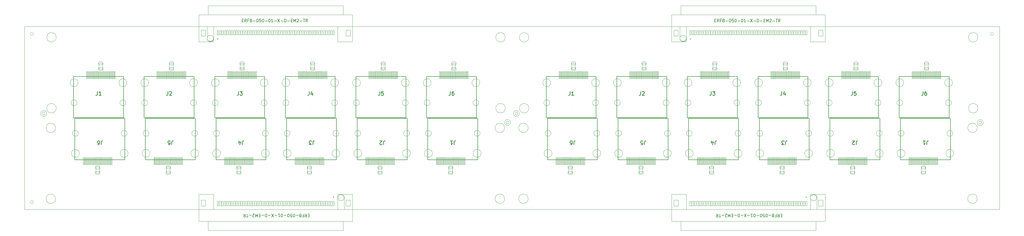
<source format=gbr>
%TF.GenerationSoftware,KiCad,Pcbnew,(7.0.0)*%
%TF.CreationDate,2023-07-13T12:21:55+02:00*%
%TF.ProjectId,Panelization,50616e65-6c69-47a6-9174-696f6e2e6b69,V1*%
%TF.SameCoordinates,PX2d4cae0PY73df160*%
%TF.FileFunction,AssemblyDrawing,Top*%
%FSLAX46Y46*%
G04 Gerber Fmt 4.6, Leading zero omitted, Abs format (unit mm)*
G04 Created by KiCad (PCBNEW (7.0.0)) date 2023-07-13 12:21:55*
%MOMM*%
%LPD*%
G01*
G04 APERTURE LIST*
%ADD10C,0.254000*%
%ADD11C,0.150000*%
%ADD12C,0.100000*%
%ADD13C,0.200000*%
%ADD14C,0.100000*%
%TD*%
%TA.AperFunction,Profile*%
%ADD15C,0.100000*%
%TD*%
G04 APERTURE END LIST*
D10*
%TO.C,J5*%
X117708667Y-19496573D02*
X117708667Y-20403716D01*
X117708667Y-20403716D02*
X117648190Y-20585145D01*
X117648190Y-20585145D02*
X117527238Y-20706097D01*
X117527238Y-20706097D02*
X117345809Y-20766573D01*
X117345809Y-20766573D02*
X117224857Y-20766573D01*
X118918190Y-19496573D02*
X118313428Y-19496573D01*
X118313428Y-19496573D02*
X118252952Y-20101335D01*
X118252952Y-20101335D02*
X118313428Y-20040859D01*
X118313428Y-20040859D02*
X118434381Y-19980383D01*
X118434381Y-19980383D02*
X118736762Y-19980383D01*
X118736762Y-19980383D02*
X118857714Y-20040859D01*
X118857714Y-20040859D02*
X118918190Y-20101335D01*
X118918190Y-20101335D02*
X118978667Y-20222288D01*
X118978667Y-20222288D02*
X118978667Y-20524669D01*
X118978667Y-20524669D02*
X118918190Y-20645621D01*
X118918190Y-20645621D02*
X118857714Y-20706097D01*
X118857714Y-20706097D02*
X118736762Y-20766573D01*
X118736762Y-20766573D02*
X118434381Y-20766573D01*
X118434381Y-20766573D02*
X118313428Y-20706097D01*
X118313428Y-20706097D02*
X118252952Y-20645621D01*
%TO.C,J4*%
X231189332Y-37503426D02*
X231189332Y-36596283D01*
X231189332Y-36596283D02*
X231249809Y-36414854D01*
X231249809Y-36414854D02*
X231370761Y-36293902D01*
X231370761Y-36293902D02*
X231552190Y-36233426D01*
X231552190Y-36233426D02*
X231673142Y-36233426D01*
X230040285Y-37080092D02*
X230040285Y-36233426D01*
X230342666Y-37563902D02*
X230645047Y-36656759D01*
X230645047Y-36656759D02*
X229858856Y-36656759D01*
%TO.C,J2*%
X46012667Y-19495573D02*
X46012667Y-20402716D01*
X46012667Y-20402716D02*
X45952190Y-20584145D01*
X45952190Y-20584145D02*
X45831238Y-20705097D01*
X45831238Y-20705097D02*
X45649809Y-20765573D01*
X45649809Y-20765573D02*
X45528857Y-20765573D01*
X46556952Y-19616526D02*
X46617428Y-19556050D01*
X46617428Y-19556050D02*
X46738381Y-19495573D01*
X46738381Y-19495573D02*
X47040762Y-19495573D01*
X47040762Y-19495573D02*
X47161714Y-19556050D01*
X47161714Y-19556050D02*
X47222190Y-19616526D01*
X47222190Y-19616526D02*
X47282667Y-19737478D01*
X47282667Y-19737478D02*
X47282667Y-19858430D01*
X47282667Y-19858430D02*
X47222190Y-20039859D01*
X47222190Y-20039859D02*
X46496476Y-20765573D01*
X46496476Y-20765573D02*
X47282667Y-20765573D01*
X206012667Y-19495573D02*
X206012667Y-20402716D01*
X206012667Y-20402716D02*
X205952190Y-20584145D01*
X205952190Y-20584145D02*
X205831238Y-20705097D01*
X205831238Y-20705097D02*
X205649809Y-20765573D01*
X205649809Y-20765573D02*
X205528857Y-20765573D01*
X206556952Y-19616526D02*
X206617428Y-19556050D01*
X206617428Y-19556050D02*
X206738381Y-19495573D01*
X206738381Y-19495573D02*
X207040762Y-19495573D01*
X207040762Y-19495573D02*
X207161714Y-19556050D01*
X207161714Y-19556050D02*
X207222190Y-19616526D01*
X207222190Y-19616526D02*
X207282667Y-19737478D01*
X207282667Y-19737478D02*
X207282667Y-19858430D01*
X207282667Y-19858430D02*
X207222190Y-20039859D01*
X207222190Y-20039859D02*
X206496476Y-20765573D01*
X206496476Y-20765573D02*
X207282667Y-20765573D01*
%TO.C,J1*%
X302883332Y-37503426D02*
X302883332Y-36596283D01*
X302883332Y-36596283D02*
X302943809Y-36414854D01*
X302943809Y-36414854D02*
X303064761Y-36293902D01*
X303064761Y-36293902D02*
X303246190Y-36233426D01*
X303246190Y-36233426D02*
X303367142Y-36233426D01*
X301613332Y-36233426D02*
X302339047Y-36233426D01*
X301976190Y-36233426D02*
X301976190Y-37503426D01*
X301976190Y-37503426D02*
X302097142Y-37321997D01*
X302097142Y-37321997D02*
X302218094Y-37201045D01*
X302218094Y-37201045D02*
X302339047Y-37140569D01*
X142883332Y-37503426D02*
X142883332Y-36596283D01*
X142883332Y-36596283D02*
X142943809Y-36414854D01*
X142943809Y-36414854D02*
X143064761Y-36293902D01*
X143064761Y-36293902D02*
X143246190Y-36233426D01*
X143246190Y-36233426D02*
X143367142Y-36233426D01*
X141613332Y-36233426D02*
X142339047Y-36233426D01*
X141976190Y-36233426D02*
X141976190Y-37503426D01*
X141976190Y-37503426D02*
X142097142Y-37321997D01*
X142097142Y-37321997D02*
X142218094Y-37201045D01*
X142218094Y-37201045D02*
X142339047Y-37140569D01*
%TO.C,J6*%
X141606667Y-19496573D02*
X141606667Y-20403716D01*
X141606667Y-20403716D02*
X141546190Y-20585145D01*
X141546190Y-20585145D02*
X141425238Y-20706097D01*
X141425238Y-20706097D02*
X141243809Y-20766573D01*
X141243809Y-20766573D02*
X141122857Y-20766573D01*
X142755714Y-19496573D02*
X142513809Y-19496573D01*
X142513809Y-19496573D02*
X142392857Y-19557050D01*
X142392857Y-19557050D02*
X142332381Y-19617526D01*
X142332381Y-19617526D02*
X142211428Y-19798954D01*
X142211428Y-19798954D02*
X142150952Y-20040859D01*
X142150952Y-20040859D02*
X142150952Y-20524669D01*
X142150952Y-20524669D02*
X142211428Y-20645621D01*
X142211428Y-20645621D02*
X142271905Y-20706097D01*
X142271905Y-20706097D02*
X142392857Y-20766573D01*
X142392857Y-20766573D02*
X142634762Y-20766573D01*
X142634762Y-20766573D02*
X142755714Y-20706097D01*
X142755714Y-20706097D02*
X142816190Y-20645621D01*
X142816190Y-20645621D02*
X142876667Y-20524669D01*
X142876667Y-20524669D02*
X142876667Y-20222288D01*
X142876667Y-20222288D02*
X142816190Y-20101335D01*
X142816190Y-20101335D02*
X142755714Y-20040859D01*
X142755714Y-20040859D02*
X142634762Y-19980383D01*
X142634762Y-19980383D02*
X142392857Y-19980383D01*
X142392857Y-19980383D02*
X142271905Y-20040859D01*
X142271905Y-20040859D02*
X142211428Y-20101335D01*
X142211428Y-20101335D02*
X142150952Y-20222288D01*
D11*
%TO.C,J7*%
X253886427Y-61526428D02*
X253553094Y-61526428D01*
X253410237Y-61002619D02*
X253886427Y-61002619D01*
X253886427Y-61002619D02*
X253886427Y-62002619D01*
X253886427Y-62002619D02*
X253410237Y-62002619D01*
X252410237Y-61002619D02*
X252743570Y-61478809D01*
X252981665Y-61002619D02*
X252981665Y-62002619D01*
X252981665Y-62002619D02*
X252600713Y-62002619D01*
X252600713Y-62002619D02*
X252505475Y-61955000D01*
X252505475Y-61955000D02*
X252457856Y-61907380D01*
X252457856Y-61907380D02*
X252410237Y-61812142D01*
X252410237Y-61812142D02*
X252410237Y-61669285D01*
X252410237Y-61669285D02*
X252457856Y-61574047D01*
X252457856Y-61574047D02*
X252505475Y-61526428D01*
X252505475Y-61526428D02*
X252600713Y-61478809D01*
X252600713Y-61478809D02*
X252981665Y-61478809D01*
X251648332Y-61526428D02*
X251981665Y-61526428D01*
X251981665Y-61002619D02*
X251981665Y-62002619D01*
X251981665Y-62002619D02*
X251505475Y-62002619D01*
X250981665Y-61574047D02*
X251076903Y-61621666D01*
X251076903Y-61621666D02*
X251124522Y-61669285D01*
X251124522Y-61669285D02*
X251172141Y-61764523D01*
X251172141Y-61764523D02*
X251172141Y-61812142D01*
X251172141Y-61812142D02*
X251124522Y-61907380D01*
X251124522Y-61907380D02*
X251076903Y-61955000D01*
X251076903Y-61955000D02*
X250981665Y-62002619D01*
X250981665Y-62002619D02*
X250791189Y-62002619D01*
X250791189Y-62002619D02*
X250695951Y-61955000D01*
X250695951Y-61955000D02*
X250648332Y-61907380D01*
X250648332Y-61907380D02*
X250600713Y-61812142D01*
X250600713Y-61812142D02*
X250600713Y-61764523D01*
X250600713Y-61764523D02*
X250648332Y-61669285D01*
X250648332Y-61669285D02*
X250695951Y-61621666D01*
X250695951Y-61621666D02*
X250791189Y-61574047D01*
X250791189Y-61574047D02*
X250981665Y-61574047D01*
X250981665Y-61574047D02*
X251076903Y-61526428D01*
X251076903Y-61526428D02*
X251124522Y-61478809D01*
X251124522Y-61478809D02*
X251172141Y-61383571D01*
X251172141Y-61383571D02*
X251172141Y-61193095D01*
X251172141Y-61193095D02*
X251124522Y-61097857D01*
X251124522Y-61097857D02*
X251076903Y-61050238D01*
X251076903Y-61050238D02*
X250981665Y-61002619D01*
X250981665Y-61002619D02*
X250791189Y-61002619D01*
X250791189Y-61002619D02*
X250695951Y-61050238D01*
X250695951Y-61050238D02*
X250648332Y-61097857D01*
X250648332Y-61097857D02*
X250600713Y-61193095D01*
X250600713Y-61193095D02*
X250600713Y-61383571D01*
X250600713Y-61383571D02*
X250648332Y-61478809D01*
X250648332Y-61478809D02*
X250695951Y-61526428D01*
X250695951Y-61526428D02*
X250791189Y-61574047D01*
X250172141Y-61383571D02*
X249410237Y-61383571D01*
X248743570Y-62002619D02*
X248648332Y-62002619D01*
X248648332Y-62002619D02*
X248553094Y-61955000D01*
X248553094Y-61955000D02*
X248505475Y-61907380D01*
X248505475Y-61907380D02*
X248457856Y-61812142D01*
X248457856Y-61812142D02*
X248410237Y-61621666D01*
X248410237Y-61621666D02*
X248410237Y-61383571D01*
X248410237Y-61383571D02*
X248457856Y-61193095D01*
X248457856Y-61193095D02*
X248505475Y-61097857D01*
X248505475Y-61097857D02*
X248553094Y-61050238D01*
X248553094Y-61050238D02*
X248648332Y-61002619D01*
X248648332Y-61002619D02*
X248743570Y-61002619D01*
X248743570Y-61002619D02*
X248838808Y-61050238D01*
X248838808Y-61050238D02*
X248886427Y-61097857D01*
X248886427Y-61097857D02*
X248934046Y-61193095D01*
X248934046Y-61193095D02*
X248981665Y-61383571D01*
X248981665Y-61383571D02*
X248981665Y-61621666D01*
X248981665Y-61621666D02*
X248934046Y-61812142D01*
X248934046Y-61812142D02*
X248886427Y-61907380D01*
X248886427Y-61907380D02*
X248838808Y-61955000D01*
X248838808Y-61955000D02*
X248743570Y-62002619D01*
X247505475Y-62002619D02*
X247981665Y-62002619D01*
X247981665Y-62002619D02*
X248029284Y-61526428D01*
X248029284Y-61526428D02*
X247981665Y-61574047D01*
X247981665Y-61574047D02*
X247886427Y-61621666D01*
X247886427Y-61621666D02*
X247648332Y-61621666D01*
X247648332Y-61621666D02*
X247553094Y-61574047D01*
X247553094Y-61574047D02*
X247505475Y-61526428D01*
X247505475Y-61526428D02*
X247457856Y-61431190D01*
X247457856Y-61431190D02*
X247457856Y-61193095D01*
X247457856Y-61193095D02*
X247505475Y-61097857D01*
X247505475Y-61097857D02*
X247553094Y-61050238D01*
X247553094Y-61050238D02*
X247648332Y-61002619D01*
X247648332Y-61002619D02*
X247886427Y-61002619D01*
X247886427Y-61002619D02*
X247981665Y-61050238D01*
X247981665Y-61050238D02*
X248029284Y-61097857D01*
X246838808Y-62002619D02*
X246743570Y-62002619D01*
X246743570Y-62002619D02*
X246648332Y-61955000D01*
X246648332Y-61955000D02*
X246600713Y-61907380D01*
X246600713Y-61907380D02*
X246553094Y-61812142D01*
X246553094Y-61812142D02*
X246505475Y-61621666D01*
X246505475Y-61621666D02*
X246505475Y-61383571D01*
X246505475Y-61383571D02*
X246553094Y-61193095D01*
X246553094Y-61193095D02*
X246600713Y-61097857D01*
X246600713Y-61097857D02*
X246648332Y-61050238D01*
X246648332Y-61050238D02*
X246743570Y-61002619D01*
X246743570Y-61002619D02*
X246838808Y-61002619D01*
X246838808Y-61002619D02*
X246934046Y-61050238D01*
X246934046Y-61050238D02*
X246981665Y-61097857D01*
X246981665Y-61097857D02*
X247029284Y-61193095D01*
X247029284Y-61193095D02*
X247076903Y-61383571D01*
X247076903Y-61383571D02*
X247076903Y-61621666D01*
X247076903Y-61621666D02*
X247029284Y-61812142D01*
X247029284Y-61812142D02*
X246981665Y-61907380D01*
X246981665Y-61907380D02*
X246934046Y-61955000D01*
X246934046Y-61955000D02*
X246838808Y-62002619D01*
X246076903Y-61383571D02*
X245314999Y-61383571D01*
X244648332Y-62002619D02*
X244553094Y-62002619D01*
X244553094Y-62002619D02*
X244457856Y-61955000D01*
X244457856Y-61955000D02*
X244410237Y-61907380D01*
X244410237Y-61907380D02*
X244362618Y-61812142D01*
X244362618Y-61812142D02*
X244314999Y-61621666D01*
X244314999Y-61621666D02*
X244314999Y-61383571D01*
X244314999Y-61383571D02*
X244362618Y-61193095D01*
X244362618Y-61193095D02*
X244410237Y-61097857D01*
X244410237Y-61097857D02*
X244457856Y-61050238D01*
X244457856Y-61050238D02*
X244553094Y-61002619D01*
X244553094Y-61002619D02*
X244648332Y-61002619D01*
X244648332Y-61002619D02*
X244743570Y-61050238D01*
X244743570Y-61050238D02*
X244791189Y-61097857D01*
X244791189Y-61097857D02*
X244838808Y-61193095D01*
X244838808Y-61193095D02*
X244886427Y-61383571D01*
X244886427Y-61383571D02*
X244886427Y-61621666D01*
X244886427Y-61621666D02*
X244838808Y-61812142D01*
X244838808Y-61812142D02*
X244791189Y-61907380D01*
X244791189Y-61907380D02*
X244743570Y-61955000D01*
X244743570Y-61955000D02*
X244648332Y-62002619D01*
X243362618Y-61002619D02*
X243934046Y-61002619D01*
X243648332Y-61002619D02*
X243648332Y-62002619D01*
X243648332Y-62002619D02*
X243743570Y-61859761D01*
X243743570Y-61859761D02*
X243838808Y-61764523D01*
X243838808Y-61764523D02*
X243934046Y-61716904D01*
X242934046Y-61383571D02*
X242172142Y-61383571D01*
X241791189Y-62002619D02*
X241124523Y-61002619D01*
X241124523Y-62002619D02*
X241791189Y-61002619D01*
X240743570Y-61383571D02*
X239981666Y-61383571D01*
X239505475Y-61002619D02*
X239505475Y-62002619D01*
X239505475Y-62002619D02*
X239267380Y-62002619D01*
X239267380Y-62002619D02*
X239124523Y-61955000D01*
X239124523Y-61955000D02*
X239029285Y-61859761D01*
X239029285Y-61859761D02*
X238981666Y-61764523D01*
X238981666Y-61764523D02*
X238934047Y-61574047D01*
X238934047Y-61574047D02*
X238934047Y-61431190D01*
X238934047Y-61431190D02*
X238981666Y-61240714D01*
X238981666Y-61240714D02*
X239029285Y-61145476D01*
X239029285Y-61145476D02*
X239124523Y-61050238D01*
X239124523Y-61050238D02*
X239267380Y-61002619D01*
X239267380Y-61002619D02*
X239505475Y-61002619D01*
X238505475Y-61383571D02*
X237743571Y-61383571D01*
X237267380Y-61526428D02*
X236934047Y-61526428D01*
X236791190Y-61002619D02*
X237267380Y-61002619D01*
X237267380Y-61002619D02*
X237267380Y-62002619D01*
X237267380Y-62002619D02*
X236791190Y-62002619D01*
X236362618Y-61002619D02*
X236362618Y-62002619D01*
X236362618Y-62002619D02*
X236029285Y-61288333D01*
X236029285Y-61288333D02*
X235695952Y-62002619D01*
X235695952Y-62002619D02*
X235695952Y-61002619D01*
X235267380Y-61907380D02*
X235219761Y-61955000D01*
X235219761Y-61955000D02*
X235124523Y-62002619D01*
X235124523Y-62002619D02*
X234886428Y-62002619D01*
X234886428Y-62002619D02*
X234791190Y-61955000D01*
X234791190Y-61955000D02*
X234743571Y-61907380D01*
X234743571Y-61907380D02*
X234695952Y-61812142D01*
X234695952Y-61812142D02*
X234695952Y-61716904D01*
X234695952Y-61716904D02*
X234743571Y-61574047D01*
X234743571Y-61574047D02*
X235314999Y-61002619D01*
X235314999Y-61002619D02*
X234695952Y-61002619D01*
X234267380Y-61383571D02*
X233505476Y-61383571D01*
X233172142Y-62002619D02*
X232600714Y-62002619D01*
X232886428Y-61002619D02*
X232886428Y-62002619D01*
X231695952Y-61002619D02*
X232029285Y-61478809D01*
X232267380Y-61002619D02*
X232267380Y-62002619D01*
X232267380Y-62002619D02*
X231886428Y-62002619D01*
X231886428Y-62002619D02*
X231791190Y-61955000D01*
X231791190Y-61955000D02*
X231743571Y-61907380D01*
X231743571Y-61907380D02*
X231695952Y-61812142D01*
X231695952Y-61812142D02*
X231695952Y-61669285D01*
X231695952Y-61669285D02*
X231743571Y-61574047D01*
X231743571Y-61574047D02*
X231791190Y-61526428D01*
X231791190Y-61526428D02*
X231886428Y-61478809D01*
X231886428Y-61478809D02*
X232267380Y-61478809D01*
X71113572Y4526429D02*
X71446905Y4526429D01*
X71589762Y4002620D02*
X71113572Y4002620D01*
X71113572Y4002620D02*
X71113572Y5002620D01*
X71113572Y5002620D02*
X71589762Y5002620D01*
X72589762Y4002620D02*
X72256429Y4478810D01*
X72018334Y4002620D02*
X72018334Y5002620D01*
X72018334Y5002620D02*
X72399286Y5002620D01*
X72399286Y5002620D02*
X72494524Y4955000D01*
X72494524Y4955000D02*
X72542143Y4907381D01*
X72542143Y4907381D02*
X72589762Y4812143D01*
X72589762Y4812143D02*
X72589762Y4669286D01*
X72589762Y4669286D02*
X72542143Y4574048D01*
X72542143Y4574048D02*
X72494524Y4526429D01*
X72494524Y4526429D02*
X72399286Y4478810D01*
X72399286Y4478810D02*
X72018334Y4478810D01*
X73351667Y4526429D02*
X73018334Y4526429D01*
X73018334Y4002620D02*
X73018334Y5002620D01*
X73018334Y5002620D02*
X73494524Y5002620D01*
X74018334Y4574048D02*
X73923096Y4621667D01*
X73923096Y4621667D02*
X73875477Y4669286D01*
X73875477Y4669286D02*
X73827858Y4764524D01*
X73827858Y4764524D02*
X73827858Y4812143D01*
X73827858Y4812143D02*
X73875477Y4907381D01*
X73875477Y4907381D02*
X73923096Y4955000D01*
X73923096Y4955000D02*
X74018334Y5002620D01*
X74018334Y5002620D02*
X74208810Y5002620D01*
X74208810Y5002620D02*
X74304048Y4955000D01*
X74304048Y4955000D02*
X74351667Y4907381D01*
X74351667Y4907381D02*
X74399286Y4812143D01*
X74399286Y4812143D02*
X74399286Y4764524D01*
X74399286Y4764524D02*
X74351667Y4669286D01*
X74351667Y4669286D02*
X74304048Y4621667D01*
X74304048Y4621667D02*
X74208810Y4574048D01*
X74208810Y4574048D02*
X74018334Y4574048D01*
X74018334Y4574048D02*
X73923096Y4526429D01*
X73923096Y4526429D02*
X73875477Y4478810D01*
X73875477Y4478810D02*
X73827858Y4383572D01*
X73827858Y4383572D02*
X73827858Y4193096D01*
X73827858Y4193096D02*
X73875477Y4097858D01*
X73875477Y4097858D02*
X73923096Y4050239D01*
X73923096Y4050239D02*
X74018334Y4002620D01*
X74018334Y4002620D02*
X74208810Y4002620D01*
X74208810Y4002620D02*
X74304048Y4050239D01*
X74304048Y4050239D02*
X74351667Y4097858D01*
X74351667Y4097858D02*
X74399286Y4193096D01*
X74399286Y4193096D02*
X74399286Y4383572D01*
X74399286Y4383572D02*
X74351667Y4478810D01*
X74351667Y4478810D02*
X74304048Y4526429D01*
X74304048Y4526429D02*
X74208810Y4574048D01*
X74827858Y4383572D02*
X75589763Y4383572D01*
X76256429Y5002620D02*
X76351667Y5002620D01*
X76351667Y5002620D02*
X76446905Y4955000D01*
X76446905Y4955000D02*
X76494524Y4907381D01*
X76494524Y4907381D02*
X76542143Y4812143D01*
X76542143Y4812143D02*
X76589762Y4621667D01*
X76589762Y4621667D02*
X76589762Y4383572D01*
X76589762Y4383572D02*
X76542143Y4193096D01*
X76542143Y4193096D02*
X76494524Y4097858D01*
X76494524Y4097858D02*
X76446905Y4050239D01*
X76446905Y4050239D02*
X76351667Y4002620D01*
X76351667Y4002620D02*
X76256429Y4002620D01*
X76256429Y4002620D02*
X76161191Y4050239D01*
X76161191Y4050239D02*
X76113572Y4097858D01*
X76113572Y4097858D02*
X76065953Y4193096D01*
X76065953Y4193096D02*
X76018334Y4383572D01*
X76018334Y4383572D02*
X76018334Y4621667D01*
X76018334Y4621667D02*
X76065953Y4812143D01*
X76065953Y4812143D02*
X76113572Y4907381D01*
X76113572Y4907381D02*
X76161191Y4955000D01*
X76161191Y4955000D02*
X76256429Y5002620D01*
X77494524Y5002620D02*
X77018334Y5002620D01*
X77018334Y5002620D02*
X76970715Y4526429D01*
X76970715Y4526429D02*
X77018334Y4574048D01*
X77018334Y4574048D02*
X77113572Y4621667D01*
X77113572Y4621667D02*
X77351667Y4621667D01*
X77351667Y4621667D02*
X77446905Y4574048D01*
X77446905Y4574048D02*
X77494524Y4526429D01*
X77494524Y4526429D02*
X77542143Y4431191D01*
X77542143Y4431191D02*
X77542143Y4193096D01*
X77542143Y4193096D02*
X77494524Y4097858D01*
X77494524Y4097858D02*
X77446905Y4050239D01*
X77446905Y4050239D02*
X77351667Y4002620D01*
X77351667Y4002620D02*
X77113572Y4002620D01*
X77113572Y4002620D02*
X77018334Y4050239D01*
X77018334Y4050239D02*
X76970715Y4097858D01*
X78161191Y5002620D02*
X78256429Y5002620D01*
X78256429Y5002620D02*
X78351667Y4955000D01*
X78351667Y4955000D02*
X78399286Y4907381D01*
X78399286Y4907381D02*
X78446905Y4812143D01*
X78446905Y4812143D02*
X78494524Y4621667D01*
X78494524Y4621667D02*
X78494524Y4383572D01*
X78494524Y4383572D02*
X78446905Y4193096D01*
X78446905Y4193096D02*
X78399286Y4097858D01*
X78399286Y4097858D02*
X78351667Y4050239D01*
X78351667Y4050239D02*
X78256429Y4002620D01*
X78256429Y4002620D02*
X78161191Y4002620D01*
X78161191Y4002620D02*
X78065953Y4050239D01*
X78065953Y4050239D02*
X78018334Y4097858D01*
X78018334Y4097858D02*
X77970715Y4193096D01*
X77970715Y4193096D02*
X77923096Y4383572D01*
X77923096Y4383572D02*
X77923096Y4621667D01*
X77923096Y4621667D02*
X77970715Y4812143D01*
X77970715Y4812143D02*
X78018334Y4907381D01*
X78018334Y4907381D02*
X78065953Y4955000D01*
X78065953Y4955000D02*
X78161191Y5002620D01*
X78923096Y4383572D02*
X79685001Y4383572D01*
X80351667Y5002620D02*
X80446905Y5002620D01*
X80446905Y5002620D02*
X80542143Y4955000D01*
X80542143Y4955000D02*
X80589762Y4907381D01*
X80589762Y4907381D02*
X80637381Y4812143D01*
X80637381Y4812143D02*
X80685000Y4621667D01*
X80685000Y4621667D02*
X80685000Y4383572D01*
X80685000Y4383572D02*
X80637381Y4193096D01*
X80637381Y4193096D02*
X80589762Y4097858D01*
X80589762Y4097858D02*
X80542143Y4050239D01*
X80542143Y4050239D02*
X80446905Y4002620D01*
X80446905Y4002620D02*
X80351667Y4002620D01*
X80351667Y4002620D02*
X80256429Y4050239D01*
X80256429Y4050239D02*
X80208810Y4097858D01*
X80208810Y4097858D02*
X80161191Y4193096D01*
X80161191Y4193096D02*
X80113572Y4383572D01*
X80113572Y4383572D02*
X80113572Y4621667D01*
X80113572Y4621667D02*
X80161191Y4812143D01*
X80161191Y4812143D02*
X80208810Y4907381D01*
X80208810Y4907381D02*
X80256429Y4955000D01*
X80256429Y4955000D02*
X80351667Y5002620D01*
X81637381Y4002620D02*
X81065953Y4002620D01*
X81351667Y4002620D02*
X81351667Y5002620D01*
X81351667Y5002620D02*
X81256429Y4859762D01*
X81256429Y4859762D02*
X81161191Y4764524D01*
X81161191Y4764524D02*
X81065953Y4716905D01*
X82065953Y4383572D02*
X82827858Y4383572D01*
X83208810Y5002620D02*
X83875476Y4002620D01*
X83875476Y5002620D02*
X83208810Y4002620D01*
X84256429Y4383572D02*
X85018334Y4383572D01*
X85494524Y4002620D02*
X85494524Y5002620D01*
X85494524Y5002620D02*
X85732619Y5002620D01*
X85732619Y5002620D02*
X85875476Y4955000D01*
X85875476Y4955000D02*
X85970714Y4859762D01*
X85970714Y4859762D02*
X86018333Y4764524D01*
X86018333Y4764524D02*
X86065952Y4574048D01*
X86065952Y4574048D02*
X86065952Y4431191D01*
X86065952Y4431191D02*
X86018333Y4240715D01*
X86018333Y4240715D02*
X85970714Y4145477D01*
X85970714Y4145477D02*
X85875476Y4050239D01*
X85875476Y4050239D02*
X85732619Y4002620D01*
X85732619Y4002620D02*
X85494524Y4002620D01*
X86494524Y4383572D02*
X87256429Y4383572D01*
X87732619Y4526429D02*
X88065952Y4526429D01*
X88208809Y4002620D02*
X87732619Y4002620D01*
X87732619Y4002620D02*
X87732619Y5002620D01*
X87732619Y5002620D02*
X88208809Y5002620D01*
X88637381Y4002620D02*
X88637381Y5002620D01*
X88637381Y5002620D02*
X88970714Y4288334D01*
X88970714Y4288334D02*
X89304047Y5002620D01*
X89304047Y5002620D02*
X89304047Y4002620D01*
X89732619Y4907381D02*
X89780238Y4955000D01*
X89780238Y4955000D02*
X89875476Y5002620D01*
X89875476Y5002620D02*
X90113571Y5002620D01*
X90113571Y5002620D02*
X90208809Y4955000D01*
X90208809Y4955000D02*
X90256428Y4907381D01*
X90256428Y4907381D02*
X90304047Y4812143D01*
X90304047Y4812143D02*
X90304047Y4716905D01*
X90304047Y4716905D02*
X90256428Y4574048D01*
X90256428Y4574048D02*
X89685000Y4002620D01*
X89685000Y4002620D02*
X90304047Y4002620D01*
X90732619Y4383572D02*
X91494524Y4383572D01*
X91827857Y5002620D02*
X92399285Y5002620D01*
X92113571Y4002620D02*
X92113571Y5002620D01*
X93304047Y4002620D02*
X92970714Y4478810D01*
X92732619Y4002620D02*
X92732619Y5002620D01*
X92732619Y5002620D02*
X93113571Y5002620D01*
X93113571Y5002620D02*
X93208809Y4955000D01*
X93208809Y4955000D02*
X93256428Y4907381D01*
X93256428Y4907381D02*
X93304047Y4812143D01*
X93304047Y4812143D02*
X93304047Y4669286D01*
X93304047Y4669286D02*
X93256428Y4574048D01*
X93256428Y4574048D02*
X93208809Y4526429D01*
X93208809Y4526429D02*
X93113571Y4478810D01*
X93113571Y4478810D02*
X92732619Y4478810D01*
D10*
%TO.C,J4*%
X71189332Y-37503426D02*
X71189332Y-36596283D01*
X71189332Y-36596283D02*
X71249809Y-36414854D01*
X71249809Y-36414854D02*
X71370761Y-36293902D01*
X71370761Y-36293902D02*
X71552190Y-36233426D01*
X71552190Y-36233426D02*
X71673142Y-36233426D01*
X70040285Y-37080092D02*
X70040285Y-36233426D01*
X70342666Y-37563902D02*
X70645047Y-36656759D01*
X70645047Y-36656759D02*
X69858856Y-36656759D01*
%TO.C,J6*%
X301606667Y-19496573D02*
X301606667Y-20403716D01*
X301606667Y-20403716D02*
X301546190Y-20585145D01*
X301546190Y-20585145D02*
X301425238Y-20706097D01*
X301425238Y-20706097D02*
X301243809Y-20766573D01*
X301243809Y-20766573D02*
X301122857Y-20766573D01*
X302755714Y-19496573D02*
X302513809Y-19496573D01*
X302513809Y-19496573D02*
X302392857Y-19557050D01*
X302392857Y-19557050D02*
X302332381Y-19617526D01*
X302332381Y-19617526D02*
X302211428Y-19798954D01*
X302211428Y-19798954D02*
X302150952Y-20040859D01*
X302150952Y-20040859D02*
X302150952Y-20524669D01*
X302150952Y-20524669D02*
X302211428Y-20645621D01*
X302211428Y-20645621D02*
X302271905Y-20706097D01*
X302271905Y-20706097D02*
X302392857Y-20766573D01*
X302392857Y-20766573D02*
X302634762Y-20766573D01*
X302634762Y-20766573D02*
X302755714Y-20706097D01*
X302755714Y-20706097D02*
X302816190Y-20645621D01*
X302816190Y-20645621D02*
X302876667Y-20524669D01*
X302876667Y-20524669D02*
X302876667Y-20222288D01*
X302876667Y-20222288D02*
X302816190Y-20101335D01*
X302816190Y-20101335D02*
X302755714Y-20040859D01*
X302755714Y-20040859D02*
X302634762Y-19980383D01*
X302634762Y-19980383D02*
X302392857Y-19980383D01*
X302392857Y-19980383D02*
X302271905Y-20040859D01*
X302271905Y-20040859D02*
X302211428Y-20101335D01*
X302211428Y-20101335D02*
X302150952Y-20222288D01*
%TO.C,J1*%
X182116667Y-19496573D02*
X182116667Y-20403716D01*
X182116667Y-20403716D02*
X182056190Y-20585145D01*
X182056190Y-20585145D02*
X181935238Y-20706097D01*
X181935238Y-20706097D02*
X181753809Y-20766573D01*
X181753809Y-20766573D02*
X181632857Y-20766573D01*
X183386667Y-20766573D02*
X182660952Y-20766573D01*
X183023809Y-20766573D02*
X183023809Y-19496573D01*
X183023809Y-19496573D02*
X182902857Y-19678002D01*
X182902857Y-19678002D02*
X182781905Y-19798954D01*
X182781905Y-19798954D02*
X182660952Y-19859430D01*
%TO.C,J5*%
X277708667Y-19496573D02*
X277708667Y-20403716D01*
X277708667Y-20403716D02*
X277648190Y-20585145D01*
X277648190Y-20585145D02*
X277527238Y-20706097D01*
X277527238Y-20706097D02*
X277345809Y-20766573D01*
X277345809Y-20766573D02*
X277224857Y-20766573D01*
X278918190Y-19496573D02*
X278313428Y-19496573D01*
X278313428Y-19496573D02*
X278252952Y-20101335D01*
X278252952Y-20101335D02*
X278313428Y-20040859D01*
X278313428Y-20040859D02*
X278434381Y-19980383D01*
X278434381Y-19980383D02*
X278736762Y-19980383D01*
X278736762Y-19980383D02*
X278857714Y-20040859D01*
X278857714Y-20040859D02*
X278918190Y-20101335D01*
X278918190Y-20101335D02*
X278978667Y-20222288D01*
X278978667Y-20222288D02*
X278978667Y-20524669D01*
X278978667Y-20524669D02*
X278918190Y-20645621D01*
X278918190Y-20645621D02*
X278857714Y-20706097D01*
X278857714Y-20706097D02*
X278736762Y-20766573D01*
X278736762Y-20766573D02*
X278434381Y-20766573D01*
X278434381Y-20766573D02*
X278313428Y-20706097D01*
X278313428Y-20706097D02*
X278252952Y-20645621D01*
%TO.C,J3*%
X255087332Y-37503426D02*
X255087332Y-36596283D01*
X255087332Y-36596283D02*
X255147809Y-36414854D01*
X255147809Y-36414854D02*
X255268761Y-36293902D01*
X255268761Y-36293902D02*
X255450190Y-36233426D01*
X255450190Y-36233426D02*
X255571142Y-36233426D01*
X254603523Y-37503426D02*
X253817332Y-37503426D01*
X253817332Y-37503426D02*
X254240666Y-37019616D01*
X254240666Y-37019616D02*
X254059237Y-37019616D01*
X254059237Y-37019616D02*
X253938285Y-36959140D01*
X253938285Y-36959140D02*
X253877809Y-36898664D01*
X253877809Y-36898664D02*
X253817332Y-36777711D01*
X253817332Y-36777711D02*
X253817332Y-36475330D01*
X253817332Y-36475330D02*
X253877809Y-36354378D01*
X253877809Y-36354378D02*
X253938285Y-36293902D01*
X253938285Y-36293902D02*
X254059237Y-36233426D01*
X254059237Y-36233426D02*
X254422094Y-36233426D01*
X254422094Y-36233426D02*
X254543047Y-36293902D01*
X254543047Y-36293902D02*
X254603523Y-36354378D01*
%TO.C,J4*%
X93810667Y-19496573D02*
X93810667Y-20403716D01*
X93810667Y-20403716D02*
X93750190Y-20585145D01*
X93750190Y-20585145D02*
X93629238Y-20706097D01*
X93629238Y-20706097D02*
X93447809Y-20766573D01*
X93447809Y-20766573D02*
X93326857Y-20766573D01*
X94959714Y-19919907D02*
X94959714Y-20766573D01*
X94657333Y-19436097D02*
X94354952Y-20343240D01*
X94354952Y-20343240D02*
X95141143Y-20343240D01*
X253810667Y-19496573D02*
X253810667Y-20403716D01*
X253810667Y-20403716D02*
X253750190Y-20585145D01*
X253750190Y-20585145D02*
X253629238Y-20706097D01*
X253629238Y-20706097D02*
X253447809Y-20766573D01*
X253447809Y-20766573D02*
X253326857Y-20766573D01*
X254959714Y-19919907D02*
X254959714Y-20766573D01*
X254657333Y-19436097D02*
X254354952Y-20343240D01*
X254354952Y-20343240D02*
X255141143Y-20343240D01*
%TO.C,J6*%
X183393332Y-37503426D02*
X183393332Y-36596283D01*
X183393332Y-36596283D02*
X183453809Y-36414854D01*
X183453809Y-36414854D02*
X183574761Y-36293902D01*
X183574761Y-36293902D02*
X183756190Y-36233426D01*
X183756190Y-36233426D02*
X183877142Y-36233426D01*
X182244285Y-37503426D02*
X182486190Y-37503426D01*
X182486190Y-37503426D02*
X182607142Y-37442950D01*
X182607142Y-37442950D02*
X182667618Y-37382473D01*
X182667618Y-37382473D02*
X182788571Y-37201045D01*
X182788571Y-37201045D02*
X182849047Y-36959140D01*
X182849047Y-36959140D02*
X182849047Y-36475330D01*
X182849047Y-36475330D02*
X182788571Y-36354378D01*
X182788571Y-36354378D02*
X182728094Y-36293902D01*
X182728094Y-36293902D02*
X182607142Y-36233426D01*
X182607142Y-36233426D02*
X182365237Y-36233426D01*
X182365237Y-36233426D02*
X182244285Y-36293902D01*
X182244285Y-36293902D02*
X182183809Y-36354378D01*
X182183809Y-36354378D02*
X182123332Y-36475330D01*
X182123332Y-36475330D02*
X182123332Y-36777711D01*
X182123332Y-36777711D02*
X182183809Y-36898664D01*
X182183809Y-36898664D02*
X182244285Y-36959140D01*
X182244285Y-36959140D02*
X182365237Y-37019616D01*
X182365237Y-37019616D02*
X182607142Y-37019616D01*
X182607142Y-37019616D02*
X182728094Y-36959140D01*
X182728094Y-36959140D02*
X182788571Y-36898664D01*
X182788571Y-36898664D02*
X182849047Y-36777711D01*
D11*
%TO.C,J7*%
X231113572Y4526429D02*
X231446905Y4526429D01*
X231589762Y4002620D02*
X231113572Y4002620D01*
X231113572Y4002620D02*
X231113572Y5002620D01*
X231113572Y5002620D02*
X231589762Y5002620D01*
X232589762Y4002620D02*
X232256429Y4478810D01*
X232018334Y4002620D02*
X232018334Y5002620D01*
X232018334Y5002620D02*
X232399286Y5002620D01*
X232399286Y5002620D02*
X232494524Y4955000D01*
X232494524Y4955000D02*
X232542143Y4907381D01*
X232542143Y4907381D02*
X232589762Y4812143D01*
X232589762Y4812143D02*
X232589762Y4669286D01*
X232589762Y4669286D02*
X232542143Y4574048D01*
X232542143Y4574048D02*
X232494524Y4526429D01*
X232494524Y4526429D02*
X232399286Y4478810D01*
X232399286Y4478810D02*
X232018334Y4478810D01*
X233351667Y4526429D02*
X233018334Y4526429D01*
X233018334Y4002620D02*
X233018334Y5002620D01*
X233018334Y5002620D02*
X233494524Y5002620D01*
X234018334Y4574048D02*
X233923096Y4621667D01*
X233923096Y4621667D02*
X233875477Y4669286D01*
X233875477Y4669286D02*
X233827858Y4764524D01*
X233827858Y4764524D02*
X233827858Y4812143D01*
X233827858Y4812143D02*
X233875477Y4907381D01*
X233875477Y4907381D02*
X233923096Y4955000D01*
X233923096Y4955000D02*
X234018334Y5002620D01*
X234018334Y5002620D02*
X234208810Y5002620D01*
X234208810Y5002620D02*
X234304048Y4955000D01*
X234304048Y4955000D02*
X234351667Y4907381D01*
X234351667Y4907381D02*
X234399286Y4812143D01*
X234399286Y4812143D02*
X234399286Y4764524D01*
X234399286Y4764524D02*
X234351667Y4669286D01*
X234351667Y4669286D02*
X234304048Y4621667D01*
X234304048Y4621667D02*
X234208810Y4574048D01*
X234208810Y4574048D02*
X234018334Y4574048D01*
X234018334Y4574048D02*
X233923096Y4526429D01*
X233923096Y4526429D02*
X233875477Y4478810D01*
X233875477Y4478810D02*
X233827858Y4383572D01*
X233827858Y4383572D02*
X233827858Y4193096D01*
X233827858Y4193096D02*
X233875477Y4097858D01*
X233875477Y4097858D02*
X233923096Y4050239D01*
X233923096Y4050239D02*
X234018334Y4002620D01*
X234018334Y4002620D02*
X234208810Y4002620D01*
X234208810Y4002620D02*
X234304048Y4050239D01*
X234304048Y4050239D02*
X234351667Y4097858D01*
X234351667Y4097858D02*
X234399286Y4193096D01*
X234399286Y4193096D02*
X234399286Y4383572D01*
X234399286Y4383572D02*
X234351667Y4478810D01*
X234351667Y4478810D02*
X234304048Y4526429D01*
X234304048Y4526429D02*
X234208810Y4574048D01*
X234827858Y4383572D02*
X235589763Y4383572D01*
X236256429Y5002620D02*
X236351667Y5002620D01*
X236351667Y5002620D02*
X236446905Y4955000D01*
X236446905Y4955000D02*
X236494524Y4907381D01*
X236494524Y4907381D02*
X236542143Y4812143D01*
X236542143Y4812143D02*
X236589762Y4621667D01*
X236589762Y4621667D02*
X236589762Y4383572D01*
X236589762Y4383572D02*
X236542143Y4193096D01*
X236542143Y4193096D02*
X236494524Y4097858D01*
X236494524Y4097858D02*
X236446905Y4050239D01*
X236446905Y4050239D02*
X236351667Y4002620D01*
X236351667Y4002620D02*
X236256429Y4002620D01*
X236256429Y4002620D02*
X236161191Y4050239D01*
X236161191Y4050239D02*
X236113572Y4097858D01*
X236113572Y4097858D02*
X236065953Y4193096D01*
X236065953Y4193096D02*
X236018334Y4383572D01*
X236018334Y4383572D02*
X236018334Y4621667D01*
X236018334Y4621667D02*
X236065953Y4812143D01*
X236065953Y4812143D02*
X236113572Y4907381D01*
X236113572Y4907381D02*
X236161191Y4955000D01*
X236161191Y4955000D02*
X236256429Y5002620D01*
X237494524Y5002620D02*
X237018334Y5002620D01*
X237018334Y5002620D02*
X236970715Y4526429D01*
X236970715Y4526429D02*
X237018334Y4574048D01*
X237018334Y4574048D02*
X237113572Y4621667D01*
X237113572Y4621667D02*
X237351667Y4621667D01*
X237351667Y4621667D02*
X237446905Y4574048D01*
X237446905Y4574048D02*
X237494524Y4526429D01*
X237494524Y4526429D02*
X237542143Y4431191D01*
X237542143Y4431191D02*
X237542143Y4193096D01*
X237542143Y4193096D02*
X237494524Y4097858D01*
X237494524Y4097858D02*
X237446905Y4050239D01*
X237446905Y4050239D02*
X237351667Y4002620D01*
X237351667Y4002620D02*
X237113572Y4002620D01*
X237113572Y4002620D02*
X237018334Y4050239D01*
X237018334Y4050239D02*
X236970715Y4097858D01*
X238161191Y5002620D02*
X238256429Y5002620D01*
X238256429Y5002620D02*
X238351667Y4955000D01*
X238351667Y4955000D02*
X238399286Y4907381D01*
X238399286Y4907381D02*
X238446905Y4812143D01*
X238446905Y4812143D02*
X238494524Y4621667D01*
X238494524Y4621667D02*
X238494524Y4383572D01*
X238494524Y4383572D02*
X238446905Y4193096D01*
X238446905Y4193096D02*
X238399286Y4097858D01*
X238399286Y4097858D02*
X238351667Y4050239D01*
X238351667Y4050239D02*
X238256429Y4002620D01*
X238256429Y4002620D02*
X238161191Y4002620D01*
X238161191Y4002620D02*
X238065953Y4050239D01*
X238065953Y4050239D02*
X238018334Y4097858D01*
X238018334Y4097858D02*
X237970715Y4193096D01*
X237970715Y4193096D02*
X237923096Y4383572D01*
X237923096Y4383572D02*
X237923096Y4621667D01*
X237923096Y4621667D02*
X237970715Y4812143D01*
X237970715Y4812143D02*
X238018334Y4907381D01*
X238018334Y4907381D02*
X238065953Y4955000D01*
X238065953Y4955000D02*
X238161191Y5002620D01*
X238923096Y4383572D02*
X239685001Y4383572D01*
X240351667Y5002620D02*
X240446905Y5002620D01*
X240446905Y5002620D02*
X240542143Y4955000D01*
X240542143Y4955000D02*
X240589762Y4907381D01*
X240589762Y4907381D02*
X240637381Y4812143D01*
X240637381Y4812143D02*
X240685000Y4621667D01*
X240685000Y4621667D02*
X240685000Y4383572D01*
X240685000Y4383572D02*
X240637381Y4193096D01*
X240637381Y4193096D02*
X240589762Y4097858D01*
X240589762Y4097858D02*
X240542143Y4050239D01*
X240542143Y4050239D02*
X240446905Y4002620D01*
X240446905Y4002620D02*
X240351667Y4002620D01*
X240351667Y4002620D02*
X240256429Y4050239D01*
X240256429Y4050239D02*
X240208810Y4097858D01*
X240208810Y4097858D02*
X240161191Y4193096D01*
X240161191Y4193096D02*
X240113572Y4383572D01*
X240113572Y4383572D02*
X240113572Y4621667D01*
X240113572Y4621667D02*
X240161191Y4812143D01*
X240161191Y4812143D02*
X240208810Y4907381D01*
X240208810Y4907381D02*
X240256429Y4955000D01*
X240256429Y4955000D02*
X240351667Y5002620D01*
X241637381Y4002620D02*
X241065953Y4002620D01*
X241351667Y4002620D02*
X241351667Y5002620D01*
X241351667Y5002620D02*
X241256429Y4859762D01*
X241256429Y4859762D02*
X241161191Y4764524D01*
X241161191Y4764524D02*
X241065953Y4716905D01*
X242065953Y4383572D02*
X242827858Y4383572D01*
X243208810Y5002620D02*
X243875476Y4002620D01*
X243875476Y5002620D02*
X243208810Y4002620D01*
X244256429Y4383572D02*
X245018334Y4383572D01*
X245494524Y4002620D02*
X245494524Y5002620D01*
X245494524Y5002620D02*
X245732619Y5002620D01*
X245732619Y5002620D02*
X245875476Y4955000D01*
X245875476Y4955000D02*
X245970714Y4859762D01*
X245970714Y4859762D02*
X246018333Y4764524D01*
X246018333Y4764524D02*
X246065952Y4574048D01*
X246065952Y4574048D02*
X246065952Y4431191D01*
X246065952Y4431191D02*
X246018333Y4240715D01*
X246018333Y4240715D02*
X245970714Y4145477D01*
X245970714Y4145477D02*
X245875476Y4050239D01*
X245875476Y4050239D02*
X245732619Y4002620D01*
X245732619Y4002620D02*
X245494524Y4002620D01*
X246494524Y4383572D02*
X247256429Y4383572D01*
X247732619Y4526429D02*
X248065952Y4526429D01*
X248208809Y4002620D02*
X247732619Y4002620D01*
X247732619Y4002620D02*
X247732619Y5002620D01*
X247732619Y5002620D02*
X248208809Y5002620D01*
X248637381Y4002620D02*
X248637381Y5002620D01*
X248637381Y5002620D02*
X248970714Y4288334D01*
X248970714Y4288334D02*
X249304047Y5002620D01*
X249304047Y5002620D02*
X249304047Y4002620D01*
X249732619Y4907381D02*
X249780238Y4955000D01*
X249780238Y4955000D02*
X249875476Y5002620D01*
X249875476Y5002620D02*
X250113571Y5002620D01*
X250113571Y5002620D02*
X250208809Y4955000D01*
X250208809Y4955000D02*
X250256428Y4907381D01*
X250256428Y4907381D02*
X250304047Y4812143D01*
X250304047Y4812143D02*
X250304047Y4716905D01*
X250304047Y4716905D02*
X250256428Y4574048D01*
X250256428Y4574048D02*
X249685000Y4002620D01*
X249685000Y4002620D02*
X250304047Y4002620D01*
X250732619Y4383572D02*
X251494524Y4383572D01*
X251827857Y5002620D02*
X252399285Y5002620D01*
X252113571Y4002620D02*
X252113571Y5002620D01*
X253304047Y4002620D02*
X252970714Y4478810D01*
X252732619Y4002620D02*
X252732619Y5002620D01*
X252732619Y5002620D02*
X253113571Y5002620D01*
X253113571Y5002620D02*
X253208809Y4955000D01*
X253208809Y4955000D02*
X253256428Y4907381D01*
X253256428Y4907381D02*
X253304047Y4812143D01*
X253304047Y4812143D02*
X253304047Y4669286D01*
X253304047Y4669286D02*
X253256428Y4574048D01*
X253256428Y4574048D02*
X253208809Y4526429D01*
X253208809Y4526429D02*
X253113571Y4478810D01*
X253113571Y4478810D02*
X252732619Y4478810D01*
D10*
%TO.C,J5*%
X47291332Y-37503426D02*
X47291332Y-36596283D01*
X47291332Y-36596283D02*
X47351809Y-36414854D01*
X47351809Y-36414854D02*
X47472761Y-36293902D01*
X47472761Y-36293902D02*
X47654190Y-36233426D01*
X47654190Y-36233426D02*
X47775142Y-36233426D01*
X46081809Y-37503426D02*
X46686571Y-37503426D01*
X46686571Y-37503426D02*
X46747047Y-36898664D01*
X46747047Y-36898664D02*
X46686571Y-36959140D01*
X46686571Y-36959140D02*
X46565618Y-37019616D01*
X46565618Y-37019616D02*
X46263237Y-37019616D01*
X46263237Y-37019616D02*
X46142285Y-36959140D01*
X46142285Y-36959140D02*
X46081809Y-36898664D01*
X46081809Y-36898664D02*
X46021332Y-36777711D01*
X46021332Y-36777711D02*
X46021332Y-36475330D01*
X46021332Y-36475330D02*
X46081809Y-36354378D01*
X46081809Y-36354378D02*
X46142285Y-36293902D01*
X46142285Y-36293902D02*
X46263237Y-36233426D01*
X46263237Y-36233426D02*
X46565618Y-36233426D01*
X46565618Y-36233426D02*
X46686571Y-36293902D01*
X46686571Y-36293902D02*
X46747047Y-36354378D01*
X207291332Y-37503426D02*
X207291332Y-36596283D01*
X207291332Y-36596283D02*
X207351809Y-36414854D01*
X207351809Y-36414854D02*
X207472761Y-36293902D01*
X207472761Y-36293902D02*
X207654190Y-36233426D01*
X207654190Y-36233426D02*
X207775142Y-36233426D01*
X206081809Y-37503426D02*
X206686571Y-37503426D01*
X206686571Y-37503426D02*
X206747047Y-36898664D01*
X206747047Y-36898664D02*
X206686571Y-36959140D01*
X206686571Y-36959140D02*
X206565618Y-37019616D01*
X206565618Y-37019616D02*
X206263237Y-37019616D01*
X206263237Y-37019616D02*
X206142285Y-36959140D01*
X206142285Y-36959140D02*
X206081809Y-36898664D01*
X206081809Y-36898664D02*
X206021332Y-36777711D01*
X206021332Y-36777711D02*
X206021332Y-36475330D01*
X206021332Y-36475330D02*
X206081809Y-36354378D01*
X206081809Y-36354378D02*
X206142285Y-36293902D01*
X206142285Y-36293902D02*
X206263237Y-36233426D01*
X206263237Y-36233426D02*
X206565618Y-36233426D01*
X206565618Y-36233426D02*
X206686571Y-36293902D01*
X206686571Y-36293902D02*
X206747047Y-36354378D01*
%TO.C,J3*%
X229912667Y-19496573D02*
X229912667Y-20403716D01*
X229912667Y-20403716D02*
X229852190Y-20585145D01*
X229852190Y-20585145D02*
X229731238Y-20706097D01*
X229731238Y-20706097D02*
X229549809Y-20766573D01*
X229549809Y-20766573D02*
X229428857Y-20766573D01*
X230396476Y-19496573D02*
X231182667Y-19496573D01*
X231182667Y-19496573D02*
X230759333Y-19980383D01*
X230759333Y-19980383D02*
X230940762Y-19980383D01*
X230940762Y-19980383D02*
X231061714Y-20040859D01*
X231061714Y-20040859D02*
X231122190Y-20101335D01*
X231122190Y-20101335D02*
X231182667Y-20222288D01*
X231182667Y-20222288D02*
X231182667Y-20524669D01*
X231182667Y-20524669D02*
X231122190Y-20645621D01*
X231122190Y-20645621D02*
X231061714Y-20706097D01*
X231061714Y-20706097D02*
X230940762Y-20766573D01*
X230940762Y-20766573D02*
X230577905Y-20766573D01*
X230577905Y-20766573D02*
X230456952Y-20706097D01*
X230456952Y-20706097D02*
X230396476Y-20645621D01*
%TO.C,J6*%
X23393332Y-37503426D02*
X23393332Y-36596283D01*
X23393332Y-36596283D02*
X23453809Y-36414854D01*
X23453809Y-36414854D02*
X23574761Y-36293902D01*
X23574761Y-36293902D02*
X23756190Y-36233426D01*
X23756190Y-36233426D02*
X23877142Y-36233426D01*
X22244285Y-37503426D02*
X22486190Y-37503426D01*
X22486190Y-37503426D02*
X22607142Y-37442950D01*
X22607142Y-37442950D02*
X22667618Y-37382473D01*
X22667618Y-37382473D02*
X22788571Y-37201045D01*
X22788571Y-37201045D02*
X22849047Y-36959140D01*
X22849047Y-36959140D02*
X22849047Y-36475330D01*
X22849047Y-36475330D02*
X22788571Y-36354378D01*
X22788571Y-36354378D02*
X22728094Y-36293902D01*
X22728094Y-36293902D02*
X22607142Y-36233426D01*
X22607142Y-36233426D02*
X22365237Y-36233426D01*
X22365237Y-36233426D02*
X22244285Y-36293902D01*
X22244285Y-36293902D02*
X22183809Y-36354378D01*
X22183809Y-36354378D02*
X22123332Y-36475330D01*
X22123332Y-36475330D02*
X22123332Y-36777711D01*
X22123332Y-36777711D02*
X22183809Y-36898664D01*
X22183809Y-36898664D02*
X22244285Y-36959140D01*
X22244285Y-36959140D02*
X22365237Y-37019616D01*
X22365237Y-37019616D02*
X22607142Y-37019616D01*
X22607142Y-37019616D02*
X22728094Y-36959140D01*
X22728094Y-36959140D02*
X22788571Y-36898664D01*
X22788571Y-36898664D02*
X22849047Y-36777711D01*
%TO.C,J3*%
X95087332Y-37503426D02*
X95087332Y-36596283D01*
X95087332Y-36596283D02*
X95147809Y-36414854D01*
X95147809Y-36414854D02*
X95268761Y-36293902D01*
X95268761Y-36293902D02*
X95450190Y-36233426D01*
X95450190Y-36233426D02*
X95571142Y-36233426D01*
X94603523Y-37503426D02*
X93817332Y-37503426D01*
X93817332Y-37503426D02*
X94240666Y-37019616D01*
X94240666Y-37019616D02*
X94059237Y-37019616D01*
X94059237Y-37019616D02*
X93938285Y-36959140D01*
X93938285Y-36959140D02*
X93877809Y-36898664D01*
X93877809Y-36898664D02*
X93817332Y-36777711D01*
X93817332Y-36777711D02*
X93817332Y-36475330D01*
X93817332Y-36475330D02*
X93877809Y-36354378D01*
X93877809Y-36354378D02*
X93938285Y-36293902D01*
X93938285Y-36293902D02*
X94059237Y-36233426D01*
X94059237Y-36233426D02*
X94422094Y-36233426D01*
X94422094Y-36233426D02*
X94543047Y-36293902D01*
X94543047Y-36293902D02*
X94603523Y-36354378D01*
%TO.C,J2*%
X118987332Y-37504426D02*
X118987332Y-36597283D01*
X118987332Y-36597283D02*
X119047809Y-36415854D01*
X119047809Y-36415854D02*
X119168761Y-36294902D01*
X119168761Y-36294902D02*
X119350190Y-36234426D01*
X119350190Y-36234426D02*
X119471142Y-36234426D01*
X118443047Y-37383473D02*
X118382571Y-37443950D01*
X118382571Y-37443950D02*
X118261618Y-37504426D01*
X118261618Y-37504426D02*
X117959237Y-37504426D01*
X117959237Y-37504426D02*
X117838285Y-37443950D01*
X117838285Y-37443950D02*
X117777809Y-37383473D01*
X117777809Y-37383473D02*
X117717332Y-37262521D01*
X117717332Y-37262521D02*
X117717332Y-37141569D01*
X117717332Y-37141569D02*
X117777809Y-36960140D01*
X117777809Y-36960140D02*
X118503523Y-36234426D01*
X118503523Y-36234426D02*
X117717332Y-36234426D01*
%TO.C,J1*%
X22116667Y-19496573D02*
X22116667Y-20403716D01*
X22116667Y-20403716D02*
X22056190Y-20585145D01*
X22056190Y-20585145D02*
X21935238Y-20706097D01*
X21935238Y-20706097D02*
X21753809Y-20766573D01*
X21753809Y-20766573D02*
X21632857Y-20766573D01*
X23386667Y-20766573D02*
X22660952Y-20766573D01*
X23023809Y-20766573D02*
X23023809Y-19496573D01*
X23023809Y-19496573D02*
X22902857Y-19678002D01*
X22902857Y-19678002D02*
X22781905Y-19798954D01*
X22781905Y-19798954D02*
X22660952Y-19859430D01*
D11*
%TO.C,J7*%
X93886427Y-61526428D02*
X93553094Y-61526428D01*
X93410237Y-61002619D02*
X93886427Y-61002619D01*
X93886427Y-61002619D02*
X93886427Y-62002619D01*
X93886427Y-62002619D02*
X93410237Y-62002619D01*
X92410237Y-61002619D02*
X92743570Y-61478809D01*
X92981665Y-61002619D02*
X92981665Y-62002619D01*
X92981665Y-62002619D02*
X92600713Y-62002619D01*
X92600713Y-62002619D02*
X92505475Y-61955000D01*
X92505475Y-61955000D02*
X92457856Y-61907380D01*
X92457856Y-61907380D02*
X92410237Y-61812142D01*
X92410237Y-61812142D02*
X92410237Y-61669285D01*
X92410237Y-61669285D02*
X92457856Y-61574047D01*
X92457856Y-61574047D02*
X92505475Y-61526428D01*
X92505475Y-61526428D02*
X92600713Y-61478809D01*
X92600713Y-61478809D02*
X92981665Y-61478809D01*
X91648332Y-61526428D02*
X91981665Y-61526428D01*
X91981665Y-61002619D02*
X91981665Y-62002619D01*
X91981665Y-62002619D02*
X91505475Y-62002619D01*
X90981665Y-61574047D02*
X91076903Y-61621666D01*
X91076903Y-61621666D02*
X91124522Y-61669285D01*
X91124522Y-61669285D02*
X91172141Y-61764523D01*
X91172141Y-61764523D02*
X91172141Y-61812142D01*
X91172141Y-61812142D02*
X91124522Y-61907380D01*
X91124522Y-61907380D02*
X91076903Y-61955000D01*
X91076903Y-61955000D02*
X90981665Y-62002619D01*
X90981665Y-62002619D02*
X90791189Y-62002619D01*
X90791189Y-62002619D02*
X90695951Y-61955000D01*
X90695951Y-61955000D02*
X90648332Y-61907380D01*
X90648332Y-61907380D02*
X90600713Y-61812142D01*
X90600713Y-61812142D02*
X90600713Y-61764523D01*
X90600713Y-61764523D02*
X90648332Y-61669285D01*
X90648332Y-61669285D02*
X90695951Y-61621666D01*
X90695951Y-61621666D02*
X90791189Y-61574047D01*
X90791189Y-61574047D02*
X90981665Y-61574047D01*
X90981665Y-61574047D02*
X91076903Y-61526428D01*
X91076903Y-61526428D02*
X91124522Y-61478809D01*
X91124522Y-61478809D02*
X91172141Y-61383571D01*
X91172141Y-61383571D02*
X91172141Y-61193095D01*
X91172141Y-61193095D02*
X91124522Y-61097857D01*
X91124522Y-61097857D02*
X91076903Y-61050238D01*
X91076903Y-61050238D02*
X90981665Y-61002619D01*
X90981665Y-61002619D02*
X90791189Y-61002619D01*
X90791189Y-61002619D02*
X90695951Y-61050238D01*
X90695951Y-61050238D02*
X90648332Y-61097857D01*
X90648332Y-61097857D02*
X90600713Y-61193095D01*
X90600713Y-61193095D02*
X90600713Y-61383571D01*
X90600713Y-61383571D02*
X90648332Y-61478809D01*
X90648332Y-61478809D02*
X90695951Y-61526428D01*
X90695951Y-61526428D02*
X90791189Y-61574047D01*
X90172141Y-61383571D02*
X89410237Y-61383571D01*
X88743570Y-62002619D02*
X88648332Y-62002619D01*
X88648332Y-62002619D02*
X88553094Y-61955000D01*
X88553094Y-61955000D02*
X88505475Y-61907380D01*
X88505475Y-61907380D02*
X88457856Y-61812142D01*
X88457856Y-61812142D02*
X88410237Y-61621666D01*
X88410237Y-61621666D02*
X88410237Y-61383571D01*
X88410237Y-61383571D02*
X88457856Y-61193095D01*
X88457856Y-61193095D02*
X88505475Y-61097857D01*
X88505475Y-61097857D02*
X88553094Y-61050238D01*
X88553094Y-61050238D02*
X88648332Y-61002619D01*
X88648332Y-61002619D02*
X88743570Y-61002619D01*
X88743570Y-61002619D02*
X88838808Y-61050238D01*
X88838808Y-61050238D02*
X88886427Y-61097857D01*
X88886427Y-61097857D02*
X88934046Y-61193095D01*
X88934046Y-61193095D02*
X88981665Y-61383571D01*
X88981665Y-61383571D02*
X88981665Y-61621666D01*
X88981665Y-61621666D02*
X88934046Y-61812142D01*
X88934046Y-61812142D02*
X88886427Y-61907380D01*
X88886427Y-61907380D02*
X88838808Y-61955000D01*
X88838808Y-61955000D02*
X88743570Y-62002619D01*
X87505475Y-62002619D02*
X87981665Y-62002619D01*
X87981665Y-62002619D02*
X88029284Y-61526428D01*
X88029284Y-61526428D02*
X87981665Y-61574047D01*
X87981665Y-61574047D02*
X87886427Y-61621666D01*
X87886427Y-61621666D02*
X87648332Y-61621666D01*
X87648332Y-61621666D02*
X87553094Y-61574047D01*
X87553094Y-61574047D02*
X87505475Y-61526428D01*
X87505475Y-61526428D02*
X87457856Y-61431190D01*
X87457856Y-61431190D02*
X87457856Y-61193095D01*
X87457856Y-61193095D02*
X87505475Y-61097857D01*
X87505475Y-61097857D02*
X87553094Y-61050238D01*
X87553094Y-61050238D02*
X87648332Y-61002619D01*
X87648332Y-61002619D02*
X87886427Y-61002619D01*
X87886427Y-61002619D02*
X87981665Y-61050238D01*
X87981665Y-61050238D02*
X88029284Y-61097857D01*
X86838808Y-62002619D02*
X86743570Y-62002619D01*
X86743570Y-62002619D02*
X86648332Y-61955000D01*
X86648332Y-61955000D02*
X86600713Y-61907380D01*
X86600713Y-61907380D02*
X86553094Y-61812142D01*
X86553094Y-61812142D02*
X86505475Y-61621666D01*
X86505475Y-61621666D02*
X86505475Y-61383571D01*
X86505475Y-61383571D02*
X86553094Y-61193095D01*
X86553094Y-61193095D02*
X86600713Y-61097857D01*
X86600713Y-61097857D02*
X86648332Y-61050238D01*
X86648332Y-61050238D02*
X86743570Y-61002619D01*
X86743570Y-61002619D02*
X86838808Y-61002619D01*
X86838808Y-61002619D02*
X86934046Y-61050238D01*
X86934046Y-61050238D02*
X86981665Y-61097857D01*
X86981665Y-61097857D02*
X87029284Y-61193095D01*
X87029284Y-61193095D02*
X87076903Y-61383571D01*
X87076903Y-61383571D02*
X87076903Y-61621666D01*
X87076903Y-61621666D02*
X87029284Y-61812142D01*
X87029284Y-61812142D02*
X86981665Y-61907380D01*
X86981665Y-61907380D02*
X86934046Y-61955000D01*
X86934046Y-61955000D02*
X86838808Y-62002619D01*
X86076903Y-61383571D02*
X85314999Y-61383571D01*
X84648332Y-62002619D02*
X84553094Y-62002619D01*
X84553094Y-62002619D02*
X84457856Y-61955000D01*
X84457856Y-61955000D02*
X84410237Y-61907380D01*
X84410237Y-61907380D02*
X84362618Y-61812142D01*
X84362618Y-61812142D02*
X84314999Y-61621666D01*
X84314999Y-61621666D02*
X84314999Y-61383571D01*
X84314999Y-61383571D02*
X84362618Y-61193095D01*
X84362618Y-61193095D02*
X84410237Y-61097857D01*
X84410237Y-61097857D02*
X84457856Y-61050238D01*
X84457856Y-61050238D02*
X84553094Y-61002619D01*
X84553094Y-61002619D02*
X84648332Y-61002619D01*
X84648332Y-61002619D02*
X84743570Y-61050238D01*
X84743570Y-61050238D02*
X84791189Y-61097857D01*
X84791189Y-61097857D02*
X84838808Y-61193095D01*
X84838808Y-61193095D02*
X84886427Y-61383571D01*
X84886427Y-61383571D02*
X84886427Y-61621666D01*
X84886427Y-61621666D02*
X84838808Y-61812142D01*
X84838808Y-61812142D02*
X84791189Y-61907380D01*
X84791189Y-61907380D02*
X84743570Y-61955000D01*
X84743570Y-61955000D02*
X84648332Y-62002619D01*
X83362618Y-61002619D02*
X83934046Y-61002619D01*
X83648332Y-61002619D02*
X83648332Y-62002619D01*
X83648332Y-62002619D02*
X83743570Y-61859761D01*
X83743570Y-61859761D02*
X83838808Y-61764523D01*
X83838808Y-61764523D02*
X83934046Y-61716904D01*
X82934046Y-61383571D02*
X82172142Y-61383571D01*
X81791189Y-62002619D02*
X81124523Y-61002619D01*
X81124523Y-62002619D02*
X81791189Y-61002619D01*
X80743570Y-61383571D02*
X79981666Y-61383571D01*
X79505475Y-61002619D02*
X79505475Y-62002619D01*
X79505475Y-62002619D02*
X79267380Y-62002619D01*
X79267380Y-62002619D02*
X79124523Y-61955000D01*
X79124523Y-61955000D02*
X79029285Y-61859761D01*
X79029285Y-61859761D02*
X78981666Y-61764523D01*
X78981666Y-61764523D02*
X78934047Y-61574047D01*
X78934047Y-61574047D02*
X78934047Y-61431190D01*
X78934047Y-61431190D02*
X78981666Y-61240714D01*
X78981666Y-61240714D02*
X79029285Y-61145476D01*
X79029285Y-61145476D02*
X79124523Y-61050238D01*
X79124523Y-61050238D02*
X79267380Y-61002619D01*
X79267380Y-61002619D02*
X79505475Y-61002619D01*
X78505475Y-61383571D02*
X77743571Y-61383571D01*
X77267380Y-61526428D02*
X76934047Y-61526428D01*
X76791190Y-61002619D02*
X77267380Y-61002619D01*
X77267380Y-61002619D02*
X77267380Y-62002619D01*
X77267380Y-62002619D02*
X76791190Y-62002619D01*
X76362618Y-61002619D02*
X76362618Y-62002619D01*
X76362618Y-62002619D02*
X76029285Y-61288333D01*
X76029285Y-61288333D02*
X75695952Y-62002619D01*
X75695952Y-62002619D02*
X75695952Y-61002619D01*
X75267380Y-61907380D02*
X75219761Y-61955000D01*
X75219761Y-61955000D02*
X75124523Y-62002619D01*
X75124523Y-62002619D02*
X74886428Y-62002619D01*
X74886428Y-62002619D02*
X74791190Y-61955000D01*
X74791190Y-61955000D02*
X74743571Y-61907380D01*
X74743571Y-61907380D02*
X74695952Y-61812142D01*
X74695952Y-61812142D02*
X74695952Y-61716904D01*
X74695952Y-61716904D02*
X74743571Y-61574047D01*
X74743571Y-61574047D02*
X75314999Y-61002619D01*
X75314999Y-61002619D02*
X74695952Y-61002619D01*
X74267380Y-61383571D02*
X73505476Y-61383571D01*
X73172142Y-62002619D02*
X72600714Y-62002619D01*
X72886428Y-61002619D02*
X72886428Y-62002619D01*
X71695952Y-61002619D02*
X72029285Y-61478809D01*
X72267380Y-61002619D02*
X72267380Y-62002619D01*
X72267380Y-62002619D02*
X71886428Y-62002619D01*
X71886428Y-62002619D02*
X71791190Y-61955000D01*
X71791190Y-61955000D02*
X71743571Y-61907380D01*
X71743571Y-61907380D02*
X71695952Y-61812142D01*
X71695952Y-61812142D02*
X71695952Y-61669285D01*
X71695952Y-61669285D02*
X71743571Y-61574047D01*
X71743571Y-61574047D02*
X71791190Y-61526428D01*
X71791190Y-61526428D02*
X71886428Y-61478809D01*
X71886428Y-61478809D02*
X72267380Y-61478809D01*
D10*
%TO.C,J2*%
X278987332Y-37504426D02*
X278987332Y-36597283D01*
X278987332Y-36597283D02*
X279047809Y-36415854D01*
X279047809Y-36415854D02*
X279168761Y-36294902D01*
X279168761Y-36294902D02*
X279350190Y-36234426D01*
X279350190Y-36234426D02*
X279471142Y-36234426D01*
X278443047Y-37383473D02*
X278382571Y-37443950D01*
X278382571Y-37443950D02*
X278261618Y-37504426D01*
X278261618Y-37504426D02*
X277959237Y-37504426D01*
X277959237Y-37504426D02*
X277838285Y-37443950D01*
X277838285Y-37443950D02*
X277777809Y-37383473D01*
X277777809Y-37383473D02*
X277717332Y-37262521D01*
X277717332Y-37262521D02*
X277717332Y-37141569D01*
X277717332Y-37141569D02*
X277777809Y-36960140D01*
X277777809Y-36960140D02*
X278503523Y-36234426D01*
X278503523Y-36234426D02*
X277717332Y-36234426D01*
%TO.C,J3*%
X69912667Y-19496573D02*
X69912667Y-20403716D01*
X69912667Y-20403716D02*
X69852190Y-20585145D01*
X69852190Y-20585145D02*
X69731238Y-20706097D01*
X69731238Y-20706097D02*
X69549809Y-20766573D01*
X69549809Y-20766573D02*
X69428857Y-20766573D01*
X70396476Y-19496573D02*
X71182667Y-19496573D01*
X71182667Y-19496573D02*
X70759333Y-19980383D01*
X70759333Y-19980383D02*
X70940762Y-19980383D01*
X70940762Y-19980383D02*
X71061714Y-20040859D01*
X71061714Y-20040859D02*
X71122190Y-20101335D01*
X71122190Y-20101335D02*
X71182667Y-20222288D01*
X71182667Y-20222288D02*
X71182667Y-20524669D01*
X71182667Y-20524669D02*
X71122190Y-20645621D01*
X71122190Y-20645621D02*
X71061714Y-20706097D01*
X71061714Y-20706097D02*
X70940762Y-20766573D01*
X70940762Y-20766573D02*
X70577905Y-20766573D01*
X70577905Y-20766573D02*
X70456952Y-20706097D01*
X70456952Y-20706097D02*
X70396476Y-20645621D01*
D12*
%TO.C,C2*%
X118435000Y-45090000D02*
X118435000Y-47090000D01*
X117185000Y-45090000D02*
X118435000Y-45090000D01*
X118435000Y-47090000D02*
X117185000Y-47090000D01*
X117185000Y-47090000D02*
X117185000Y-45090000D01*
D13*
%TO.C,J5*%
X109682000Y-14400000D02*
X126582000Y-14400000D01*
X109682000Y-28400000D02*
X109682000Y-14400000D01*
X126582000Y-14400000D02*
X126582000Y-28400000D01*
X126582000Y-28400000D02*
X109682000Y-28400000D01*
D12*
%TO.C,C3*%
X70465000Y-11910000D02*
X70465000Y-9910000D01*
X71715000Y-11910000D02*
X70465000Y-11910000D01*
X70465000Y-9910000D02*
X71715000Y-9910000D01*
X71715000Y-9910000D02*
X71715000Y-11910000D01*
D13*
%TO.C,J4*%
X239216000Y-42600000D02*
X222316000Y-42600000D01*
X239216000Y-28600000D02*
X239216000Y-42600000D01*
X222316000Y-42600000D02*
X222316000Y-28600000D01*
X222316000Y-28600000D02*
X239216000Y-28600000D01*
%TO.C,J2*%
X37986000Y-14399000D02*
X54886000Y-14399000D01*
X37986000Y-28399000D02*
X37986000Y-14399000D01*
X54886000Y-14399000D02*
X54886000Y-28399000D01*
X54886000Y-28399000D02*
X37986000Y-28399000D01*
X197986000Y-14399000D02*
X214886000Y-14399000D01*
X197986000Y-28399000D02*
X197986000Y-14399000D01*
X214886000Y-14399000D02*
X214886000Y-28399000D01*
X214886000Y-28399000D02*
X197986000Y-28399000D01*
D12*
%TO.C,C3*%
X254535000Y-45090000D02*
X254535000Y-47090000D01*
X253285000Y-45090000D02*
X254535000Y-45090000D01*
X254535000Y-47090000D02*
X253285000Y-47090000D01*
X253285000Y-47090000D02*
X253285000Y-45090000D01*
%TO.C,C6*%
X302155000Y-11910000D02*
X302155000Y-9910000D01*
X303405000Y-11910000D02*
X302155000Y-11910000D01*
X302155000Y-9910000D02*
X303405000Y-9910000D01*
X303405000Y-9910000D02*
X303405000Y-11910000D01*
D13*
%TO.C,J1*%
X310910000Y-42600000D02*
X294010000Y-42600000D01*
X310910000Y-28600000D02*
X310910000Y-42600000D01*
X294010000Y-42600000D02*
X294010000Y-28600000D01*
X294010000Y-28600000D02*
X310910000Y-28600000D01*
D12*
%TO.C,REF_Top*%
X4989000Y-26981000D02*
G75*
G03*
X4989000Y-26981000I-1000000J0D01*
G01*
D13*
%TO.C,J1*%
X150910000Y-42600000D02*
X134010000Y-42600000D01*
X150910000Y-28600000D02*
X150910000Y-42600000D01*
X134010000Y-42600000D02*
X134010000Y-28600000D01*
X134010000Y-28600000D02*
X150910000Y-28600000D01*
D12*
%TO.C,C4*%
X94355000Y-11910000D02*
X94355000Y-9910000D01*
X95605000Y-11910000D02*
X94355000Y-11910000D01*
X94355000Y-9910000D02*
X95605000Y-9910000D01*
X95605000Y-9910000D02*
X95605000Y-11910000D01*
%TO.C,C1*%
X182645000Y-11910000D02*
X182645000Y-9910000D01*
X183895000Y-11910000D02*
X182645000Y-11910000D01*
X182645000Y-9910000D02*
X183895000Y-9910000D01*
X183895000Y-9910000D02*
X183895000Y-11910000D01*
D13*
%TO.C,J6*%
X133580000Y-14400000D02*
X150480000Y-14400000D01*
X133580000Y-28400000D02*
X133580000Y-14400000D01*
X150480000Y-14400000D02*
X150480000Y-28400000D01*
X150480000Y-28400000D02*
X133580000Y-28400000D01*
D12*
%TO.C,C6*%
X182845000Y-45090000D02*
X182845000Y-47090000D01*
X181595000Y-45090000D02*
X182845000Y-45090000D01*
X182845000Y-47090000D02*
X181595000Y-47090000D01*
X181595000Y-47090000D02*
X181595000Y-45090000D01*
%TO.C,C5*%
X206745000Y-45090000D02*
X206745000Y-47090000D01*
X205495000Y-45090000D02*
X206745000Y-45090000D01*
X206745000Y-47090000D02*
X205495000Y-47090000D01*
X205495000Y-47090000D02*
X205495000Y-45090000D01*
%TO.C,J7*%
X268500000Y-63500000D02*
X265360000Y-63500000D01*
X268500000Y-59500000D02*
X268500000Y-63500000D01*
X268500000Y-59500000D02*
X263500000Y-59500000D01*
X268500000Y-54300000D02*
X268500000Y-59500000D01*
X268500000Y-54300000D02*
X263500000Y-54300000D01*
X265360000Y-66500000D02*
X219640000Y-66500000D01*
X265360000Y-63500000D02*
X265360000Y-66500000D01*
X265360000Y-63500000D02*
X219640000Y-63500000D01*
X263500000Y-59500000D02*
X221500000Y-59500000D01*
X263500000Y-54300000D02*
X263500000Y-59500000D01*
X221500000Y-59500000D02*
X221500000Y-54300000D01*
X221500000Y-59500000D02*
X216500000Y-59500000D01*
X221500000Y-54300000D02*
X216500000Y-54300000D01*
X219640000Y-66500000D02*
X219640000Y-63500000D01*
X219640000Y-63500000D02*
X216500000Y-63500000D01*
X216500000Y-63500000D02*
X216500000Y-59500000D01*
X216500000Y-59500000D02*
X216500000Y-54300000D01*
X216500000Y-59500000D02*
X211000000Y-59500000D01*
D13*
X262200000Y-55300000D02*
G75*
G03*
X262200000Y-55300000I-100000J0D01*
G01*
D12*
%TO.C,C2*%
X206565000Y-11910000D02*
X206565000Y-9910000D01*
X207815000Y-11910000D02*
X206565000Y-11910000D01*
X206565000Y-9910000D02*
X207815000Y-9910000D01*
X207815000Y-9910000D02*
X207815000Y-11910000D01*
%TO.C,J7*%
X56500000Y6500000D02*
X59640000Y6500000D01*
X56500000Y2500000D02*
X56500000Y6500000D01*
X56500000Y2500000D02*
X61500000Y2500000D01*
X56500000Y-2700000D02*
X56500000Y2500000D01*
X56500000Y-2700000D02*
X61500000Y-2700000D01*
X59640000Y9500000D02*
X105360000Y9500000D01*
X59640000Y6500000D02*
X59640000Y9500000D01*
X59640000Y6500000D02*
X105360000Y6500000D01*
X61500000Y2500000D02*
X103500000Y2500000D01*
X61500000Y-2700000D02*
X61500000Y2500000D01*
X103500000Y2500000D02*
X103500000Y-2700000D01*
X103500000Y2500000D02*
X108500000Y2500000D01*
X103500000Y-2700000D02*
X108500000Y-2700000D01*
X105360000Y9500000D02*
X105360000Y6500000D01*
X105360000Y6500000D02*
X108500000Y6500000D01*
X108500000Y6500000D02*
X108500000Y2500000D01*
X108500000Y2500000D02*
X108500000Y-2700000D01*
X108500000Y2500000D02*
X114000000Y2500000D01*
D13*
X63000000Y-1700000D02*
G75*
G03*
X63000000Y-1700000I-100000J0D01*
G01*
D12*
%TO.C,C5*%
X278255000Y-11910000D02*
X278255000Y-9910000D01*
X279505000Y-11910000D02*
X278255000Y-11910000D01*
X278255000Y-9910000D02*
X279505000Y-9910000D01*
X279505000Y-9910000D02*
X279505000Y-11910000D01*
%TO.C,C3*%
X94535000Y-45090000D02*
X94535000Y-47090000D01*
X93285000Y-45090000D02*
X94535000Y-45090000D01*
X94535000Y-47090000D02*
X93285000Y-47090000D01*
X93285000Y-47090000D02*
X93285000Y-45090000D01*
D13*
%TO.C,J4*%
X79216000Y-42600000D02*
X62316000Y-42600000D01*
X79216000Y-28600000D02*
X79216000Y-42600000D01*
X62316000Y-42600000D02*
X62316000Y-28600000D01*
X62316000Y-28600000D02*
X79216000Y-28600000D01*
D12*
%TO.C,C3*%
X230465000Y-11910000D02*
X230465000Y-9910000D01*
X231715000Y-11910000D02*
X230465000Y-11910000D01*
X230465000Y-9910000D02*
X231715000Y-9910000D01*
X231715000Y-9910000D02*
X231715000Y-11910000D01*
D13*
%TO.C,J6*%
X293580000Y-14400000D02*
X310480000Y-14400000D01*
X293580000Y-28400000D02*
X293580000Y-14400000D01*
X310480000Y-14400000D02*
X310480000Y-28400000D01*
X310480000Y-28400000D02*
X293580000Y-28400000D01*
%TO.C,J1*%
X174090000Y-14400000D02*
X190990000Y-14400000D01*
X174090000Y-28400000D02*
X174090000Y-14400000D01*
X190990000Y-14400000D02*
X190990000Y-28400000D01*
X190990000Y-28400000D02*
X174090000Y-28400000D01*
D12*
%TO.C,C5*%
X46745000Y-45090000D02*
X46745000Y-47090000D01*
X45495000Y-45090000D02*
X46745000Y-45090000D01*
X46745000Y-47090000D02*
X45495000Y-47090000D01*
X45495000Y-47090000D02*
X45495000Y-45090000D01*
D13*
%TO.C,J5*%
X269682000Y-14400000D02*
X286582000Y-14400000D01*
X269682000Y-28400000D02*
X269682000Y-14400000D01*
X286582000Y-14400000D02*
X286582000Y-28400000D01*
X286582000Y-28400000D02*
X269682000Y-28400000D01*
%TO.C,J3*%
X263114000Y-42600000D02*
X246214000Y-42600000D01*
X263114000Y-28600000D02*
X263114000Y-42600000D01*
X246214000Y-42600000D02*
X246214000Y-28600000D01*
X246214000Y-28600000D02*
X263114000Y-28600000D01*
D12*
%TO.C,C6*%
X142155000Y-11910000D02*
X142155000Y-9910000D01*
X143405000Y-11910000D02*
X142155000Y-11910000D01*
X142155000Y-9910000D02*
X143405000Y-9910000D01*
X143405000Y-9910000D02*
X143405000Y-11910000D01*
D13*
%TO.C,J4*%
X85784000Y-14400000D02*
X102684000Y-14400000D01*
X85784000Y-28400000D02*
X85784000Y-14400000D01*
X102684000Y-14400000D02*
X102684000Y-28400000D01*
X102684000Y-28400000D02*
X85784000Y-28400000D01*
X245784000Y-14400000D02*
X262684000Y-14400000D01*
X245784000Y-28400000D02*
X245784000Y-14400000D01*
X262684000Y-14400000D02*
X262684000Y-28400000D01*
X262684000Y-28400000D02*
X245784000Y-28400000D01*
D12*
%TO.C,C1*%
X302355000Y-45090000D02*
X302355000Y-47090000D01*
X301105000Y-45090000D02*
X302355000Y-45090000D01*
X302355000Y-47090000D02*
X301105000Y-47090000D01*
X301105000Y-47090000D02*
X301105000Y-45090000D01*
%TO.C,C6*%
X22845000Y-45090000D02*
X22845000Y-47090000D01*
X21595000Y-45090000D02*
X22845000Y-45090000D01*
X22845000Y-47090000D02*
X21595000Y-47090000D01*
X21595000Y-47090000D02*
X21595000Y-45090000D01*
%TO.C,C2*%
X46565000Y-11910000D02*
X46565000Y-9910000D01*
X47815000Y-11910000D02*
X46565000Y-11910000D01*
X46565000Y-9910000D02*
X47815000Y-9910000D01*
X47815000Y-9910000D02*
X47815000Y-11910000D01*
D13*
%TO.C,J6*%
X191420000Y-42600000D02*
X174520000Y-42600000D01*
X191420000Y-28600000D02*
X191420000Y-42600000D01*
X174520000Y-42600000D02*
X174520000Y-28600000D01*
X174520000Y-28600000D02*
X191420000Y-28600000D01*
D12*
%TO.C,C1*%
X142355000Y-45090000D02*
X142355000Y-47090000D01*
X141105000Y-45090000D02*
X142355000Y-45090000D01*
X142355000Y-47090000D02*
X141105000Y-47090000D01*
X141105000Y-47090000D02*
X141105000Y-45090000D01*
%TO.C,C4*%
X70645000Y-45090000D02*
X70645000Y-47090000D01*
X69395000Y-45090000D02*
X70645000Y-45090000D01*
X70645000Y-47090000D02*
X69395000Y-47090000D01*
X69395000Y-47090000D02*
X69395000Y-45090000D01*
%TO.C,J7*%
X216500000Y6500000D02*
X219640000Y6500000D01*
X216500000Y2500000D02*
X216500000Y6500000D01*
X216500000Y2500000D02*
X221500000Y2500000D01*
X216500000Y-2700000D02*
X216500000Y2500000D01*
X216500000Y-2700000D02*
X221500000Y-2700000D01*
X219640000Y9500000D02*
X265360000Y9500000D01*
X219640000Y6500000D02*
X219640000Y9500000D01*
X219640000Y6500000D02*
X265360000Y6500000D01*
X221500000Y2500000D02*
X263500000Y2500000D01*
X221500000Y-2700000D02*
X221500000Y2500000D01*
X263500000Y2500000D02*
X263500000Y-2700000D01*
X263500000Y2500000D02*
X268500000Y2500000D01*
X263500000Y-2700000D02*
X268500000Y-2700000D01*
X265360000Y9500000D02*
X265360000Y6500000D01*
X265360000Y6500000D02*
X268500000Y6500000D01*
X268500000Y6500000D02*
X268500000Y2500000D01*
X268500000Y2500000D02*
X268500000Y-2700000D01*
X268500000Y2500000D02*
X274000000Y2500000D01*
D13*
X223000000Y-1700000D02*
G75*
G03*
X223000000Y-1700000I-100000J0D01*
G01*
D12*
%TO.C,C5*%
X118255000Y-11910000D02*
X118255000Y-9910000D01*
X119505000Y-11910000D02*
X118255000Y-11910000D01*
X118255000Y-9910000D02*
X119505000Y-9910000D01*
X119505000Y-9910000D02*
X119505000Y-11910000D01*
D13*
%TO.C,J5*%
X55318000Y-42600000D02*
X38418000Y-42600000D01*
X55318000Y-28600000D02*
X55318000Y-42600000D01*
X38418000Y-42600000D02*
X38418000Y-28600000D01*
X38418000Y-28600000D02*
X55318000Y-28600000D01*
D12*
%TO.C,C2*%
X278435000Y-45090000D02*
X278435000Y-47090000D01*
X277185000Y-45090000D02*
X278435000Y-45090000D01*
X278435000Y-47090000D02*
X277185000Y-47090000D01*
X277185000Y-47090000D02*
X277185000Y-45090000D01*
D13*
%TO.C,J5*%
X215318000Y-42600000D02*
X198418000Y-42600000D01*
X215318000Y-28600000D02*
X215318000Y-42600000D01*
X198418000Y-42600000D02*
X198418000Y-28600000D01*
X198418000Y-28600000D02*
X215318000Y-28600000D01*
%TO.C,J3*%
X221886000Y-14400000D02*
X238786000Y-14400000D01*
X221886000Y-28400000D02*
X221886000Y-14400000D01*
X238786000Y-14400000D02*
X238786000Y-28400000D01*
X238786000Y-28400000D02*
X221886000Y-28400000D01*
%TO.C,J6*%
X31420000Y-42600000D02*
X14520000Y-42600000D01*
X31420000Y-28600000D02*
X31420000Y-42600000D01*
X14520000Y-42600000D02*
X14520000Y-28600000D01*
X14520000Y-28600000D02*
X31420000Y-28600000D01*
%TO.C,J3*%
X103114000Y-42600000D02*
X86214000Y-42600000D01*
X103114000Y-28600000D02*
X103114000Y-42600000D01*
X86214000Y-42600000D02*
X86214000Y-28600000D01*
X86214000Y-28600000D02*
X103114000Y-28600000D01*
%TO.C,J2*%
X127014000Y-42601000D02*
X110114000Y-42601000D01*
X127014000Y-28601000D02*
X127014000Y-42601000D01*
X110114000Y-42601000D02*
X110114000Y-28601000D01*
X110114000Y-28601000D02*
X127014000Y-28601000D01*
D12*
%TO.C,C4*%
X230645000Y-45090000D02*
X230645000Y-47090000D01*
X229395000Y-45090000D02*
X230645000Y-45090000D01*
X230645000Y-47090000D02*
X229395000Y-47090000D01*
X229395000Y-47090000D02*
X229395000Y-45090000D01*
%TO.C,C1*%
X22645000Y-11910000D02*
X22645000Y-9910000D01*
X23895000Y-11910000D02*
X22645000Y-11910000D01*
X22645000Y-9910000D02*
X23895000Y-9910000D01*
X23895000Y-9910000D02*
X23895000Y-11910000D01*
%TO.C,REF_Top*%
X322011000Y-30019000D02*
G75*
G03*
X322011000Y-30019000I-1000000J0D01*
G01*
D13*
%TO.C,J1*%
X14090000Y-14400000D02*
X30990000Y-14400000D01*
X14090000Y-28400000D02*
X14090000Y-14400000D01*
X30990000Y-14400000D02*
X30990000Y-28400000D01*
X30990000Y-28400000D02*
X14090000Y-28400000D01*
D12*
%TO.C,J7*%
X108500000Y-63500000D02*
X105360000Y-63500000D01*
X108500000Y-59500000D02*
X108500000Y-63500000D01*
X108500000Y-59500000D02*
X103500000Y-59500000D01*
X108500000Y-54300000D02*
X108500000Y-59500000D01*
X108500000Y-54300000D02*
X103500000Y-54300000D01*
X105360000Y-66500000D02*
X59640000Y-66500000D01*
X105360000Y-63500000D02*
X105360000Y-66500000D01*
X105360000Y-63500000D02*
X59640000Y-63500000D01*
X103500000Y-59500000D02*
X61500000Y-59500000D01*
X103500000Y-54300000D02*
X103500000Y-59500000D01*
X61500000Y-59500000D02*
X61500000Y-54300000D01*
X61500000Y-59500000D02*
X56500000Y-59500000D01*
X61500000Y-54300000D02*
X56500000Y-54300000D01*
X59640000Y-66500000D02*
X59640000Y-63500000D01*
X59640000Y-63500000D02*
X56500000Y-63500000D01*
X56500000Y-63500000D02*
X56500000Y-59500000D01*
X56500000Y-59500000D02*
X56500000Y-54300000D01*
X56500000Y-59500000D02*
X51000000Y-59500000D01*
D13*
X102200000Y-55300000D02*
G75*
G03*
X102200000Y-55300000I-100000J0D01*
G01*
D12*
%TO.C,REF_Top*%
X162011000Y-30019000D02*
G75*
G03*
X162011000Y-30019000I-1000000J0D01*
G01*
D13*
%TO.C,J2*%
X287014000Y-42601000D02*
X270114000Y-42601000D01*
X287014000Y-28601000D02*
X287014000Y-42601000D01*
X270114000Y-42601000D02*
X270114000Y-28601000D01*
X270114000Y-28601000D02*
X287014000Y-28601000D01*
D12*
%TO.C,REF_Top*%
X164989000Y-26981000D02*
G75*
G03*
X164989000Y-26981000I-1000000J0D01*
G01*
D13*
%TO.C,J3*%
X61886000Y-14400000D02*
X78786000Y-14400000D01*
X61886000Y-28400000D02*
X61886000Y-14400000D01*
X78786000Y-14400000D02*
X78786000Y-28400000D01*
X78786000Y-28400000D02*
X61886000Y-28400000D01*
D12*
%TO.C,C4*%
X254355000Y-11910000D02*
X254355000Y-9910000D01*
X255605000Y-11910000D02*
X254355000Y-11910000D01*
X254355000Y-9910000D02*
X255605000Y-9910000D01*
X255605000Y-9910000D02*
X255605000Y-11910000D01*
%TD*%
%TO.C,*%
X319980000Y-31830000D02*
G75*
G03*
X319980000Y-31830000I-1600000J0D01*
G01*
%TD*%
D14*
%TO.C,C2*%
D12*
X118285000Y-44640000D02*
X118380671Y-44659030D01*
X118461777Y-44713223D01*
X118515970Y-44794329D01*
X118535000Y-44890000D01*
X118535000Y-45390000D01*
X118515970Y-45485671D01*
X118461777Y-45566777D01*
X118380671Y-45620970D01*
X118285000Y-45640000D01*
X117335000Y-45640000D01*
X117239329Y-45620970D01*
X117158223Y-45566777D01*
X117104030Y-45485671D01*
X117085000Y-45390000D01*
X117085000Y-44890000D01*
X117104030Y-44794329D01*
X117158223Y-44713223D01*
X117239329Y-44659030D01*
X117335000Y-44640000D01*
X118285000Y-44640000D01*
D14*
D12*
X118285000Y-46540000D02*
X118380671Y-46559030D01*
X118461777Y-46613223D01*
X118515970Y-46694329D01*
X118535000Y-46790000D01*
X118535000Y-47290000D01*
X118515970Y-47385671D01*
X118461777Y-47466777D01*
X118380671Y-47520970D01*
X118285000Y-47540000D01*
X117335000Y-47540000D01*
X117239329Y-47520970D01*
X117158223Y-47466777D01*
X117104030Y-47385671D01*
X117085000Y-47290000D01*
X117085000Y-46790000D01*
X117104030Y-46694329D01*
X117158223Y-46613223D01*
X117239329Y-46559030D01*
X117335000Y-46540000D01*
X118285000Y-46540000D01*
%TD*%
%TO.C,J5*%
X118132500Y-24100000D02*
G75*
G03*
X118132500Y-24100000I-500J0D01*
G01*
X123492000Y-12740000D02*
X123492000Y-15140000D01*
X123772000Y-15140000D01*
X123772000Y-12740000D01*
X123492000Y-12740000D01*
X122992000Y-12740000D02*
X122992000Y-15140000D01*
X123272000Y-15140000D01*
X123272000Y-12740000D01*
X122992000Y-12740000D01*
X122492000Y-12740000D02*
X122492000Y-15140000D01*
X122772000Y-15140000D01*
X122772000Y-12740000D01*
X122492000Y-12740000D01*
X121992000Y-12740000D02*
X121992000Y-15140000D01*
X122272000Y-15140000D01*
X122272000Y-12740000D01*
X121992000Y-12740000D01*
X121492000Y-12740000D02*
X121492000Y-15140000D01*
X121772000Y-15140000D01*
X121772000Y-12740000D01*
X121492000Y-12740000D01*
X120992000Y-12740000D02*
X120992000Y-15140000D01*
X121272000Y-15140000D01*
X121272000Y-12740000D01*
X120992000Y-12740000D01*
X120492000Y-12740000D02*
X120492000Y-15140000D01*
X120772000Y-15140000D01*
X120772000Y-12740000D01*
X120492000Y-12740000D01*
X119992000Y-12740000D02*
X119992000Y-15140000D01*
X120272000Y-15140000D01*
X120272000Y-12740000D01*
X119992000Y-12740000D01*
X119492000Y-12740000D02*
X119492000Y-15140000D01*
X119772000Y-15140000D01*
X119772000Y-12740000D01*
X119492000Y-12740000D01*
X118992000Y-12740000D02*
X118992000Y-15140000D01*
X119272000Y-15140000D01*
X119272000Y-12740000D01*
X118992000Y-12740000D01*
X118492000Y-12740000D02*
X118492000Y-15140000D01*
X118772000Y-15140000D01*
X118772000Y-12740000D01*
X118492000Y-12740000D01*
X117992000Y-12740000D02*
X117992000Y-15140000D01*
X118272000Y-15140000D01*
X118272000Y-12740000D01*
X117992000Y-12740000D01*
X117492000Y-12740000D02*
X117492000Y-15140000D01*
X117772000Y-15140000D01*
X117772000Y-12740000D01*
X117492000Y-12740000D01*
X116992000Y-12740000D02*
X116992000Y-15140000D01*
X117272000Y-15140000D01*
X117272000Y-12740000D01*
X116992000Y-12740000D01*
X116492000Y-12740000D02*
X116492000Y-15140000D01*
X116772000Y-15140000D01*
X116772000Y-12740000D01*
X116492000Y-12740000D01*
X115992000Y-12740000D02*
X115992000Y-15140000D01*
X116272000Y-15140000D01*
X116272000Y-12740000D01*
X115992000Y-12740000D01*
X115492000Y-12740000D02*
X115492000Y-15140000D01*
X115772000Y-15140000D01*
X115772000Y-12740000D01*
X115492000Y-12740000D01*
X114992000Y-12740000D02*
X114992000Y-15140000D01*
X115272000Y-15140000D01*
X115272000Y-12740000D01*
X114992000Y-12740000D01*
X114492000Y-12740000D02*
X114492000Y-15140000D01*
X114772000Y-15140000D01*
X114772000Y-12740000D01*
X114492000Y-12740000D01*
X113992000Y-12740000D02*
X113992000Y-15140000D01*
X114272000Y-15140000D01*
X114272000Y-12740000D01*
X113992000Y-12740000D01*
X111212000Y-16540000D02*
G75*
G03*
X111212000Y-16540000I-1330000J0D01*
G01*
X110873000Y-23320000D02*
G75*
G03*
X110873000Y-23320000I-991000J0D01*
G01*
X127373000Y-23320000D02*
G75*
G03*
X127373000Y-23320000I-991000J0D01*
G01*
X127712000Y-16540000D02*
G75*
G03*
X127712000Y-16540000I-1330000J0D01*
G01*
%TD*%
D14*
%TO.C,C3*%
D12*
X70615000Y-12360000D02*
X70519329Y-12340970D01*
X70438223Y-12286777D01*
X70384030Y-12205671D01*
X70365000Y-12110000D01*
X70365000Y-11610000D01*
X70384030Y-11514329D01*
X70438223Y-11433223D01*
X70519329Y-11379030D01*
X70615000Y-11360000D01*
X71565000Y-11360000D01*
X71660671Y-11379030D01*
X71741777Y-11433223D01*
X71795970Y-11514329D01*
X71815000Y-11610000D01*
X71815000Y-12110000D01*
X71795970Y-12205671D01*
X71741777Y-12286777D01*
X71660671Y-12340970D01*
X71565000Y-12360000D01*
X70615000Y-12360000D01*
D14*
D12*
X70615000Y-10460000D02*
X70519329Y-10440970D01*
X70438223Y-10386777D01*
X70384030Y-10305671D01*
X70365000Y-10210000D01*
X70365000Y-9710000D01*
X70384030Y-9614329D01*
X70438223Y-9533223D01*
X70519329Y-9479030D01*
X70615000Y-9460000D01*
X71565000Y-9460000D01*
X71660671Y-9479030D01*
X71741777Y-9533223D01*
X71795970Y-9614329D01*
X71815000Y-9710000D01*
X71815000Y-10210000D01*
X71795970Y-10305671D01*
X71741777Y-10386777D01*
X71660671Y-10440970D01*
X71565000Y-10460000D01*
X70615000Y-10460000D01*
%TD*%
%TO.C,J4*%
X230766500Y-32900000D02*
G75*
G03*
X230766500Y-32900000I-500J0D01*
G01*
X225126000Y-41860000D02*
X225126000Y-44260000D01*
X225406000Y-44260000D01*
X225406000Y-41860000D01*
X225126000Y-41860000D01*
X225626000Y-41860000D02*
X225626000Y-44260000D01*
X225906000Y-44260000D01*
X225906000Y-41860000D01*
X225626000Y-41860000D01*
X226126000Y-41860000D02*
X226126000Y-44260000D01*
X226406000Y-44260000D01*
X226406000Y-41860000D01*
X226126000Y-41860000D01*
X226626000Y-41860000D02*
X226626000Y-44260000D01*
X226906000Y-44260000D01*
X226906000Y-41860000D01*
X226626000Y-41860000D01*
X227126000Y-41860000D02*
X227126000Y-44260000D01*
X227406000Y-44260000D01*
X227406000Y-41860000D01*
X227126000Y-41860000D01*
X227626000Y-41860000D02*
X227626000Y-44260000D01*
X227906000Y-44260000D01*
X227906000Y-41860000D01*
X227626000Y-41860000D01*
X228126000Y-41860000D02*
X228126000Y-44260000D01*
X228406000Y-44260000D01*
X228406000Y-41860000D01*
X228126000Y-41860000D01*
X228626000Y-41860000D02*
X228626000Y-44260000D01*
X228906000Y-44260000D01*
X228906000Y-41860000D01*
X228626000Y-41860000D01*
X229126000Y-41860000D02*
X229126000Y-44260000D01*
X229406000Y-44260000D01*
X229406000Y-41860000D01*
X229126000Y-41860000D01*
X229626000Y-41860000D02*
X229626000Y-44260000D01*
X229906000Y-44260000D01*
X229906000Y-41860000D01*
X229626000Y-41860000D01*
X230126000Y-41860000D02*
X230126000Y-44260000D01*
X230406000Y-44260000D01*
X230406000Y-41860000D01*
X230126000Y-41860000D01*
X230626000Y-41860000D02*
X230626000Y-44260000D01*
X230906000Y-44260000D01*
X230906000Y-41860000D01*
X230626000Y-41860000D01*
X231126000Y-41860000D02*
X231126000Y-44260000D01*
X231406000Y-44260000D01*
X231406000Y-41860000D01*
X231126000Y-41860000D01*
X231626000Y-41860000D02*
X231626000Y-44260000D01*
X231906000Y-44260000D01*
X231906000Y-41860000D01*
X231626000Y-41860000D01*
X232126000Y-41860000D02*
X232126000Y-44260000D01*
X232406000Y-44260000D01*
X232406000Y-41860000D01*
X232126000Y-41860000D01*
X232626000Y-41860000D02*
X232626000Y-44260000D01*
X232906000Y-44260000D01*
X232906000Y-41860000D01*
X232626000Y-41860000D01*
X233126000Y-41860000D02*
X233126000Y-44260000D01*
X233406000Y-44260000D01*
X233406000Y-41860000D01*
X233126000Y-41860000D01*
X233626000Y-41860000D02*
X233626000Y-44260000D01*
X233906000Y-44260000D01*
X233906000Y-41860000D01*
X233626000Y-41860000D01*
X234126000Y-41860000D02*
X234126000Y-44260000D01*
X234406000Y-44260000D01*
X234406000Y-41860000D01*
X234126000Y-41860000D01*
X234626000Y-41860000D02*
X234626000Y-44260000D01*
X234906000Y-44260000D01*
X234906000Y-41860000D01*
X234626000Y-41860000D01*
X240346000Y-40460000D02*
G75*
G03*
X240346000Y-40460000I-1330000J0D01*
G01*
X240007000Y-33680000D02*
G75*
G03*
X240007000Y-33680000I-991000J0D01*
G01*
X223507000Y-33680000D02*
G75*
G03*
X223507000Y-33680000I-991000J0D01*
G01*
X223846000Y-40460000D02*
G75*
G03*
X223846000Y-40460000I-1330000J0D01*
G01*
%TD*%
%TO.C,J2*%
X46436500Y-24099000D02*
G75*
G03*
X46436500Y-24099000I-500J0D01*
G01*
X51796000Y-12739000D02*
X51796000Y-15139000D01*
X52076000Y-15139000D01*
X52076000Y-12739000D01*
X51796000Y-12739000D01*
X51296000Y-12739000D02*
X51296000Y-15139000D01*
X51576000Y-15139000D01*
X51576000Y-12739000D01*
X51296000Y-12739000D01*
X50796000Y-12739000D02*
X50796000Y-15139000D01*
X51076000Y-15139000D01*
X51076000Y-12739000D01*
X50796000Y-12739000D01*
X50296000Y-12739000D02*
X50296000Y-15139000D01*
X50576000Y-15139000D01*
X50576000Y-12739000D01*
X50296000Y-12739000D01*
X49796000Y-12739000D02*
X49796000Y-15139000D01*
X50076000Y-15139000D01*
X50076000Y-12739000D01*
X49796000Y-12739000D01*
X49296000Y-12739000D02*
X49296000Y-15139000D01*
X49576000Y-15139000D01*
X49576000Y-12739000D01*
X49296000Y-12739000D01*
X48796000Y-12739000D02*
X48796000Y-15139000D01*
X49076000Y-15139000D01*
X49076000Y-12739000D01*
X48796000Y-12739000D01*
X48296000Y-12739000D02*
X48296000Y-15139000D01*
X48576000Y-15139000D01*
X48576000Y-12739000D01*
X48296000Y-12739000D01*
X47796000Y-12739000D02*
X47796000Y-15139000D01*
X48076000Y-15139000D01*
X48076000Y-12739000D01*
X47796000Y-12739000D01*
X47296000Y-12739000D02*
X47296000Y-15139000D01*
X47576000Y-15139000D01*
X47576000Y-12739000D01*
X47296000Y-12739000D01*
X46796000Y-12739000D02*
X46796000Y-15139000D01*
X47076000Y-15139000D01*
X47076000Y-12739000D01*
X46796000Y-12739000D01*
X46296000Y-12739000D02*
X46296000Y-15139000D01*
X46576000Y-15139000D01*
X46576000Y-12739000D01*
X46296000Y-12739000D01*
X45796000Y-12739000D02*
X45796000Y-15139000D01*
X46076000Y-15139000D01*
X46076000Y-12739000D01*
X45796000Y-12739000D01*
X45296000Y-12739000D02*
X45296000Y-15139000D01*
X45576000Y-15139000D01*
X45576000Y-12739000D01*
X45296000Y-12739000D01*
X44796000Y-12739000D02*
X44796000Y-15139000D01*
X45076000Y-15139000D01*
X45076000Y-12739000D01*
X44796000Y-12739000D01*
X44296000Y-12739000D02*
X44296000Y-15139000D01*
X44576000Y-15139000D01*
X44576000Y-12739000D01*
X44296000Y-12739000D01*
X43796000Y-12739000D02*
X43796000Y-15139000D01*
X44076000Y-15139000D01*
X44076000Y-12739000D01*
X43796000Y-12739000D01*
X43296000Y-12739000D02*
X43296000Y-15139000D01*
X43576000Y-15139000D01*
X43576000Y-12739000D01*
X43296000Y-12739000D01*
X42796000Y-12739000D02*
X42796000Y-15139000D01*
X43076000Y-15139000D01*
X43076000Y-12739000D01*
X42796000Y-12739000D01*
X42296000Y-12739000D02*
X42296000Y-15139000D01*
X42576000Y-15139000D01*
X42576000Y-12739000D01*
X42296000Y-12739000D01*
X39516000Y-16539000D02*
G75*
G03*
X39516000Y-16539000I-1330000J0D01*
G01*
X39177000Y-23319000D02*
G75*
G03*
X39177000Y-23319000I-991000J0D01*
G01*
X55677000Y-23319000D02*
G75*
G03*
X55677000Y-23319000I-991000J0D01*
G01*
X56016000Y-16539000D02*
G75*
G03*
X56016000Y-16539000I-1330000J0D01*
G01*
%TD*%
%TO.C,J2*%
X206436500Y-24099000D02*
G75*
G03*
X206436500Y-24099000I-500J0D01*
G01*
X211796000Y-12739000D02*
X211796000Y-15139000D01*
X212076000Y-15139000D01*
X212076000Y-12739000D01*
X211796000Y-12739000D01*
X211296000Y-12739000D02*
X211296000Y-15139000D01*
X211576000Y-15139000D01*
X211576000Y-12739000D01*
X211296000Y-12739000D01*
X210796000Y-12739000D02*
X210796000Y-15139000D01*
X211076000Y-15139000D01*
X211076000Y-12739000D01*
X210796000Y-12739000D01*
X210296000Y-12739000D02*
X210296000Y-15139000D01*
X210576000Y-15139000D01*
X210576000Y-12739000D01*
X210296000Y-12739000D01*
X209796000Y-12739000D02*
X209796000Y-15139000D01*
X210076000Y-15139000D01*
X210076000Y-12739000D01*
X209796000Y-12739000D01*
X209296000Y-12739000D02*
X209296000Y-15139000D01*
X209576000Y-15139000D01*
X209576000Y-12739000D01*
X209296000Y-12739000D01*
X208796000Y-12739000D02*
X208796000Y-15139000D01*
X209076000Y-15139000D01*
X209076000Y-12739000D01*
X208796000Y-12739000D01*
X208296000Y-12739000D02*
X208296000Y-15139000D01*
X208576000Y-15139000D01*
X208576000Y-12739000D01*
X208296000Y-12739000D01*
X207796000Y-12739000D02*
X207796000Y-15139000D01*
X208076000Y-15139000D01*
X208076000Y-12739000D01*
X207796000Y-12739000D01*
X207296000Y-12739000D02*
X207296000Y-15139000D01*
X207576000Y-15139000D01*
X207576000Y-12739000D01*
X207296000Y-12739000D01*
X206796000Y-12739000D02*
X206796000Y-15139000D01*
X207076000Y-15139000D01*
X207076000Y-12739000D01*
X206796000Y-12739000D01*
X206296000Y-12739000D02*
X206296000Y-15139000D01*
X206576000Y-15139000D01*
X206576000Y-12739000D01*
X206296000Y-12739000D01*
X205796000Y-12739000D02*
X205796000Y-15139000D01*
X206076000Y-15139000D01*
X206076000Y-12739000D01*
X205796000Y-12739000D01*
X205296000Y-12739000D02*
X205296000Y-15139000D01*
X205576000Y-15139000D01*
X205576000Y-12739000D01*
X205296000Y-12739000D01*
X204796000Y-12739000D02*
X204796000Y-15139000D01*
X205076000Y-15139000D01*
X205076000Y-12739000D01*
X204796000Y-12739000D01*
X204296000Y-12739000D02*
X204296000Y-15139000D01*
X204576000Y-15139000D01*
X204576000Y-12739000D01*
X204296000Y-12739000D01*
X203796000Y-12739000D02*
X203796000Y-15139000D01*
X204076000Y-15139000D01*
X204076000Y-12739000D01*
X203796000Y-12739000D01*
X203296000Y-12739000D02*
X203296000Y-15139000D01*
X203576000Y-15139000D01*
X203576000Y-12739000D01*
X203296000Y-12739000D01*
X202796000Y-12739000D02*
X202796000Y-15139000D01*
X203076000Y-15139000D01*
X203076000Y-12739000D01*
X202796000Y-12739000D01*
X202296000Y-12739000D02*
X202296000Y-15139000D01*
X202576000Y-15139000D01*
X202576000Y-12739000D01*
X202296000Y-12739000D01*
X199516000Y-16539000D02*
G75*
G03*
X199516000Y-16539000I-1330000J0D01*
G01*
X199177000Y-23319000D02*
G75*
G03*
X199177000Y-23319000I-991000J0D01*
G01*
X215677000Y-23319000D02*
G75*
G03*
X215677000Y-23319000I-991000J0D01*
G01*
X216016000Y-16539000D02*
G75*
G03*
X216016000Y-16539000I-1330000J0D01*
G01*
%TD*%
D14*
%TO.C,C3*%
D12*
X254385000Y-44640000D02*
X254480671Y-44659030D01*
X254561777Y-44713223D01*
X254615970Y-44794329D01*
X254635000Y-44890000D01*
X254635000Y-45390000D01*
X254615970Y-45485671D01*
X254561777Y-45566777D01*
X254480671Y-45620970D01*
X254385000Y-45640000D01*
X253435000Y-45640000D01*
X253339329Y-45620970D01*
X253258223Y-45566777D01*
X253204030Y-45485671D01*
X253185000Y-45390000D01*
X253185000Y-44890000D01*
X253204030Y-44794329D01*
X253258223Y-44713223D01*
X253339329Y-44659030D01*
X253435000Y-44640000D01*
X254385000Y-44640000D01*
D14*
D12*
X254385000Y-46540000D02*
X254480671Y-46559030D01*
X254561777Y-46613223D01*
X254615970Y-46694329D01*
X254635000Y-46790000D01*
X254635000Y-47290000D01*
X254615970Y-47385671D01*
X254561777Y-47466777D01*
X254480671Y-47520970D01*
X254385000Y-47540000D01*
X253435000Y-47540000D01*
X253339329Y-47520970D01*
X253258223Y-47466777D01*
X253204030Y-47385671D01*
X253185000Y-47290000D01*
X253185000Y-46790000D01*
X253204030Y-46694329D01*
X253258223Y-46613223D01*
X253339329Y-46559030D01*
X253435000Y-46540000D01*
X254385000Y-46540000D01*
%TD*%
D14*
%TO.C,C6*%
D12*
X302305000Y-12360000D02*
X302209329Y-12340970D01*
X302128223Y-12286777D01*
X302074030Y-12205671D01*
X302055000Y-12110000D01*
X302055000Y-11610000D01*
X302074030Y-11514329D01*
X302128223Y-11433223D01*
X302209329Y-11379030D01*
X302305000Y-11360000D01*
X303255000Y-11360000D01*
X303350671Y-11379030D01*
X303431777Y-11433223D01*
X303485970Y-11514329D01*
X303505000Y-11610000D01*
X303505000Y-12110000D01*
X303485970Y-12205671D01*
X303431777Y-12286777D01*
X303350671Y-12340970D01*
X303255000Y-12360000D01*
X302305000Y-12360000D01*
D14*
D12*
X302305000Y-10460000D02*
X302209329Y-10440970D01*
X302128223Y-10386777D01*
X302074030Y-10305671D01*
X302055000Y-10210000D01*
X302055000Y-9710000D01*
X302074030Y-9614329D01*
X302128223Y-9533223D01*
X302209329Y-9479030D01*
X302305000Y-9460000D01*
X303255000Y-9460000D01*
X303350671Y-9479030D01*
X303431777Y-9533223D01*
X303485970Y-9614329D01*
X303505000Y-9710000D01*
X303505000Y-10210000D01*
X303485970Y-10305671D01*
X303431777Y-10386777D01*
X303350671Y-10440970D01*
X303255000Y-10460000D01*
X302305000Y-10460000D01*
%TD*%
%TO.C,J1*%
X302460500Y-32900000D02*
G75*
G03*
X302460500Y-32900000I-500J0D01*
G01*
X296820000Y-41860000D02*
X296820000Y-44260000D01*
X297100000Y-44260000D01*
X297100000Y-41860000D01*
X296820000Y-41860000D01*
X297320000Y-41860000D02*
X297320000Y-44260000D01*
X297600000Y-44260000D01*
X297600000Y-41860000D01*
X297320000Y-41860000D01*
X297820000Y-41860000D02*
X297820000Y-44260000D01*
X298100000Y-44260000D01*
X298100000Y-41860000D01*
X297820000Y-41860000D01*
X298320000Y-41860000D02*
X298320000Y-44260000D01*
X298600000Y-44260000D01*
X298600000Y-41860000D01*
X298320000Y-41860000D01*
X298820000Y-41860000D02*
X298820000Y-44260000D01*
X299100000Y-44260000D01*
X299100000Y-41860000D01*
X298820000Y-41860000D01*
X299320000Y-41860000D02*
X299320000Y-44260000D01*
X299600000Y-44260000D01*
X299600000Y-41860000D01*
X299320000Y-41860000D01*
X299820000Y-41860000D02*
X299820000Y-44260000D01*
X300100000Y-44260000D01*
X300100000Y-41860000D01*
X299820000Y-41860000D01*
X300320000Y-41860000D02*
X300320000Y-44260000D01*
X300600000Y-44260000D01*
X300600000Y-41860000D01*
X300320000Y-41860000D01*
X300820000Y-41860000D02*
X300820000Y-44260000D01*
X301100000Y-44260000D01*
X301100000Y-41860000D01*
X300820000Y-41860000D01*
X301320000Y-41860000D02*
X301320000Y-44260000D01*
X301600000Y-44260000D01*
X301600000Y-41860000D01*
X301320000Y-41860000D01*
X301820000Y-41860000D02*
X301820000Y-44260000D01*
X302100000Y-44260000D01*
X302100000Y-41860000D01*
X301820000Y-41860000D01*
X302320000Y-41860000D02*
X302320000Y-44260000D01*
X302600000Y-44260000D01*
X302600000Y-41860000D01*
X302320000Y-41860000D01*
X302820000Y-41860000D02*
X302820000Y-44260000D01*
X303100000Y-44260000D01*
X303100000Y-41860000D01*
X302820000Y-41860000D01*
X303320000Y-41860000D02*
X303320000Y-44260000D01*
X303600000Y-44260000D01*
X303600000Y-41860000D01*
X303320000Y-41860000D01*
X303820000Y-41860000D02*
X303820000Y-44260000D01*
X304100000Y-44260000D01*
X304100000Y-41860000D01*
X303820000Y-41860000D01*
X304320000Y-41860000D02*
X304320000Y-44260000D01*
X304600000Y-44260000D01*
X304600000Y-41860000D01*
X304320000Y-41860000D01*
X304820000Y-41860000D02*
X304820000Y-44260000D01*
X305100000Y-44260000D01*
X305100000Y-41860000D01*
X304820000Y-41860000D01*
X305320000Y-41860000D02*
X305320000Y-44260000D01*
X305600000Y-44260000D01*
X305600000Y-41860000D01*
X305320000Y-41860000D01*
X305820000Y-41860000D02*
X305820000Y-44260000D01*
X306100000Y-44260000D01*
X306100000Y-41860000D01*
X305820000Y-41860000D01*
X306320000Y-41860000D02*
X306320000Y-44260000D01*
X306600000Y-44260000D01*
X306600000Y-41860000D01*
X306320000Y-41860000D01*
X312040000Y-40460000D02*
G75*
G03*
X312040000Y-40460000I-1330000J0D01*
G01*
X311701000Y-33680000D02*
G75*
G03*
X311701000Y-33680000I-991000J0D01*
G01*
X295201000Y-33680000D02*
G75*
G03*
X295201000Y-33680000I-991000J0D01*
G01*
X295540000Y-40460000D02*
G75*
G03*
X295540000Y-40460000I-1330000J0D01*
G01*
%TD*%
%TO.C,REF_Top*%
X4489000Y-26981000D02*
G75*
G03*
X4489000Y-26981000I-500000J0D01*
G01*
%TD*%
%TO.C,J1*%
X142460500Y-32900000D02*
G75*
G03*
X142460500Y-32900000I-500J0D01*
G01*
X136820000Y-41860000D02*
X136820000Y-44260000D01*
X137100000Y-44260000D01*
X137100000Y-41860000D01*
X136820000Y-41860000D01*
X137320000Y-41860000D02*
X137320000Y-44260000D01*
X137600000Y-44260000D01*
X137600000Y-41860000D01*
X137320000Y-41860000D01*
X137820000Y-41860000D02*
X137820000Y-44260000D01*
X138100000Y-44260000D01*
X138100000Y-41860000D01*
X137820000Y-41860000D01*
X138320000Y-41860000D02*
X138320000Y-44260000D01*
X138600000Y-44260000D01*
X138600000Y-41860000D01*
X138320000Y-41860000D01*
X138820000Y-41860000D02*
X138820000Y-44260000D01*
X139100000Y-44260000D01*
X139100000Y-41860000D01*
X138820000Y-41860000D01*
X139320000Y-41860000D02*
X139320000Y-44260000D01*
X139600000Y-44260000D01*
X139600000Y-41860000D01*
X139320000Y-41860000D01*
X139820000Y-41860000D02*
X139820000Y-44260000D01*
X140100000Y-44260000D01*
X140100000Y-41860000D01*
X139820000Y-41860000D01*
X140320000Y-41860000D02*
X140320000Y-44260000D01*
X140600000Y-44260000D01*
X140600000Y-41860000D01*
X140320000Y-41860000D01*
X140820000Y-41860000D02*
X140820000Y-44260000D01*
X141100000Y-44260000D01*
X141100000Y-41860000D01*
X140820000Y-41860000D01*
X141320000Y-41860000D02*
X141320000Y-44260000D01*
X141600000Y-44260000D01*
X141600000Y-41860000D01*
X141320000Y-41860000D01*
X141820000Y-41860000D02*
X141820000Y-44260000D01*
X142100000Y-44260000D01*
X142100000Y-41860000D01*
X141820000Y-41860000D01*
X142320000Y-41860000D02*
X142320000Y-44260000D01*
X142600000Y-44260000D01*
X142600000Y-41860000D01*
X142320000Y-41860000D01*
X142820000Y-41860000D02*
X142820000Y-44260000D01*
X143100000Y-44260000D01*
X143100000Y-41860000D01*
X142820000Y-41860000D01*
X143320000Y-41860000D02*
X143320000Y-44260000D01*
X143600000Y-44260000D01*
X143600000Y-41860000D01*
X143320000Y-41860000D01*
X143820000Y-41860000D02*
X143820000Y-44260000D01*
X144100000Y-44260000D01*
X144100000Y-41860000D01*
X143820000Y-41860000D01*
X144320000Y-41860000D02*
X144320000Y-44260000D01*
X144600000Y-44260000D01*
X144600000Y-41860000D01*
X144320000Y-41860000D01*
X144820000Y-41860000D02*
X144820000Y-44260000D01*
X145100000Y-44260000D01*
X145100000Y-41860000D01*
X144820000Y-41860000D01*
X145320000Y-41860000D02*
X145320000Y-44260000D01*
X145600000Y-44260000D01*
X145600000Y-41860000D01*
X145320000Y-41860000D01*
X145820000Y-41860000D02*
X145820000Y-44260000D01*
X146100000Y-44260000D01*
X146100000Y-41860000D01*
X145820000Y-41860000D01*
X146320000Y-41860000D02*
X146320000Y-44260000D01*
X146600000Y-44260000D01*
X146600000Y-41860000D01*
X146320000Y-41860000D01*
X152040000Y-40460000D02*
G75*
G03*
X152040000Y-40460000I-1330000J0D01*
G01*
X151701000Y-33680000D02*
G75*
G03*
X151701000Y-33680000I-991000J0D01*
G01*
X135201000Y-33680000D02*
G75*
G03*
X135201000Y-33680000I-991000J0D01*
G01*
X135540000Y-40460000D02*
G75*
G03*
X135540000Y-40460000I-1330000J0D01*
G01*
%TD*%
D14*
%TO.C,C4*%
D12*
X94505000Y-12360000D02*
X94409329Y-12340970D01*
X94328223Y-12286777D01*
X94274030Y-12205671D01*
X94255000Y-12110000D01*
X94255000Y-11610000D01*
X94274030Y-11514329D01*
X94328223Y-11433223D01*
X94409329Y-11379030D01*
X94505000Y-11360000D01*
X95455000Y-11360000D01*
X95550671Y-11379030D01*
X95631777Y-11433223D01*
X95685970Y-11514329D01*
X95705000Y-11610000D01*
X95705000Y-12110000D01*
X95685970Y-12205671D01*
X95631777Y-12286777D01*
X95550671Y-12340970D01*
X95455000Y-12360000D01*
X94505000Y-12360000D01*
D14*
D12*
X94505000Y-10460000D02*
X94409329Y-10440970D01*
X94328223Y-10386777D01*
X94274030Y-10305671D01*
X94255000Y-10210000D01*
X94255000Y-9710000D01*
X94274030Y-9614329D01*
X94328223Y-9533223D01*
X94409329Y-9479030D01*
X94505000Y-9460000D01*
X95455000Y-9460000D01*
X95550671Y-9479030D01*
X95631777Y-9533223D01*
X95685970Y-9614329D01*
X95705000Y-9710000D01*
X95705000Y-10210000D01*
X95685970Y-10305671D01*
X95631777Y-10386777D01*
X95550671Y-10440970D01*
X95455000Y-10460000D01*
X94505000Y-10460000D01*
%TD*%
D14*
%TO.C,C1*%
D12*
X182795000Y-12360000D02*
X182699329Y-12340970D01*
X182618223Y-12286777D01*
X182564030Y-12205671D01*
X182545000Y-12110000D01*
X182545000Y-11610000D01*
X182564030Y-11514329D01*
X182618223Y-11433223D01*
X182699329Y-11379030D01*
X182795000Y-11360000D01*
X183745000Y-11360000D01*
X183840671Y-11379030D01*
X183921777Y-11433223D01*
X183975970Y-11514329D01*
X183995000Y-11610000D01*
X183995000Y-12110000D01*
X183975970Y-12205671D01*
X183921777Y-12286777D01*
X183840671Y-12340970D01*
X183745000Y-12360000D01*
X182795000Y-12360000D01*
D14*
D12*
X182795000Y-10460000D02*
X182699329Y-10440970D01*
X182618223Y-10386777D01*
X182564030Y-10305671D01*
X182545000Y-10210000D01*
X182545000Y-9710000D01*
X182564030Y-9614329D01*
X182618223Y-9533223D01*
X182699329Y-9479030D01*
X182795000Y-9460000D01*
X183745000Y-9460000D01*
X183840671Y-9479030D01*
X183921777Y-9533223D01*
X183975970Y-9614329D01*
X183995000Y-9710000D01*
X183995000Y-10210000D01*
X183975970Y-10305671D01*
X183921777Y-10386777D01*
X183840671Y-10440970D01*
X183745000Y-10460000D01*
X182795000Y-10460000D01*
%TD*%
%TO.C,J6*%
X142030500Y-24100000D02*
G75*
G03*
X142030500Y-24100000I-500J0D01*
G01*
X147390000Y-12740000D02*
X147390000Y-15140000D01*
X147670000Y-15140000D01*
X147670000Y-12740000D01*
X147390000Y-12740000D01*
X146890000Y-12740000D02*
X146890000Y-15140000D01*
X147170000Y-15140000D01*
X147170000Y-12740000D01*
X146890000Y-12740000D01*
X146390000Y-12740000D02*
X146390000Y-15140000D01*
X146670000Y-15140000D01*
X146670000Y-12740000D01*
X146390000Y-12740000D01*
X145890000Y-12740000D02*
X145890000Y-15140000D01*
X146170000Y-15140000D01*
X146170000Y-12740000D01*
X145890000Y-12740000D01*
X145390000Y-12740000D02*
X145390000Y-15140000D01*
X145670000Y-15140000D01*
X145670000Y-12740000D01*
X145390000Y-12740000D01*
X144890000Y-12740000D02*
X144890000Y-15140000D01*
X145170000Y-15140000D01*
X145170000Y-12740000D01*
X144890000Y-12740000D01*
X144390000Y-12740000D02*
X144390000Y-15140000D01*
X144670000Y-15140000D01*
X144670000Y-12740000D01*
X144390000Y-12740000D01*
X143890000Y-12740000D02*
X143890000Y-15140000D01*
X144170000Y-15140000D01*
X144170000Y-12740000D01*
X143890000Y-12740000D01*
X143390000Y-12740000D02*
X143390000Y-15140000D01*
X143670000Y-15140000D01*
X143670000Y-12740000D01*
X143390000Y-12740000D01*
X142890000Y-12740000D02*
X142890000Y-15140000D01*
X143170000Y-15140000D01*
X143170000Y-12740000D01*
X142890000Y-12740000D01*
X142390000Y-12740000D02*
X142390000Y-15140000D01*
X142670000Y-15140000D01*
X142670000Y-12740000D01*
X142390000Y-12740000D01*
X141890000Y-12740000D02*
X141890000Y-15140000D01*
X142170000Y-15140000D01*
X142170000Y-12740000D01*
X141890000Y-12740000D01*
X141390000Y-12740000D02*
X141390000Y-15140000D01*
X141670000Y-15140000D01*
X141670000Y-12740000D01*
X141390000Y-12740000D01*
X140890000Y-12740000D02*
X140890000Y-15140000D01*
X141170000Y-15140000D01*
X141170000Y-12740000D01*
X140890000Y-12740000D01*
X140390000Y-12740000D02*
X140390000Y-15140000D01*
X140670000Y-15140000D01*
X140670000Y-12740000D01*
X140390000Y-12740000D01*
X139890000Y-12740000D02*
X139890000Y-15140000D01*
X140170000Y-15140000D01*
X140170000Y-12740000D01*
X139890000Y-12740000D01*
X139390000Y-12740000D02*
X139390000Y-15140000D01*
X139670000Y-15140000D01*
X139670000Y-12740000D01*
X139390000Y-12740000D01*
X138890000Y-12740000D02*
X138890000Y-15140000D01*
X139170000Y-15140000D01*
X139170000Y-12740000D01*
X138890000Y-12740000D01*
X138390000Y-12740000D02*
X138390000Y-15140000D01*
X138670000Y-15140000D01*
X138670000Y-12740000D01*
X138390000Y-12740000D01*
X137890000Y-12740000D02*
X137890000Y-15140000D01*
X138170000Y-15140000D01*
X138170000Y-12740000D01*
X137890000Y-12740000D01*
X135110000Y-16540000D02*
G75*
G03*
X135110000Y-16540000I-1330000J0D01*
G01*
X134771000Y-23320000D02*
G75*
G03*
X134771000Y-23320000I-991000J0D01*
G01*
X151271000Y-23320000D02*
G75*
G03*
X151271000Y-23320000I-991000J0D01*
G01*
X151610000Y-16540000D02*
G75*
G03*
X151610000Y-16540000I-1330000J0D01*
G01*
%TD*%
D14*
%TO.C,C6*%
D12*
X182695000Y-44640000D02*
X182790671Y-44659030D01*
X182871777Y-44713223D01*
X182925970Y-44794329D01*
X182945000Y-44890000D01*
X182945000Y-45390000D01*
X182925970Y-45485671D01*
X182871777Y-45566777D01*
X182790671Y-45620970D01*
X182695000Y-45640000D01*
X181745000Y-45640000D01*
X181649329Y-45620970D01*
X181568223Y-45566777D01*
X181514030Y-45485671D01*
X181495000Y-45390000D01*
X181495000Y-44890000D01*
X181514030Y-44794329D01*
X181568223Y-44713223D01*
X181649329Y-44659030D01*
X181745000Y-44640000D01*
X182695000Y-44640000D01*
D14*
D12*
X182695000Y-46540000D02*
X182790671Y-46559030D01*
X182871777Y-46613223D01*
X182925970Y-46694329D01*
X182945000Y-46790000D01*
X182945000Y-47290000D01*
X182925970Y-47385671D01*
X182871777Y-47466777D01*
X182790671Y-47520970D01*
X182695000Y-47540000D01*
X181745000Y-47540000D01*
X181649329Y-47520970D01*
X181568223Y-47466777D01*
X181514030Y-47385671D01*
X181495000Y-47290000D01*
X181495000Y-46790000D01*
X181514030Y-46694329D01*
X181568223Y-46613223D01*
X181649329Y-46559030D01*
X181745000Y-46540000D01*
X182695000Y-46540000D01*
%TD*%
D14*
%TO.C,C5*%
D12*
X206595000Y-44640000D02*
X206690671Y-44659030D01*
X206771777Y-44713223D01*
X206825970Y-44794329D01*
X206845000Y-44890000D01*
X206845000Y-45390000D01*
X206825970Y-45485671D01*
X206771777Y-45566777D01*
X206690671Y-45620970D01*
X206595000Y-45640000D01*
X205645000Y-45640000D01*
X205549329Y-45620970D01*
X205468223Y-45566777D01*
X205414030Y-45485671D01*
X205395000Y-45390000D01*
X205395000Y-44890000D01*
X205414030Y-44794329D01*
X205468223Y-44713223D01*
X205549329Y-44659030D01*
X205645000Y-44640000D01*
X206595000Y-44640000D01*
D14*
D12*
X206595000Y-46540000D02*
X206690671Y-46559030D01*
X206771777Y-46613223D01*
X206825970Y-46694329D01*
X206845000Y-46790000D01*
X206845000Y-47290000D01*
X206825970Y-47385671D01*
X206771777Y-47466777D01*
X206690671Y-47520970D01*
X206595000Y-47540000D01*
X205645000Y-47540000D01*
X205549329Y-47520970D01*
X205468223Y-47466777D01*
X205414030Y-47385671D01*
X205395000Y-47290000D01*
X205395000Y-46790000D01*
X205414030Y-46694329D01*
X205468223Y-46613223D01*
X205549329Y-46559030D01*
X205645000Y-46540000D01*
X206595000Y-46540000D01*
%TD*%
%TO.C,J7*%
X265660000Y-55500000D02*
G75*
G03*
X265660000Y-55500000I-1050000J0D01*
G01*
X261850000Y-56700000D02*
X261850000Y-58180000D01*
X262350000Y-58180000D01*
X262350000Y-56700000D01*
X261850000Y-56700000D01*
X261050000Y-56700000D02*
X261050000Y-58180000D01*
X261550000Y-58180000D01*
X261550000Y-56700000D01*
X261050000Y-56700000D01*
X260250000Y-56700000D02*
X260250000Y-58180000D01*
X260750000Y-58180000D01*
X260750000Y-56700000D01*
X260250000Y-56700000D01*
X259450000Y-56700000D02*
X259450000Y-58180000D01*
X259950000Y-58180000D01*
X259950000Y-56700000D01*
X259450000Y-56700000D01*
X258650000Y-56700000D02*
X258650000Y-58180000D01*
X259150000Y-58180000D01*
X259150000Y-56700000D01*
X258650000Y-56700000D01*
X257850000Y-56700000D02*
X257850000Y-58180000D01*
X258350000Y-58180000D01*
X258350000Y-56700000D01*
X257850000Y-56700000D01*
X257050000Y-56700000D02*
X257050000Y-58180000D01*
X257550000Y-58180000D01*
X257550000Y-56700000D01*
X257050000Y-56700000D01*
X256250000Y-56700000D02*
X256250000Y-58180000D01*
X256750000Y-58180000D01*
X256750000Y-56700000D01*
X256250000Y-56700000D01*
X255450000Y-56700000D02*
X255450000Y-58180000D01*
X255950000Y-58180000D01*
X255950000Y-56700000D01*
X255450000Y-56700000D01*
X254650000Y-56700000D02*
X254650000Y-58180000D01*
X255150000Y-58180000D01*
X255150000Y-56700000D01*
X254650000Y-56700000D01*
X253850000Y-56700000D02*
X253850000Y-58180000D01*
X254350000Y-58180000D01*
X254350000Y-56700000D01*
X253850000Y-56700000D01*
X253050000Y-56700000D02*
X253050000Y-58180000D01*
X253550000Y-58180000D01*
X253550000Y-56700000D01*
X253050000Y-56700000D01*
X252250000Y-56700000D02*
X252250000Y-58180000D01*
X252750000Y-58180000D01*
X252750000Y-56700000D01*
X252250000Y-56700000D01*
X251450000Y-56700000D02*
X251450000Y-58180000D01*
X251950000Y-58180000D01*
X251950000Y-56700000D01*
X251450000Y-56700000D01*
X250650000Y-56700000D02*
X250650000Y-58180000D01*
X251150000Y-58180000D01*
X251150000Y-56700000D01*
X250650000Y-56700000D01*
X249850000Y-56700000D02*
X249850000Y-58180000D01*
X250350000Y-58180000D01*
X250350000Y-56700000D01*
X249850000Y-56700000D01*
X249050000Y-56700000D02*
X249050000Y-58180000D01*
X249550000Y-58180000D01*
X249550000Y-56700000D01*
X249050000Y-56700000D01*
X248250000Y-56700000D02*
X248250000Y-58180000D01*
X248750000Y-58180000D01*
X248750000Y-56700000D01*
X248250000Y-56700000D01*
X247450000Y-56700000D02*
X247450000Y-58180000D01*
X247950000Y-58180000D01*
X247950000Y-56700000D01*
X247450000Y-56700000D01*
X246650000Y-56700000D02*
X246650000Y-58180000D01*
X247150000Y-58180000D01*
X247150000Y-56700000D01*
X246650000Y-56700000D01*
X245850000Y-56700000D02*
X245850000Y-58180000D01*
X246350000Y-58180000D01*
X246350000Y-56700000D01*
X245850000Y-56700000D01*
X245050000Y-56700000D02*
X245050000Y-58180000D01*
X245550000Y-58180000D01*
X245550000Y-56700000D01*
X245050000Y-56700000D01*
X244250000Y-56700000D02*
X244250000Y-58180000D01*
X244750000Y-58180000D01*
X244750000Y-56700000D01*
X244250000Y-56700000D01*
X243450000Y-56700000D02*
X243450000Y-58180000D01*
X243950000Y-58180000D01*
X243950000Y-56700000D01*
X243450000Y-56700000D01*
X242650000Y-56700000D02*
X242650000Y-58180000D01*
X243150000Y-58180000D01*
X243150000Y-56700000D01*
X242650000Y-56700000D01*
X241850000Y-56700000D02*
X241850000Y-58180000D01*
X242350000Y-58180000D01*
X242350000Y-56700000D01*
X241850000Y-56700000D01*
X241050000Y-56700000D02*
X241050000Y-58180000D01*
X241550000Y-58180000D01*
X241550000Y-56700000D01*
X241050000Y-56700000D01*
X240250000Y-56700000D02*
X240250000Y-58180000D01*
X240750000Y-58180000D01*
X240750000Y-56700000D01*
X240250000Y-56700000D01*
X239450000Y-56700000D02*
X239450000Y-58180000D01*
X239950000Y-58180000D01*
X239950000Y-56700000D01*
X239450000Y-56700000D01*
X238650000Y-56700000D02*
X238650000Y-58180000D01*
X239150000Y-58180000D01*
X239150000Y-56700000D01*
X238650000Y-56700000D01*
X237850000Y-56700000D02*
X237850000Y-58180000D01*
X238350000Y-58180000D01*
X238350000Y-56700000D01*
X237850000Y-56700000D01*
X237050000Y-56700000D02*
X237050000Y-58180000D01*
X237550000Y-58180000D01*
X237550000Y-56700000D01*
X237050000Y-56700000D01*
X236250000Y-56700000D02*
X236250000Y-58180000D01*
X236750000Y-58180000D01*
X236750000Y-56700000D01*
X236250000Y-56700000D01*
X235450000Y-56700000D02*
X235450000Y-58180000D01*
X235950000Y-58180000D01*
X235950000Y-56700000D01*
X235450000Y-56700000D01*
X234650000Y-56700000D02*
X234650000Y-58180000D01*
X235150000Y-58180000D01*
X235150000Y-56700000D01*
X234650000Y-56700000D01*
X233850000Y-56700000D02*
X233850000Y-58180000D01*
X234350000Y-58180000D01*
X234350000Y-56700000D01*
X233850000Y-56700000D01*
X233050000Y-56700000D02*
X233050000Y-58180000D01*
X233550000Y-58180000D01*
X233550000Y-56700000D01*
X233050000Y-56700000D01*
X232250000Y-56700000D02*
X232250000Y-58180000D01*
X232750000Y-58180000D01*
X232750000Y-56700000D01*
X232250000Y-56700000D01*
X231450000Y-56700000D02*
X231450000Y-58180000D01*
X231950000Y-58180000D01*
X231950000Y-56700000D01*
X231450000Y-56700000D01*
X230650000Y-56700000D02*
X230650000Y-58180000D01*
X231150000Y-58180000D01*
X231150000Y-56700000D01*
X230650000Y-56700000D01*
X229850000Y-56700000D02*
X229850000Y-58180000D01*
X230350000Y-58180000D01*
X230350000Y-56700000D01*
X229850000Y-56700000D01*
X229050000Y-56700000D02*
X229050000Y-58180000D01*
X229550000Y-58180000D01*
X229550000Y-56700000D01*
X229050000Y-56700000D01*
X228250000Y-56700000D02*
X228250000Y-58180000D01*
X228750000Y-58180000D01*
X228750000Y-56700000D01*
X228250000Y-56700000D01*
X227450000Y-56700000D02*
X227450000Y-58180000D01*
X227950000Y-58180000D01*
X227950000Y-56700000D01*
X227450000Y-56700000D01*
X226650000Y-56700000D02*
X226650000Y-58180000D01*
X227150000Y-58180000D01*
X227150000Y-56700000D01*
X226650000Y-56700000D01*
X225850000Y-56700000D02*
X225850000Y-58180000D01*
X226350000Y-58180000D01*
X226350000Y-56700000D01*
X225850000Y-56700000D01*
X225050000Y-56700000D02*
X225050000Y-58180000D01*
X225550000Y-58180000D01*
X225550000Y-56700000D01*
X225050000Y-56700000D01*
X224250000Y-56700000D02*
X224250000Y-58180000D01*
X224750000Y-58180000D01*
X224750000Y-56700000D01*
X224250000Y-56700000D01*
X223450000Y-56700000D02*
X223450000Y-58180000D01*
X223950000Y-58180000D01*
X223950000Y-56700000D01*
X223450000Y-56700000D01*
X222650000Y-56700000D02*
X222650000Y-58180000D01*
X223150000Y-58180000D01*
X223150000Y-56700000D01*
X222650000Y-56700000D01*
X266250000Y-56300000D02*
X266250000Y-58300000D01*
X267750000Y-58300000D01*
X267750000Y-56300000D01*
X266250000Y-56300000D01*
X217250000Y-56300000D02*
X217250000Y-58300000D01*
X218750000Y-58300000D01*
X218750000Y-56300000D01*
X217250000Y-56300000D01*
%TD*%
D14*
%TO.C,C2*%
D12*
X206715000Y-12360000D02*
X206619329Y-12340970D01*
X206538223Y-12286777D01*
X206484030Y-12205671D01*
X206465000Y-12110000D01*
X206465000Y-11610000D01*
X206484030Y-11514329D01*
X206538223Y-11433223D01*
X206619329Y-11379030D01*
X206715000Y-11360000D01*
X207665000Y-11360000D01*
X207760671Y-11379030D01*
X207841777Y-11433223D01*
X207895970Y-11514329D01*
X207915000Y-11610000D01*
X207915000Y-12110000D01*
X207895970Y-12205671D01*
X207841777Y-12286777D01*
X207760671Y-12340970D01*
X207665000Y-12360000D01*
X206715000Y-12360000D01*
D14*
D12*
X206715000Y-10460000D02*
X206619329Y-10440970D01*
X206538223Y-10386777D01*
X206484030Y-10305671D01*
X206465000Y-10210000D01*
X206465000Y-9710000D01*
X206484030Y-9614329D01*
X206538223Y-9533223D01*
X206619329Y-9479030D01*
X206715000Y-9460000D01*
X207665000Y-9460000D01*
X207760671Y-9479030D01*
X207841777Y-9533223D01*
X207895970Y-9614329D01*
X207915000Y-9710000D01*
X207915000Y-10210000D01*
X207895970Y-10305671D01*
X207841777Y-10386777D01*
X207760671Y-10440970D01*
X207665000Y-10460000D01*
X206715000Y-10460000D01*
%TD*%
%TO.C,J7*%
X61440000Y-1500000D02*
G75*
G03*
X61440000Y-1500000I-1050000J0D01*
G01*
X62650000Y1180000D02*
X62650000Y-300000D01*
X63150000Y-300000D01*
X63150000Y1180000D01*
X62650000Y1180000D01*
X63450000Y1180000D02*
X63450000Y-300000D01*
X63950000Y-300000D01*
X63950000Y1180000D01*
X63450000Y1180000D01*
X64250000Y1180000D02*
X64250000Y-300000D01*
X64750000Y-300000D01*
X64750000Y1180000D01*
X64250000Y1180000D01*
X65050000Y1180000D02*
X65050000Y-300000D01*
X65550000Y-300000D01*
X65550000Y1180000D01*
X65050000Y1180000D01*
X65850000Y1180000D02*
X65850000Y-300000D01*
X66350000Y-300000D01*
X66350000Y1180000D01*
X65850000Y1180000D01*
X66650000Y1180000D02*
X66650000Y-300000D01*
X67150000Y-300000D01*
X67150000Y1180000D01*
X66650000Y1180000D01*
X67450000Y1180000D02*
X67450000Y-300000D01*
X67950000Y-300000D01*
X67950000Y1180000D01*
X67450000Y1180000D01*
X68250000Y1180000D02*
X68250000Y-300000D01*
X68750000Y-300000D01*
X68750000Y1180000D01*
X68250000Y1180000D01*
X69050000Y1180000D02*
X69050000Y-300000D01*
X69550000Y-300000D01*
X69550000Y1180000D01*
X69050000Y1180000D01*
X69850000Y1180000D02*
X69850000Y-300000D01*
X70350000Y-300000D01*
X70350000Y1180000D01*
X69850000Y1180000D01*
X70650000Y1180000D02*
X70650000Y-300000D01*
X71150000Y-300000D01*
X71150000Y1180000D01*
X70650000Y1180000D01*
X71450000Y1180000D02*
X71450000Y-300000D01*
X71950000Y-300000D01*
X71950000Y1180000D01*
X71450000Y1180000D01*
X72250000Y1180000D02*
X72250000Y-300000D01*
X72750000Y-300000D01*
X72750000Y1180000D01*
X72250000Y1180000D01*
X73050000Y1180000D02*
X73050000Y-300000D01*
X73550000Y-300000D01*
X73550000Y1180000D01*
X73050000Y1180000D01*
X73850000Y1180000D02*
X73850000Y-300000D01*
X74350000Y-300000D01*
X74350000Y1180000D01*
X73850000Y1180000D01*
X74650000Y1180000D02*
X74650000Y-300000D01*
X75150000Y-300000D01*
X75150000Y1180000D01*
X74650000Y1180000D01*
X75450000Y1180000D02*
X75450000Y-300000D01*
X75950000Y-300000D01*
X75950000Y1180000D01*
X75450000Y1180000D01*
X76250000Y1180000D02*
X76250000Y-300000D01*
X76750000Y-300000D01*
X76750000Y1180000D01*
X76250000Y1180000D01*
X77050000Y1180000D02*
X77050000Y-300000D01*
X77550000Y-300000D01*
X77550000Y1180000D01*
X77050000Y1180000D01*
X77850000Y1180000D02*
X77850000Y-300000D01*
X78350000Y-300000D01*
X78350000Y1180000D01*
X77850000Y1180000D01*
X78650000Y1180000D02*
X78650000Y-300000D01*
X79150000Y-300000D01*
X79150000Y1180000D01*
X78650000Y1180000D01*
X79450000Y1180000D02*
X79450000Y-300000D01*
X79950000Y-300000D01*
X79950000Y1180000D01*
X79450000Y1180000D01*
X80250000Y1180000D02*
X80250000Y-300000D01*
X80750000Y-300000D01*
X80750000Y1180000D01*
X80250000Y1180000D01*
X81050000Y1180000D02*
X81050000Y-300000D01*
X81550000Y-300000D01*
X81550000Y1180000D01*
X81050000Y1180000D01*
X81850000Y1180000D02*
X81850000Y-300000D01*
X82350000Y-300000D01*
X82350000Y1180000D01*
X81850000Y1180000D01*
X82650000Y1180000D02*
X82650000Y-300000D01*
X83150000Y-300000D01*
X83150000Y1180000D01*
X82650000Y1180000D01*
X83450000Y1180000D02*
X83450000Y-300000D01*
X83950000Y-300000D01*
X83950000Y1180000D01*
X83450000Y1180000D01*
X84250000Y1180000D02*
X84250000Y-300000D01*
X84750000Y-300000D01*
X84750000Y1180000D01*
X84250000Y1180000D01*
X85050000Y1180000D02*
X85050000Y-300000D01*
X85550000Y-300000D01*
X85550000Y1180000D01*
X85050000Y1180000D01*
X85850000Y1180000D02*
X85850000Y-300000D01*
X86350000Y-300000D01*
X86350000Y1180000D01*
X85850000Y1180000D01*
X86650000Y1180000D02*
X86650000Y-300000D01*
X87150000Y-300000D01*
X87150000Y1180000D01*
X86650000Y1180000D01*
X87450000Y1180000D02*
X87450000Y-300000D01*
X87950000Y-300000D01*
X87950000Y1180000D01*
X87450000Y1180000D01*
X88250000Y1180000D02*
X88250000Y-300000D01*
X88750000Y-300000D01*
X88750000Y1180000D01*
X88250000Y1180000D01*
X89050000Y1180000D02*
X89050000Y-300000D01*
X89550000Y-300000D01*
X89550000Y1180000D01*
X89050000Y1180000D01*
X89850000Y1180000D02*
X89850000Y-300000D01*
X90350000Y-300000D01*
X90350000Y1180000D01*
X89850000Y1180000D01*
X90650000Y1180000D02*
X90650000Y-300000D01*
X91150000Y-300000D01*
X91150000Y1180000D01*
X90650000Y1180000D01*
X91450000Y1180000D02*
X91450000Y-300000D01*
X91950000Y-300000D01*
X91950000Y1180000D01*
X91450000Y1180000D01*
X92250000Y1180000D02*
X92250000Y-300000D01*
X92750000Y-300000D01*
X92750000Y1180000D01*
X92250000Y1180000D01*
X93050000Y1180000D02*
X93050000Y-300000D01*
X93550000Y-300000D01*
X93550000Y1180000D01*
X93050000Y1180000D01*
X93850000Y1180000D02*
X93850000Y-300000D01*
X94350000Y-300000D01*
X94350000Y1180000D01*
X93850000Y1180000D01*
X94650000Y1180000D02*
X94650000Y-300000D01*
X95150000Y-300000D01*
X95150000Y1180000D01*
X94650000Y1180000D01*
X95450000Y1180000D02*
X95450000Y-300000D01*
X95950000Y-300000D01*
X95950000Y1180000D01*
X95450000Y1180000D01*
X96250000Y1180000D02*
X96250000Y-300000D01*
X96750000Y-300000D01*
X96750000Y1180000D01*
X96250000Y1180000D01*
X97050000Y1180000D02*
X97050000Y-300000D01*
X97550000Y-300000D01*
X97550000Y1180000D01*
X97050000Y1180000D01*
X97850000Y1180000D02*
X97850000Y-300000D01*
X98350000Y-300000D01*
X98350000Y1180000D01*
X97850000Y1180000D01*
X98650000Y1180000D02*
X98650000Y-300000D01*
X99150000Y-300000D01*
X99150000Y1180000D01*
X98650000Y1180000D01*
X99450000Y1180000D02*
X99450000Y-300000D01*
X99950000Y-300000D01*
X99950000Y1180000D01*
X99450000Y1180000D01*
X100250000Y1180000D02*
X100250000Y-300000D01*
X100750000Y-300000D01*
X100750000Y1180000D01*
X100250000Y1180000D01*
X101050000Y1180000D02*
X101050000Y-300000D01*
X101550000Y-300000D01*
X101550000Y1180000D01*
X101050000Y1180000D01*
X101850000Y1180000D02*
X101850000Y-300000D01*
X102350000Y-300000D01*
X102350000Y1180000D01*
X101850000Y1180000D01*
X57250000Y1300000D02*
X57250000Y-700000D01*
X58750000Y-700000D01*
X58750000Y1300000D01*
X57250000Y1300000D01*
X106250000Y1300000D02*
X106250000Y-700000D01*
X107750000Y-700000D01*
X107750000Y1300000D01*
X106250000Y1300000D01*
%TD*%
D14*
%TO.C,C5*%
D12*
X278405000Y-12360000D02*
X278309329Y-12340970D01*
X278228223Y-12286777D01*
X278174030Y-12205671D01*
X278155000Y-12110000D01*
X278155000Y-11610000D01*
X278174030Y-11514329D01*
X278228223Y-11433223D01*
X278309329Y-11379030D01*
X278405000Y-11360000D01*
X279355000Y-11360000D01*
X279450671Y-11379030D01*
X279531777Y-11433223D01*
X279585970Y-11514329D01*
X279605000Y-11610000D01*
X279605000Y-12110000D01*
X279585970Y-12205671D01*
X279531777Y-12286777D01*
X279450671Y-12340970D01*
X279355000Y-12360000D01*
X278405000Y-12360000D01*
D14*
D12*
X278405000Y-10460000D02*
X278309329Y-10440970D01*
X278228223Y-10386777D01*
X278174030Y-10305671D01*
X278155000Y-10210000D01*
X278155000Y-9710000D01*
X278174030Y-9614329D01*
X278228223Y-9533223D01*
X278309329Y-9479030D01*
X278405000Y-9460000D01*
X279355000Y-9460000D01*
X279450671Y-9479030D01*
X279531777Y-9533223D01*
X279585970Y-9614329D01*
X279605000Y-9710000D01*
X279605000Y-10210000D01*
X279585970Y-10305671D01*
X279531777Y-10386777D01*
X279450671Y-10440970D01*
X279355000Y-10460000D01*
X278405000Y-10460000D01*
%TD*%
D14*
%TO.C,C3*%
D12*
X94385000Y-44640000D02*
X94480671Y-44659030D01*
X94561777Y-44713223D01*
X94615970Y-44794329D01*
X94635000Y-44890000D01*
X94635000Y-45390000D01*
X94615970Y-45485671D01*
X94561777Y-45566777D01*
X94480671Y-45620970D01*
X94385000Y-45640000D01*
X93435000Y-45640000D01*
X93339329Y-45620970D01*
X93258223Y-45566777D01*
X93204030Y-45485671D01*
X93185000Y-45390000D01*
X93185000Y-44890000D01*
X93204030Y-44794329D01*
X93258223Y-44713223D01*
X93339329Y-44659030D01*
X93435000Y-44640000D01*
X94385000Y-44640000D01*
D14*
D12*
X94385000Y-46540000D02*
X94480671Y-46559030D01*
X94561777Y-46613223D01*
X94615970Y-46694329D01*
X94635000Y-46790000D01*
X94635000Y-47290000D01*
X94615970Y-47385671D01*
X94561777Y-47466777D01*
X94480671Y-47520970D01*
X94385000Y-47540000D01*
X93435000Y-47540000D01*
X93339329Y-47520970D01*
X93258223Y-47466777D01*
X93204030Y-47385671D01*
X93185000Y-47290000D01*
X93185000Y-46790000D01*
X93204030Y-46694329D01*
X93258223Y-46613223D01*
X93339329Y-46559030D01*
X93435000Y-46540000D01*
X94385000Y-46540000D01*
%TD*%
%TO.C,*%
X7980000Y-55830000D02*
G75*
G03*
X7980000Y-55830000I-1600000J0D01*
G01*
%TD*%
%TO.C,*%
X319980000Y-55830000D02*
G75*
G03*
X319980000Y-55830000I-1600000J0D01*
G01*
%TD*%
%TO.C,*%
X168220000Y-25170000D02*
G75*
G03*
X168220000Y-25170000I-1600000J0D01*
G01*
%TD*%
%TO.C,J4*%
X70766500Y-32900000D02*
G75*
G03*
X70766500Y-32900000I-500J0D01*
G01*
X65126000Y-41860000D02*
X65126000Y-44260000D01*
X65406000Y-44260000D01*
X65406000Y-41860000D01*
X65126000Y-41860000D01*
X65626000Y-41860000D02*
X65626000Y-44260000D01*
X65906000Y-44260000D01*
X65906000Y-41860000D01*
X65626000Y-41860000D01*
X66126000Y-41860000D02*
X66126000Y-44260000D01*
X66406000Y-44260000D01*
X66406000Y-41860000D01*
X66126000Y-41860000D01*
X66626000Y-41860000D02*
X66626000Y-44260000D01*
X66906000Y-44260000D01*
X66906000Y-41860000D01*
X66626000Y-41860000D01*
X67126000Y-41860000D02*
X67126000Y-44260000D01*
X67406000Y-44260000D01*
X67406000Y-41860000D01*
X67126000Y-41860000D01*
X67626000Y-41860000D02*
X67626000Y-44260000D01*
X67906000Y-44260000D01*
X67906000Y-41860000D01*
X67626000Y-41860000D01*
X68126000Y-41860000D02*
X68126000Y-44260000D01*
X68406000Y-44260000D01*
X68406000Y-41860000D01*
X68126000Y-41860000D01*
X68626000Y-41860000D02*
X68626000Y-44260000D01*
X68906000Y-44260000D01*
X68906000Y-41860000D01*
X68626000Y-41860000D01*
X69126000Y-41860000D02*
X69126000Y-44260000D01*
X69406000Y-44260000D01*
X69406000Y-41860000D01*
X69126000Y-41860000D01*
X69626000Y-41860000D02*
X69626000Y-44260000D01*
X69906000Y-44260000D01*
X69906000Y-41860000D01*
X69626000Y-41860000D01*
X70126000Y-41860000D02*
X70126000Y-44260000D01*
X70406000Y-44260000D01*
X70406000Y-41860000D01*
X70126000Y-41860000D01*
X70626000Y-41860000D02*
X70626000Y-44260000D01*
X70906000Y-44260000D01*
X70906000Y-41860000D01*
X70626000Y-41860000D01*
X71126000Y-41860000D02*
X71126000Y-44260000D01*
X71406000Y-44260000D01*
X71406000Y-41860000D01*
X71126000Y-41860000D01*
X71626000Y-41860000D02*
X71626000Y-44260000D01*
X71906000Y-44260000D01*
X71906000Y-41860000D01*
X71626000Y-41860000D01*
X72126000Y-41860000D02*
X72126000Y-44260000D01*
X72406000Y-44260000D01*
X72406000Y-41860000D01*
X72126000Y-41860000D01*
X72626000Y-41860000D02*
X72626000Y-44260000D01*
X72906000Y-44260000D01*
X72906000Y-41860000D01*
X72626000Y-41860000D01*
X73126000Y-41860000D02*
X73126000Y-44260000D01*
X73406000Y-44260000D01*
X73406000Y-41860000D01*
X73126000Y-41860000D01*
X73626000Y-41860000D02*
X73626000Y-44260000D01*
X73906000Y-44260000D01*
X73906000Y-41860000D01*
X73626000Y-41860000D01*
X74126000Y-41860000D02*
X74126000Y-44260000D01*
X74406000Y-44260000D01*
X74406000Y-41860000D01*
X74126000Y-41860000D01*
X74626000Y-41860000D02*
X74626000Y-44260000D01*
X74906000Y-44260000D01*
X74906000Y-41860000D01*
X74626000Y-41860000D01*
X80346000Y-40460000D02*
G75*
G03*
X80346000Y-40460000I-1330000J0D01*
G01*
X80007000Y-33680000D02*
G75*
G03*
X80007000Y-33680000I-991000J0D01*
G01*
X63507000Y-33680000D02*
G75*
G03*
X63507000Y-33680000I-991000J0D01*
G01*
X63846000Y-40460000D02*
G75*
G03*
X63846000Y-40460000I-1330000J0D01*
G01*
%TD*%
D14*
%TO.C,C3*%
D12*
X230615000Y-12360000D02*
X230519329Y-12340970D01*
X230438223Y-12286777D01*
X230384030Y-12205671D01*
X230365000Y-12110000D01*
X230365000Y-11610000D01*
X230384030Y-11514329D01*
X230438223Y-11433223D01*
X230519329Y-11379030D01*
X230615000Y-11360000D01*
X231565000Y-11360000D01*
X231660671Y-11379030D01*
X231741777Y-11433223D01*
X231795970Y-11514329D01*
X231815000Y-11610000D01*
X231815000Y-12110000D01*
X231795970Y-12205671D01*
X231741777Y-12286777D01*
X231660671Y-12340970D01*
X231565000Y-12360000D01*
X230615000Y-12360000D01*
D14*
D12*
X230615000Y-10460000D02*
X230519329Y-10440970D01*
X230438223Y-10386777D01*
X230384030Y-10305671D01*
X230365000Y-10210000D01*
X230365000Y-9710000D01*
X230384030Y-9614329D01*
X230438223Y-9533223D01*
X230519329Y-9479030D01*
X230615000Y-9460000D01*
X231565000Y-9460000D01*
X231660671Y-9479030D01*
X231741777Y-9533223D01*
X231795970Y-9614329D01*
X231815000Y-9710000D01*
X231815000Y-10210000D01*
X231795970Y-10305671D01*
X231741777Y-10386777D01*
X231660671Y-10440970D01*
X231565000Y-10460000D01*
X230615000Y-10460000D01*
%TD*%
%TO.C,*%
X320220000Y-25170000D02*
G75*
G03*
X320220000Y-25170000I-1600000J0D01*
G01*
%TD*%
%TO.C,*%
X8220000Y-25170000D02*
G75*
G03*
X8220000Y-25170000I-1600000J0D01*
G01*
%TD*%
%TO.C,J6*%
X302030500Y-24100000D02*
G75*
G03*
X302030500Y-24100000I-500J0D01*
G01*
X307390000Y-12740000D02*
X307390000Y-15140000D01*
X307670000Y-15140000D01*
X307670000Y-12740000D01*
X307390000Y-12740000D01*
X306890000Y-12740000D02*
X306890000Y-15140000D01*
X307170000Y-15140000D01*
X307170000Y-12740000D01*
X306890000Y-12740000D01*
X306390000Y-12740000D02*
X306390000Y-15140000D01*
X306670000Y-15140000D01*
X306670000Y-12740000D01*
X306390000Y-12740000D01*
X305890000Y-12740000D02*
X305890000Y-15140000D01*
X306170000Y-15140000D01*
X306170000Y-12740000D01*
X305890000Y-12740000D01*
X305390000Y-12740000D02*
X305390000Y-15140000D01*
X305670000Y-15140000D01*
X305670000Y-12740000D01*
X305390000Y-12740000D01*
X304890000Y-12740000D02*
X304890000Y-15140000D01*
X305170000Y-15140000D01*
X305170000Y-12740000D01*
X304890000Y-12740000D01*
X304390000Y-12740000D02*
X304390000Y-15140000D01*
X304670000Y-15140000D01*
X304670000Y-12740000D01*
X304390000Y-12740000D01*
X303890000Y-12740000D02*
X303890000Y-15140000D01*
X304170000Y-15140000D01*
X304170000Y-12740000D01*
X303890000Y-12740000D01*
X303390000Y-12740000D02*
X303390000Y-15140000D01*
X303670000Y-15140000D01*
X303670000Y-12740000D01*
X303390000Y-12740000D01*
X302890000Y-12740000D02*
X302890000Y-15140000D01*
X303170000Y-15140000D01*
X303170000Y-12740000D01*
X302890000Y-12740000D01*
X302390000Y-12740000D02*
X302390000Y-15140000D01*
X302670000Y-15140000D01*
X302670000Y-12740000D01*
X302390000Y-12740000D01*
X301890000Y-12740000D02*
X301890000Y-15140000D01*
X302170000Y-15140000D01*
X302170000Y-12740000D01*
X301890000Y-12740000D01*
X301390000Y-12740000D02*
X301390000Y-15140000D01*
X301670000Y-15140000D01*
X301670000Y-12740000D01*
X301390000Y-12740000D01*
X300890000Y-12740000D02*
X300890000Y-15140000D01*
X301170000Y-15140000D01*
X301170000Y-12740000D01*
X300890000Y-12740000D01*
X300390000Y-12740000D02*
X300390000Y-15140000D01*
X300670000Y-15140000D01*
X300670000Y-12740000D01*
X300390000Y-12740000D01*
X299890000Y-12740000D02*
X299890000Y-15140000D01*
X300170000Y-15140000D01*
X300170000Y-12740000D01*
X299890000Y-12740000D01*
X299390000Y-12740000D02*
X299390000Y-15140000D01*
X299670000Y-15140000D01*
X299670000Y-12740000D01*
X299390000Y-12740000D01*
X298890000Y-12740000D02*
X298890000Y-15140000D01*
X299170000Y-15140000D01*
X299170000Y-12740000D01*
X298890000Y-12740000D01*
X298390000Y-12740000D02*
X298390000Y-15140000D01*
X298670000Y-15140000D01*
X298670000Y-12740000D01*
X298390000Y-12740000D01*
X297890000Y-12740000D02*
X297890000Y-15140000D01*
X298170000Y-15140000D01*
X298170000Y-12740000D01*
X297890000Y-12740000D01*
X295110000Y-16540000D02*
G75*
G03*
X295110000Y-16540000I-1330000J0D01*
G01*
X294771000Y-23320000D02*
G75*
G03*
X294771000Y-23320000I-991000J0D01*
G01*
X311271000Y-23320000D02*
G75*
G03*
X311271000Y-23320000I-991000J0D01*
G01*
X311610000Y-16540000D02*
G75*
G03*
X311610000Y-16540000I-1330000J0D01*
G01*
%TD*%
%TO.C,J1*%
X182540500Y-24100000D02*
G75*
G03*
X182540500Y-24100000I-500J0D01*
G01*
X187900000Y-12740000D02*
X187900000Y-15140000D01*
X188180000Y-15140000D01*
X188180000Y-12740000D01*
X187900000Y-12740000D01*
X187400000Y-12740000D02*
X187400000Y-15140000D01*
X187680000Y-15140000D01*
X187680000Y-12740000D01*
X187400000Y-12740000D01*
X186900000Y-12740000D02*
X186900000Y-15140000D01*
X187180000Y-15140000D01*
X187180000Y-12740000D01*
X186900000Y-12740000D01*
X186400000Y-12740000D02*
X186400000Y-15140000D01*
X186680000Y-15140000D01*
X186680000Y-12740000D01*
X186400000Y-12740000D01*
X185900000Y-12740000D02*
X185900000Y-15140000D01*
X186180000Y-15140000D01*
X186180000Y-12740000D01*
X185900000Y-12740000D01*
X185400000Y-12740000D02*
X185400000Y-15140000D01*
X185680000Y-15140000D01*
X185680000Y-12740000D01*
X185400000Y-12740000D01*
X184900000Y-12740000D02*
X184900000Y-15140000D01*
X185180000Y-15140000D01*
X185180000Y-12740000D01*
X184900000Y-12740000D01*
X184400000Y-12740000D02*
X184400000Y-15140000D01*
X184680000Y-15140000D01*
X184680000Y-12740000D01*
X184400000Y-12740000D01*
X183900000Y-12740000D02*
X183900000Y-15140000D01*
X184180000Y-15140000D01*
X184180000Y-12740000D01*
X183900000Y-12740000D01*
X183400000Y-12740000D02*
X183400000Y-15140000D01*
X183680000Y-15140000D01*
X183680000Y-12740000D01*
X183400000Y-12740000D01*
X182900000Y-12740000D02*
X182900000Y-15140000D01*
X183180000Y-15140000D01*
X183180000Y-12740000D01*
X182900000Y-12740000D01*
X182400000Y-12740000D02*
X182400000Y-15140000D01*
X182680000Y-15140000D01*
X182680000Y-12740000D01*
X182400000Y-12740000D01*
X181900000Y-12740000D02*
X181900000Y-15140000D01*
X182180000Y-15140000D01*
X182180000Y-12740000D01*
X181900000Y-12740000D01*
X181400000Y-12740000D02*
X181400000Y-15140000D01*
X181680000Y-15140000D01*
X181680000Y-12740000D01*
X181400000Y-12740000D01*
X180900000Y-12740000D02*
X180900000Y-15140000D01*
X181180000Y-15140000D01*
X181180000Y-12740000D01*
X180900000Y-12740000D01*
X180400000Y-12740000D02*
X180400000Y-15140000D01*
X180680000Y-15140000D01*
X180680000Y-12740000D01*
X180400000Y-12740000D01*
X179900000Y-12740000D02*
X179900000Y-15140000D01*
X180180000Y-15140000D01*
X180180000Y-12740000D01*
X179900000Y-12740000D01*
X179400000Y-12740000D02*
X179400000Y-15140000D01*
X179680000Y-15140000D01*
X179680000Y-12740000D01*
X179400000Y-12740000D01*
X178900000Y-12740000D02*
X178900000Y-15140000D01*
X179180000Y-15140000D01*
X179180000Y-12740000D01*
X178900000Y-12740000D01*
X178400000Y-12740000D02*
X178400000Y-15140000D01*
X178680000Y-15140000D01*
X178680000Y-12740000D01*
X178400000Y-12740000D01*
X175620000Y-16540000D02*
G75*
G03*
X175620000Y-16540000I-1330000J0D01*
G01*
X175281000Y-23320000D02*
G75*
G03*
X175281000Y-23320000I-991000J0D01*
G01*
X191781000Y-23320000D02*
G75*
G03*
X191781000Y-23320000I-991000J0D01*
G01*
X192120000Y-16540000D02*
G75*
G03*
X192120000Y-16540000I-1330000J0D01*
G01*
%TD*%
%TO.C,*%
X159980000Y-31830000D02*
G75*
G03*
X159980000Y-31830000I-1600000J0D01*
G01*
%TD*%
D14*
%TO.C,C5*%
D12*
X46595000Y-44640000D02*
X46690671Y-44659030D01*
X46771777Y-44713223D01*
X46825970Y-44794329D01*
X46845000Y-44890000D01*
X46845000Y-45390000D01*
X46825970Y-45485671D01*
X46771777Y-45566777D01*
X46690671Y-45620970D01*
X46595000Y-45640000D01*
X45645000Y-45640000D01*
X45549329Y-45620970D01*
X45468223Y-45566777D01*
X45414030Y-45485671D01*
X45395000Y-45390000D01*
X45395000Y-44890000D01*
X45414030Y-44794329D01*
X45468223Y-44713223D01*
X45549329Y-44659030D01*
X45645000Y-44640000D01*
X46595000Y-44640000D01*
D14*
D12*
X46595000Y-46540000D02*
X46690671Y-46559030D01*
X46771777Y-46613223D01*
X46825970Y-46694329D01*
X46845000Y-46790000D01*
X46845000Y-47290000D01*
X46825970Y-47385671D01*
X46771777Y-47466777D01*
X46690671Y-47520970D01*
X46595000Y-47540000D01*
X45645000Y-47540000D01*
X45549329Y-47520970D01*
X45468223Y-47466777D01*
X45414030Y-47385671D01*
X45395000Y-47290000D01*
X45395000Y-46790000D01*
X45414030Y-46694329D01*
X45468223Y-46613223D01*
X45549329Y-46559030D01*
X45645000Y-46540000D01*
X46595000Y-46540000D01*
%TD*%
%TO.C,J5*%
X278132500Y-24100000D02*
G75*
G03*
X278132500Y-24100000I-500J0D01*
G01*
X283492000Y-12740000D02*
X283492000Y-15140000D01*
X283772000Y-15140000D01*
X283772000Y-12740000D01*
X283492000Y-12740000D01*
X282992000Y-12740000D02*
X282992000Y-15140000D01*
X283272000Y-15140000D01*
X283272000Y-12740000D01*
X282992000Y-12740000D01*
X282492000Y-12740000D02*
X282492000Y-15140000D01*
X282772000Y-15140000D01*
X282772000Y-12740000D01*
X282492000Y-12740000D01*
X281992000Y-12740000D02*
X281992000Y-15140000D01*
X282272000Y-15140000D01*
X282272000Y-12740000D01*
X281992000Y-12740000D01*
X281492000Y-12740000D02*
X281492000Y-15140000D01*
X281772000Y-15140000D01*
X281772000Y-12740000D01*
X281492000Y-12740000D01*
X280992000Y-12740000D02*
X280992000Y-15140000D01*
X281272000Y-15140000D01*
X281272000Y-12740000D01*
X280992000Y-12740000D01*
X280492000Y-12740000D02*
X280492000Y-15140000D01*
X280772000Y-15140000D01*
X280772000Y-12740000D01*
X280492000Y-12740000D01*
X279992000Y-12740000D02*
X279992000Y-15140000D01*
X280272000Y-15140000D01*
X280272000Y-12740000D01*
X279992000Y-12740000D01*
X279492000Y-12740000D02*
X279492000Y-15140000D01*
X279772000Y-15140000D01*
X279772000Y-12740000D01*
X279492000Y-12740000D01*
X278992000Y-12740000D02*
X278992000Y-15140000D01*
X279272000Y-15140000D01*
X279272000Y-12740000D01*
X278992000Y-12740000D01*
X278492000Y-12740000D02*
X278492000Y-15140000D01*
X278772000Y-15140000D01*
X278772000Y-12740000D01*
X278492000Y-12740000D01*
X277992000Y-12740000D02*
X277992000Y-15140000D01*
X278272000Y-15140000D01*
X278272000Y-12740000D01*
X277992000Y-12740000D01*
X277492000Y-12740000D02*
X277492000Y-15140000D01*
X277772000Y-15140000D01*
X277772000Y-12740000D01*
X277492000Y-12740000D01*
X276992000Y-12740000D02*
X276992000Y-15140000D01*
X277272000Y-15140000D01*
X277272000Y-12740000D01*
X276992000Y-12740000D01*
X276492000Y-12740000D02*
X276492000Y-15140000D01*
X276772000Y-15140000D01*
X276772000Y-12740000D01*
X276492000Y-12740000D01*
X275992000Y-12740000D02*
X275992000Y-15140000D01*
X276272000Y-15140000D01*
X276272000Y-12740000D01*
X275992000Y-12740000D01*
X275492000Y-12740000D02*
X275492000Y-15140000D01*
X275772000Y-15140000D01*
X275772000Y-12740000D01*
X275492000Y-12740000D01*
X274992000Y-12740000D02*
X274992000Y-15140000D01*
X275272000Y-15140000D01*
X275272000Y-12740000D01*
X274992000Y-12740000D01*
X274492000Y-12740000D02*
X274492000Y-15140000D01*
X274772000Y-15140000D01*
X274772000Y-12740000D01*
X274492000Y-12740000D01*
X273992000Y-12740000D02*
X273992000Y-15140000D01*
X274272000Y-15140000D01*
X274272000Y-12740000D01*
X273992000Y-12740000D01*
X271212000Y-16540000D02*
G75*
G03*
X271212000Y-16540000I-1330000J0D01*
G01*
X270873000Y-23320000D02*
G75*
G03*
X270873000Y-23320000I-991000J0D01*
G01*
X287373000Y-23320000D02*
G75*
G03*
X287373000Y-23320000I-991000J0D01*
G01*
X287712000Y-16540000D02*
G75*
G03*
X287712000Y-16540000I-1330000J0D01*
G01*
%TD*%
%TO.C,J3*%
X254664500Y-32900000D02*
G75*
G03*
X254664500Y-32900000I-500J0D01*
G01*
X249024000Y-41860000D02*
X249024000Y-44260000D01*
X249304000Y-44260000D01*
X249304000Y-41860000D01*
X249024000Y-41860000D01*
X249524000Y-41860000D02*
X249524000Y-44260000D01*
X249804000Y-44260000D01*
X249804000Y-41860000D01*
X249524000Y-41860000D01*
X250024000Y-41860000D02*
X250024000Y-44260000D01*
X250304000Y-44260000D01*
X250304000Y-41860000D01*
X250024000Y-41860000D01*
X250524000Y-41860000D02*
X250524000Y-44260000D01*
X250804000Y-44260000D01*
X250804000Y-41860000D01*
X250524000Y-41860000D01*
X251024000Y-41860000D02*
X251024000Y-44260000D01*
X251304000Y-44260000D01*
X251304000Y-41860000D01*
X251024000Y-41860000D01*
X251524000Y-41860000D02*
X251524000Y-44260000D01*
X251804000Y-44260000D01*
X251804000Y-41860000D01*
X251524000Y-41860000D01*
X252024000Y-41860000D02*
X252024000Y-44260000D01*
X252304000Y-44260000D01*
X252304000Y-41860000D01*
X252024000Y-41860000D01*
X252524000Y-41860000D02*
X252524000Y-44260000D01*
X252804000Y-44260000D01*
X252804000Y-41860000D01*
X252524000Y-41860000D01*
X253024000Y-41860000D02*
X253024000Y-44260000D01*
X253304000Y-44260000D01*
X253304000Y-41860000D01*
X253024000Y-41860000D01*
X253524000Y-41860000D02*
X253524000Y-44260000D01*
X253804000Y-44260000D01*
X253804000Y-41860000D01*
X253524000Y-41860000D01*
X254024000Y-41860000D02*
X254024000Y-44260000D01*
X254304000Y-44260000D01*
X254304000Y-41860000D01*
X254024000Y-41860000D01*
X254524000Y-41860000D02*
X254524000Y-44260000D01*
X254804000Y-44260000D01*
X254804000Y-41860000D01*
X254524000Y-41860000D01*
X255024000Y-41860000D02*
X255024000Y-44260000D01*
X255304000Y-44260000D01*
X255304000Y-41860000D01*
X255024000Y-41860000D01*
X255524000Y-41860000D02*
X255524000Y-44260000D01*
X255804000Y-44260000D01*
X255804000Y-41860000D01*
X255524000Y-41860000D01*
X256024000Y-41860000D02*
X256024000Y-44260000D01*
X256304000Y-44260000D01*
X256304000Y-41860000D01*
X256024000Y-41860000D01*
X256524000Y-41860000D02*
X256524000Y-44260000D01*
X256804000Y-44260000D01*
X256804000Y-41860000D01*
X256524000Y-41860000D01*
X257024000Y-41860000D02*
X257024000Y-44260000D01*
X257304000Y-44260000D01*
X257304000Y-41860000D01*
X257024000Y-41860000D01*
X257524000Y-41860000D02*
X257524000Y-44260000D01*
X257804000Y-44260000D01*
X257804000Y-41860000D01*
X257524000Y-41860000D01*
X258024000Y-41860000D02*
X258024000Y-44260000D01*
X258304000Y-44260000D01*
X258304000Y-41860000D01*
X258024000Y-41860000D01*
X258524000Y-41860000D02*
X258524000Y-44260000D01*
X258804000Y-44260000D01*
X258804000Y-41860000D01*
X258524000Y-41860000D01*
X264244000Y-40460000D02*
G75*
G03*
X264244000Y-40460000I-1330000J0D01*
G01*
X263905000Y-33680000D02*
G75*
G03*
X263905000Y-33680000I-991000J0D01*
G01*
X247405000Y-33680000D02*
G75*
G03*
X247405000Y-33680000I-991000J0D01*
G01*
X247744000Y-40460000D02*
G75*
G03*
X247744000Y-40460000I-1330000J0D01*
G01*
%TD*%
D14*
%TO.C,C6*%
D12*
X142305000Y-12360000D02*
X142209329Y-12340970D01*
X142128223Y-12286777D01*
X142074030Y-12205671D01*
X142055000Y-12110000D01*
X142055000Y-11610000D01*
X142074030Y-11514329D01*
X142128223Y-11433223D01*
X142209329Y-11379030D01*
X142305000Y-11360000D01*
X143255000Y-11360000D01*
X143350671Y-11379030D01*
X143431777Y-11433223D01*
X143485970Y-11514329D01*
X143505000Y-11610000D01*
X143505000Y-12110000D01*
X143485970Y-12205671D01*
X143431777Y-12286777D01*
X143350671Y-12340970D01*
X143255000Y-12360000D01*
X142305000Y-12360000D01*
D14*
D12*
X142305000Y-10460000D02*
X142209329Y-10440970D01*
X142128223Y-10386777D01*
X142074030Y-10305671D01*
X142055000Y-10210000D01*
X142055000Y-9710000D01*
X142074030Y-9614329D01*
X142128223Y-9533223D01*
X142209329Y-9479030D01*
X142305000Y-9460000D01*
X143255000Y-9460000D01*
X143350671Y-9479030D01*
X143431777Y-9533223D01*
X143485970Y-9614329D01*
X143505000Y-9710000D01*
X143505000Y-10210000D01*
X143485970Y-10305671D01*
X143431777Y-10386777D01*
X143350671Y-10440970D01*
X143255000Y-10460000D01*
X142305000Y-10460000D01*
%TD*%
%TO.C,J4*%
X94234500Y-24100000D02*
G75*
G03*
X94234500Y-24100000I-500J0D01*
G01*
X99594000Y-12740000D02*
X99594000Y-15140000D01*
X99874000Y-15140000D01*
X99874000Y-12740000D01*
X99594000Y-12740000D01*
X99094000Y-12740000D02*
X99094000Y-15140000D01*
X99374000Y-15140000D01*
X99374000Y-12740000D01*
X99094000Y-12740000D01*
X98594000Y-12740000D02*
X98594000Y-15140000D01*
X98874000Y-15140000D01*
X98874000Y-12740000D01*
X98594000Y-12740000D01*
X98094000Y-12740000D02*
X98094000Y-15140000D01*
X98374000Y-15140000D01*
X98374000Y-12740000D01*
X98094000Y-12740000D01*
X97594000Y-12740000D02*
X97594000Y-15140000D01*
X97874000Y-15140000D01*
X97874000Y-12740000D01*
X97594000Y-12740000D01*
X97094000Y-12740000D02*
X97094000Y-15140000D01*
X97374000Y-15140000D01*
X97374000Y-12740000D01*
X97094000Y-12740000D01*
X96594000Y-12740000D02*
X96594000Y-15140000D01*
X96874000Y-15140000D01*
X96874000Y-12740000D01*
X96594000Y-12740000D01*
X96094000Y-12740000D02*
X96094000Y-15140000D01*
X96374000Y-15140000D01*
X96374000Y-12740000D01*
X96094000Y-12740000D01*
X95594000Y-12740000D02*
X95594000Y-15140000D01*
X95874000Y-15140000D01*
X95874000Y-12740000D01*
X95594000Y-12740000D01*
X95094000Y-12740000D02*
X95094000Y-15140000D01*
X95374000Y-15140000D01*
X95374000Y-12740000D01*
X95094000Y-12740000D01*
X94594000Y-12740000D02*
X94594000Y-15140000D01*
X94874000Y-15140000D01*
X94874000Y-12740000D01*
X94594000Y-12740000D01*
X94094000Y-12740000D02*
X94094000Y-15140000D01*
X94374000Y-15140000D01*
X94374000Y-12740000D01*
X94094000Y-12740000D01*
X93594000Y-12740000D02*
X93594000Y-15140000D01*
X93874000Y-15140000D01*
X93874000Y-12740000D01*
X93594000Y-12740000D01*
X93094000Y-12740000D02*
X93094000Y-15140000D01*
X93374000Y-15140000D01*
X93374000Y-12740000D01*
X93094000Y-12740000D01*
X92594000Y-12740000D02*
X92594000Y-15140000D01*
X92874000Y-15140000D01*
X92874000Y-12740000D01*
X92594000Y-12740000D01*
X92094000Y-12740000D02*
X92094000Y-15140000D01*
X92374000Y-15140000D01*
X92374000Y-12740000D01*
X92094000Y-12740000D01*
X91594000Y-12740000D02*
X91594000Y-15140000D01*
X91874000Y-15140000D01*
X91874000Y-12740000D01*
X91594000Y-12740000D01*
X91094000Y-12740000D02*
X91094000Y-15140000D01*
X91374000Y-15140000D01*
X91374000Y-12740000D01*
X91094000Y-12740000D01*
X90594000Y-12740000D02*
X90594000Y-15140000D01*
X90874000Y-15140000D01*
X90874000Y-12740000D01*
X90594000Y-12740000D01*
X90094000Y-12740000D02*
X90094000Y-15140000D01*
X90374000Y-15140000D01*
X90374000Y-12740000D01*
X90094000Y-12740000D01*
X87314000Y-16540000D02*
G75*
G03*
X87314000Y-16540000I-1330000J0D01*
G01*
X86975000Y-23320000D02*
G75*
G03*
X86975000Y-23320000I-991000J0D01*
G01*
X103475000Y-23320000D02*
G75*
G03*
X103475000Y-23320000I-991000J0D01*
G01*
X103814000Y-16540000D02*
G75*
G03*
X103814000Y-16540000I-1330000J0D01*
G01*
%TD*%
%TO.C,J4*%
X254234500Y-24100000D02*
G75*
G03*
X254234500Y-24100000I-500J0D01*
G01*
X259594000Y-12740000D02*
X259594000Y-15140000D01*
X259874000Y-15140000D01*
X259874000Y-12740000D01*
X259594000Y-12740000D01*
X259094000Y-12740000D02*
X259094000Y-15140000D01*
X259374000Y-15140000D01*
X259374000Y-12740000D01*
X259094000Y-12740000D01*
X258594000Y-12740000D02*
X258594000Y-15140000D01*
X258874000Y-15140000D01*
X258874000Y-12740000D01*
X258594000Y-12740000D01*
X258094000Y-12740000D02*
X258094000Y-15140000D01*
X258374000Y-15140000D01*
X258374000Y-12740000D01*
X258094000Y-12740000D01*
X257594000Y-12740000D02*
X257594000Y-15140000D01*
X257874000Y-15140000D01*
X257874000Y-12740000D01*
X257594000Y-12740000D01*
X257094000Y-12740000D02*
X257094000Y-15140000D01*
X257374000Y-15140000D01*
X257374000Y-12740000D01*
X257094000Y-12740000D01*
X256594000Y-12740000D02*
X256594000Y-15140000D01*
X256874000Y-15140000D01*
X256874000Y-12740000D01*
X256594000Y-12740000D01*
X256094000Y-12740000D02*
X256094000Y-15140000D01*
X256374000Y-15140000D01*
X256374000Y-12740000D01*
X256094000Y-12740000D01*
X255594000Y-12740000D02*
X255594000Y-15140000D01*
X255874000Y-15140000D01*
X255874000Y-12740000D01*
X255594000Y-12740000D01*
X255094000Y-12740000D02*
X255094000Y-15140000D01*
X255374000Y-15140000D01*
X255374000Y-12740000D01*
X255094000Y-12740000D01*
X254594000Y-12740000D02*
X254594000Y-15140000D01*
X254874000Y-15140000D01*
X254874000Y-12740000D01*
X254594000Y-12740000D01*
X254094000Y-12740000D02*
X254094000Y-15140000D01*
X254374000Y-15140000D01*
X254374000Y-12740000D01*
X254094000Y-12740000D01*
X253594000Y-12740000D02*
X253594000Y-15140000D01*
X253874000Y-15140000D01*
X253874000Y-12740000D01*
X253594000Y-12740000D01*
X253094000Y-12740000D02*
X253094000Y-15140000D01*
X253374000Y-15140000D01*
X253374000Y-12740000D01*
X253094000Y-12740000D01*
X252594000Y-12740000D02*
X252594000Y-15140000D01*
X252874000Y-15140000D01*
X252874000Y-12740000D01*
X252594000Y-12740000D01*
X252094000Y-12740000D02*
X252094000Y-15140000D01*
X252374000Y-15140000D01*
X252374000Y-12740000D01*
X252094000Y-12740000D01*
X251594000Y-12740000D02*
X251594000Y-15140000D01*
X251874000Y-15140000D01*
X251874000Y-12740000D01*
X251594000Y-12740000D01*
X251094000Y-12740000D02*
X251094000Y-15140000D01*
X251374000Y-15140000D01*
X251374000Y-12740000D01*
X251094000Y-12740000D01*
X250594000Y-12740000D02*
X250594000Y-15140000D01*
X250874000Y-15140000D01*
X250874000Y-12740000D01*
X250594000Y-12740000D01*
X250094000Y-12740000D02*
X250094000Y-15140000D01*
X250374000Y-15140000D01*
X250374000Y-12740000D01*
X250094000Y-12740000D01*
X247314000Y-16540000D02*
G75*
G03*
X247314000Y-16540000I-1330000J0D01*
G01*
X246975000Y-23320000D02*
G75*
G03*
X246975000Y-23320000I-991000J0D01*
G01*
X263475000Y-23320000D02*
G75*
G03*
X263475000Y-23320000I-991000J0D01*
G01*
X263814000Y-16540000D02*
G75*
G03*
X263814000Y-16540000I-1330000J0D01*
G01*
%TD*%
D14*
%TO.C,C1*%
D12*
X302205000Y-44640000D02*
X302300671Y-44659030D01*
X302381777Y-44713223D01*
X302435970Y-44794329D01*
X302455000Y-44890000D01*
X302455000Y-45390000D01*
X302435970Y-45485671D01*
X302381777Y-45566777D01*
X302300671Y-45620970D01*
X302205000Y-45640000D01*
X301255000Y-45640000D01*
X301159329Y-45620970D01*
X301078223Y-45566777D01*
X301024030Y-45485671D01*
X301005000Y-45390000D01*
X301005000Y-44890000D01*
X301024030Y-44794329D01*
X301078223Y-44713223D01*
X301159329Y-44659030D01*
X301255000Y-44640000D01*
X302205000Y-44640000D01*
D14*
D12*
X302205000Y-46540000D02*
X302300671Y-46559030D01*
X302381777Y-46613223D01*
X302435970Y-46694329D01*
X302455000Y-46790000D01*
X302455000Y-47290000D01*
X302435970Y-47385671D01*
X302381777Y-47466777D01*
X302300671Y-47520970D01*
X302205000Y-47540000D01*
X301255000Y-47540000D01*
X301159329Y-47520970D01*
X301078223Y-47466777D01*
X301024030Y-47385671D01*
X301005000Y-47290000D01*
X301005000Y-46790000D01*
X301024030Y-46694329D01*
X301078223Y-46613223D01*
X301159329Y-46559030D01*
X301255000Y-46540000D01*
X302205000Y-46540000D01*
%TD*%
%TO.C,*%
X168220000Y-1170000D02*
G75*
G03*
X168220000Y-1170000I-1600000J0D01*
G01*
%TD*%
%TO.C,*%
X160220000Y-1170000D02*
G75*
G03*
X160220000Y-1170000I-1600000J0D01*
G01*
%TD*%
D14*
%TO.C,C6*%
D12*
X22695000Y-44640000D02*
X22790671Y-44659030D01*
X22871777Y-44713223D01*
X22925970Y-44794329D01*
X22945000Y-44890000D01*
X22945000Y-45390000D01*
X22925970Y-45485671D01*
X22871777Y-45566777D01*
X22790671Y-45620970D01*
X22695000Y-45640000D01*
X21745000Y-45640000D01*
X21649329Y-45620970D01*
X21568223Y-45566777D01*
X21514030Y-45485671D01*
X21495000Y-45390000D01*
X21495000Y-44890000D01*
X21514030Y-44794329D01*
X21568223Y-44713223D01*
X21649329Y-44659030D01*
X21745000Y-44640000D01*
X22695000Y-44640000D01*
D14*
D12*
X22695000Y-46540000D02*
X22790671Y-46559030D01*
X22871777Y-46613223D01*
X22925970Y-46694329D01*
X22945000Y-46790000D01*
X22945000Y-47290000D01*
X22925970Y-47385671D01*
X22871777Y-47466777D01*
X22790671Y-47520970D01*
X22695000Y-47540000D01*
X21745000Y-47540000D01*
X21649329Y-47520970D01*
X21568223Y-47466777D01*
X21514030Y-47385671D01*
X21495000Y-47290000D01*
X21495000Y-46790000D01*
X21514030Y-46694329D01*
X21568223Y-46613223D01*
X21649329Y-46559030D01*
X21745000Y-46540000D01*
X22695000Y-46540000D01*
%TD*%
D14*
%TO.C,C2*%
D12*
X46715000Y-12360000D02*
X46619329Y-12340970D01*
X46538223Y-12286777D01*
X46484030Y-12205671D01*
X46465000Y-12110000D01*
X46465000Y-11610000D01*
X46484030Y-11514329D01*
X46538223Y-11433223D01*
X46619329Y-11379030D01*
X46715000Y-11360000D01*
X47665000Y-11360000D01*
X47760671Y-11379030D01*
X47841777Y-11433223D01*
X47895970Y-11514329D01*
X47915000Y-11610000D01*
X47915000Y-12110000D01*
X47895970Y-12205671D01*
X47841777Y-12286777D01*
X47760671Y-12340970D01*
X47665000Y-12360000D01*
X46715000Y-12360000D01*
D14*
D12*
X46715000Y-10460000D02*
X46619329Y-10440970D01*
X46538223Y-10386777D01*
X46484030Y-10305671D01*
X46465000Y-10210000D01*
X46465000Y-9710000D01*
X46484030Y-9614329D01*
X46538223Y-9533223D01*
X46619329Y-9479030D01*
X46715000Y-9460000D01*
X47665000Y-9460000D01*
X47760671Y-9479030D01*
X47841777Y-9533223D01*
X47895970Y-9614329D01*
X47915000Y-9710000D01*
X47915000Y-10210000D01*
X47895970Y-10305671D01*
X47841777Y-10386777D01*
X47760671Y-10440970D01*
X47665000Y-10460000D01*
X46715000Y-10460000D01*
%TD*%
%TO.C,REF\u002A\u002A*%
X325500000Y0D02*
G75*
G03*
X325500000Y0I-500000J0D01*
G01*
%TD*%
%TO.C,J6*%
X182970500Y-32900000D02*
G75*
G03*
X182970500Y-32900000I-500J0D01*
G01*
X177330000Y-41860000D02*
X177330000Y-44260000D01*
X177610000Y-44260000D01*
X177610000Y-41860000D01*
X177330000Y-41860000D01*
X177830000Y-41860000D02*
X177830000Y-44260000D01*
X178110000Y-44260000D01*
X178110000Y-41860000D01*
X177830000Y-41860000D01*
X178330000Y-41860000D02*
X178330000Y-44260000D01*
X178610000Y-44260000D01*
X178610000Y-41860000D01*
X178330000Y-41860000D01*
X178830000Y-41860000D02*
X178830000Y-44260000D01*
X179110000Y-44260000D01*
X179110000Y-41860000D01*
X178830000Y-41860000D01*
X179330000Y-41860000D02*
X179330000Y-44260000D01*
X179610000Y-44260000D01*
X179610000Y-41860000D01*
X179330000Y-41860000D01*
X179830000Y-41860000D02*
X179830000Y-44260000D01*
X180110000Y-44260000D01*
X180110000Y-41860000D01*
X179830000Y-41860000D01*
X180330000Y-41860000D02*
X180330000Y-44260000D01*
X180610000Y-44260000D01*
X180610000Y-41860000D01*
X180330000Y-41860000D01*
X180830000Y-41860000D02*
X180830000Y-44260000D01*
X181110000Y-44260000D01*
X181110000Y-41860000D01*
X180830000Y-41860000D01*
X181330000Y-41860000D02*
X181330000Y-44260000D01*
X181610000Y-44260000D01*
X181610000Y-41860000D01*
X181330000Y-41860000D01*
X181830000Y-41860000D02*
X181830000Y-44260000D01*
X182110000Y-44260000D01*
X182110000Y-41860000D01*
X181830000Y-41860000D01*
X182330000Y-41860000D02*
X182330000Y-44260000D01*
X182610000Y-44260000D01*
X182610000Y-41860000D01*
X182330000Y-41860000D01*
X182830000Y-41860000D02*
X182830000Y-44260000D01*
X183110000Y-44260000D01*
X183110000Y-41860000D01*
X182830000Y-41860000D01*
X183330000Y-41860000D02*
X183330000Y-44260000D01*
X183610000Y-44260000D01*
X183610000Y-41860000D01*
X183330000Y-41860000D01*
X183830000Y-41860000D02*
X183830000Y-44260000D01*
X184110000Y-44260000D01*
X184110000Y-41860000D01*
X183830000Y-41860000D01*
X184330000Y-41860000D02*
X184330000Y-44260000D01*
X184610000Y-44260000D01*
X184610000Y-41860000D01*
X184330000Y-41860000D01*
X184830000Y-41860000D02*
X184830000Y-44260000D01*
X185110000Y-44260000D01*
X185110000Y-41860000D01*
X184830000Y-41860000D01*
X185330000Y-41860000D02*
X185330000Y-44260000D01*
X185610000Y-44260000D01*
X185610000Y-41860000D01*
X185330000Y-41860000D01*
X185830000Y-41860000D02*
X185830000Y-44260000D01*
X186110000Y-44260000D01*
X186110000Y-41860000D01*
X185830000Y-41860000D01*
X186330000Y-41860000D02*
X186330000Y-44260000D01*
X186610000Y-44260000D01*
X186610000Y-41860000D01*
X186330000Y-41860000D01*
X186830000Y-41860000D02*
X186830000Y-44260000D01*
X187110000Y-44260000D01*
X187110000Y-41860000D01*
X186830000Y-41860000D01*
X192550000Y-40460000D02*
G75*
G03*
X192550000Y-40460000I-1330000J0D01*
G01*
X192211000Y-33680000D02*
G75*
G03*
X192211000Y-33680000I-991000J0D01*
G01*
X175711000Y-33680000D02*
G75*
G03*
X175711000Y-33680000I-991000J0D01*
G01*
X176050000Y-40460000D02*
G75*
G03*
X176050000Y-40460000I-1330000J0D01*
G01*
%TD*%
D14*
%TO.C,C1*%
D12*
X142205000Y-44640000D02*
X142300671Y-44659030D01*
X142381777Y-44713223D01*
X142435970Y-44794329D01*
X142455000Y-44890000D01*
X142455000Y-45390000D01*
X142435970Y-45485671D01*
X142381777Y-45566777D01*
X142300671Y-45620970D01*
X142205000Y-45640000D01*
X141255000Y-45640000D01*
X141159329Y-45620970D01*
X141078223Y-45566777D01*
X141024030Y-45485671D01*
X141005000Y-45390000D01*
X141005000Y-44890000D01*
X141024030Y-44794329D01*
X141078223Y-44713223D01*
X141159329Y-44659030D01*
X141255000Y-44640000D01*
X142205000Y-44640000D01*
D14*
D12*
X142205000Y-46540000D02*
X142300671Y-46559030D01*
X142381777Y-46613223D01*
X142435970Y-46694329D01*
X142455000Y-46790000D01*
X142455000Y-47290000D01*
X142435970Y-47385671D01*
X142381777Y-47466777D01*
X142300671Y-47520970D01*
X142205000Y-47540000D01*
X141255000Y-47540000D01*
X141159329Y-47520970D01*
X141078223Y-47466777D01*
X141024030Y-47385671D01*
X141005000Y-47290000D01*
X141005000Y-46790000D01*
X141024030Y-46694329D01*
X141078223Y-46613223D01*
X141159329Y-46559030D01*
X141255000Y-46540000D01*
X142205000Y-46540000D01*
%TD*%
D14*
%TO.C,C4*%
D12*
X70495000Y-44640000D02*
X70590671Y-44659030D01*
X70671777Y-44713223D01*
X70725970Y-44794329D01*
X70745000Y-44890000D01*
X70745000Y-45390000D01*
X70725970Y-45485671D01*
X70671777Y-45566777D01*
X70590671Y-45620970D01*
X70495000Y-45640000D01*
X69545000Y-45640000D01*
X69449329Y-45620970D01*
X69368223Y-45566777D01*
X69314030Y-45485671D01*
X69295000Y-45390000D01*
X69295000Y-44890000D01*
X69314030Y-44794329D01*
X69368223Y-44713223D01*
X69449329Y-44659030D01*
X69545000Y-44640000D01*
X70495000Y-44640000D01*
D14*
D12*
X70495000Y-46540000D02*
X70590671Y-46559030D01*
X70671777Y-46613223D01*
X70725970Y-46694329D01*
X70745000Y-46790000D01*
X70745000Y-47290000D01*
X70725970Y-47385671D01*
X70671777Y-47466777D01*
X70590671Y-47520970D01*
X70495000Y-47540000D01*
X69545000Y-47540000D01*
X69449329Y-47520970D01*
X69368223Y-47466777D01*
X69314030Y-47385671D01*
X69295000Y-47290000D01*
X69295000Y-46790000D01*
X69314030Y-46694329D01*
X69368223Y-46613223D01*
X69449329Y-46559030D01*
X69545000Y-46540000D01*
X70495000Y-46540000D01*
%TD*%
%TO.C,*%
X159980000Y-55830000D02*
G75*
G03*
X159980000Y-55830000I-1600000J0D01*
G01*
%TD*%
%TO.C,J7*%
X221440000Y-1500000D02*
G75*
G03*
X221440000Y-1500000I-1050000J0D01*
G01*
X222650000Y1180000D02*
X222650000Y-300000D01*
X223150000Y-300000D01*
X223150000Y1180000D01*
X222650000Y1180000D01*
X223450000Y1180000D02*
X223450000Y-300000D01*
X223950000Y-300000D01*
X223950000Y1180000D01*
X223450000Y1180000D01*
X224250000Y1180000D02*
X224250000Y-300000D01*
X224750000Y-300000D01*
X224750000Y1180000D01*
X224250000Y1180000D01*
X225050000Y1180000D02*
X225050000Y-300000D01*
X225550000Y-300000D01*
X225550000Y1180000D01*
X225050000Y1180000D01*
X225850000Y1180000D02*
X225850000Y-300000D01*
X226350000Y-300000D01*
X226350000Y1180000D01*
X225850000Y1180000D01*
X226650000Y1180000D02*
X226650000Y-300000D01*
X227150000Y-300000D01*
X227150000Y1180000D01*
X226650000Y1180000D01*
X227450000Y1180000D02*
X227450000Y-300000D01*
X227950000Y-300000D01*
X227950000Y1180000D01*
X227450000Y1180000D01*
X228250000Y1180000D02*
X228250000Y-300000D01*
X228750000Y-300000D01*
X228750000Y1180000D01*
X228250000Y1180000D01*
X229050000Y1180000D02*
X229050000Y-300000D01*
X229550000Y-300000D01*
X229550000Y1180000D01*
X229050000Y1180000D01*
X229850000Y1180000D02*
X229850000Y-300000D01*
X230350000Y-300000D01*
X230350000Y1180000D01*
X229850000Y1180000D01*
X230650000Y1180000D02*
X230650000Y-300000D01*
X231150000Y-300000D01*
X231150000Y1180000D01*
X230650000Y1180000D01*
X231450000Y1180000D02*
X231450000Y-300000D01*
X231950000Y-300000D01*
X231950000Y1180000D01*
X231450000Y1180000D01*
X232250000Y1180000D02*
X232250000Y-300000D01*
X232750000Y-300000D01*
X232750000Y1180000D01*
X232250000Y1180000D01*
X233050000Y1180000D02*
X233050000Y-300000D01*
X233550000Y-300000D01*
X233550000Y1180000D01*
X233050000Y1180000D01*
X233850000Y1180000D02*
X233850000Y-300000D01*
X234350000Y-300000D01*
X234350000Y1180000D01*
X233850000Y1180000D01*
X234650000Y1180000D02*
X234650000Y-300000D01*
X235150000Y-300000D01*
X235150000Y1180000D01*
X234650000Y1180000D01*
X235450000Y1180000D02*
X235450000Y-300000D01*
X235950000Y-300000D01*
X235950000Y1180000D01*
X235450000Y1180000D01*
X236250000Y1180000D02*
X236250000Y-300000D01*
X236750000Y-300000D01*
X236750000Y1180000D01*
X236250000Y1180000D01*
X237050000Y1180000D02*
X237050000Y-300000D01*
X237550000Y-300000D01*
X237550000Y1180000D01*
X237050000Y1180000D01*
X237850000Y1180000D02*
X237850000Y-300000D01*
X238350000Y-300000D01*
X238350000Y1180000D01*
X237850000Y1180000D01*
X238650000Y1180000D02*
X238650000Y-300000D01*
X239150000Y-300000D01*
X239150000Y1180000D01*
X238650000Y1180000D01*
X239450000Y1180000D02*
X239450000Y-300000D01*
X239950000Y-300000D01*
X239950000Y1180000D01*
X239450000Y1180000D01*
X240250000Y1180000D02*
X240250000Y-300000D01*
X240750000Y-300000D01*
X240750000Y1180000D01*
X240250000Y1180000D01*
X241050000Y1180000D02*
X241050000Y-300000D01*
X241550000Y-300000D01*
X241550000Y1180000D01*
X241050000Y1180000D01*
X241850000Y1180000D02*
X241850000Y-300000D01*
X242350000Y-300000D01*
X242350000Y1180000D01*
X241850000Y1180000D01*
X242650000Y1180000D02*
X242650000Y-300000D01*
X243150000Y-300000D01*
X243150000Y1180000D01*
X242650000Y1180000D01*
X243450000Y1180000D02*
X243450000Y-300000D01*
X243950000Y-300000D01*
X243950000Y1180000D01*
X243450000Y1180000D01*
X244250000Y1180000D02*
X244250000Y-300000D01*
X244750000Y-300000D01*
X244750000Y1180000D01*
X244250000Y1180000D01*
X245050000Y1180000D02*
X245050000Y-300000D01*
X245550000Y-300000D01*
X245550000Y1180000D01*
X245050000Y1180000D01*
X245850000Y1180000D02*
X245850000Y-300000D01*
X246350000Y-300000D01*
X246350000Y1180000D01*
X245850000Y1180000D01*
X246650000Y1180000D02*
X246650000Y-300000D01*
X247150000Y-300000D01*
X247150000Y1180000D01*
X246650000Y1180000D01*
X247450000Y1180000D02*
X247450000Y-300000D01*
X247950000Y-300000D01*
X247950000Y1180000D01*
X247450000Y1180000D01*
X248250000Y1180000D02*
X248250000Y-300000D01*
X248750000Y-300000D01*
X248750000Y1180000D01*
X248250000Y1180000D01*
X249050000Y1180000D02*
X249050000Y-300000D01*
X249550000Y-300000D01*
X249550000Y1180000D01*
X249050000Y1180000D01*
X249850000Y1180000D02*
X249850000Y-300000D01*
X250350000Y-300000D01*
X250350000Y1180000D01*
X249850000Y1180000D01*
X250650000Y1180000D02*
X250650000Y-300000D01*
X251150000Y-300000D01*
X251150000Y1180000D01*
X250650000Y1180000D01*
X251450000Y1180000D02*
X251450000Y-300000D01*
X251950000Y-300000D01*
X251950000Y1180000D01*
X251450000Y1180000D01*
X252250000Y1180000D02*
X252250000Y-300000D01*
X252750000Y-300000D01*
X252750000Y1180000D01*
X252250000Y1180000D01*
X253050000Y1180000D02*
X253050000Y-300000D01*
X253550000Y-300000D01*
X253550000Y1180000D01*
X253050000Y1180000D01*
X253850000Y1180000D02*
X253850000Y-300000D01*
X254350000Y-300000D01*
X254350000Y1180000D01*
X253850000Y1180000D01*
X254650000Y1180000D02*
X254650000Y-300000D01*
X255150000Y-300000D01*
X255150000Y1180000D01*
X254650000Y1180000D01*
X255450000Y1180000D02*
X255450000Y-300000D01*
X255950000Y-300000D01*
X255950000Y1180000D01*
X255450000Y1180000D01*
X256250000Y1180000D02*
X256250000Y-300000D01*
X256750000Y-300000D01*
X256750000Y1180000D01*
X256250000Y1180000D01*
X257050000Y1180000D02*
X257050000Y-300000D01*
X257550000Y-300000D01*
X257550000Y1180000D01*
X257050000Y1180000D01*
X257850000Y1180000D02*
X257850000Y-300000D01*
X258350000Y-300000D01*
X258350000Y1180000D01*
X257850000Y1180000D01*
X258650000Y1180000D02*
X258650000Y-300000D01*
X259150000Y-300000D01*
X259150000Y1180000D01*
X258650000Y1180000D01*
X259450000Y1180000D02*
X259450000Y-300000D01*
X259950000Y-300000D01*
X259950000Y1180000D01*
X259450000Y1180000D01*
X260250000Y1180000D02*
X260250000Y-300000D01*
X260750000Y-300000D01*
X260750000Y1180000D01*
X260250000Y1180000D01*
X261050000Y1180000D02*
X261050000Y-300000D01*
X261550000Y-300000D01*
X261550000Y1180000D01*
X261050000Y1180000D01*
X261850000Y1180000D02*
X261850000Y-300000D01*
X262350000Y-300000D01*
X262350000Y1180000D01*
X261850000Y1180000D01*
X217250000Y1300000D02*
X217250000Y-700000D01*
X218750000Y-700000D01*
X218750000Y1300000D01*
X217250000Y1300000D01*
X266250000Y1300000D02*
X266250000Y-700000D01*
X267750000Y-700000D01*
X267750000Y1300000D01*
X266250000Y1300000D01*
%TD*%
%TO.C,REF\u002A\u002A*%
X500000Y-57000000D02*
G75*
G03*
X500000Y-57000000I-500000J0D01*
G01*
%TD*%
D14*
%TO.C,C5*%
D12*
X118405000Y-12360000D02*
X118309329Y-12340970D01*
X118228223Y-12286777D01*
X118174030Y-12205671D01*
X118155000Y-12110000D01*
X118155000Y-11610000D01*
X118174030Y-11514329D01*
X118228223Y-11433223D01*
X118309329Y-11379030D01*
X118405000Y-11360000D01*
X119355000Y-11360000D01*
X119450671Y-11379030D01*
X119531777Y-11433223D01*
X119585970Y-11514329D01*
X119605000Y-11610000D01*
X119605000Y-12110000D01*
X119585970Y-12205671D01*
X119531777Y-12286777D01*
X119450671Y-12340970D01*
X119355000Y-12360000D01*
X118405000Y-12360000D01*
D14*
D12*
X118405000Y-10460000D02*
X118309329Y-10440970D01*
X118228223Y-10386777D01*
X118174030Y-10305671D01*
X118155000Y-10210000D01*
X118155000Y-9710000D01*
X118174030Y-9614329D01*
X118228223Y-9533223D01*
X118309329Y-9479030D01*
X118405000Y-9460000D01*
X119355000Y-9460000D01*
X119450671Y-9479030D01*
X119531777Y-9533223D01*
X119585970Y-9614329D01*
X119605000Y-9710000D01*
X119605000Y-10210000D01*
X119585970Y-10305671D01*
X119531777Y-10386777D01*
X119450671Y-10440970D01*
X119355000Y-10460000D01*
X118405000Y-10460000D01*
%TD*%
%TO.C,J5*%
X46868500Y-32900000D02*
G75*
G03*
X46868500Y-32900000I-500J0D01*
G01*
X41228000Y-41860000D02*
X41228000Y-44260000D01*
X41508000Y-44260000D01*
X41508000Y-41860000D01*
X41228000Y-41860000D01*
X41728000Y-41860000D02*
X41728000Y-44260000D01*
X42008000Y-44260000D01*
X42008000Y-41860000D01*
X41728000Y-41860000D01*
X42228000Y-41860000D02*
X42228000Y-44260000D01*
X42508000Y-44260000D01*
X42508000Y-41860000D01*
X42228000Y-41860000D01*
X42728000Y-41860000D02*
X42728000Y-44260000D01*
X43008000Y-44260000D01*
X43008000Y-41860000D01*
X42728000Y-41860000D01*
X43228000Y-41860000D02*
X43228000Y-44260000D01*
X43508000Y-44260000D01*
X43508000Y-41860000D01*
X43228000Y-41860000D01*
X43728000Y-41860000D02*
X43728000Y-44260000D01*
X44008000Y-44260000D01*
X44008000Y-41860000D01*
X43728000Y-41860000D01*
X44228000Y-41860000D02*
X44228000Y-44260000D01*
X44508000Y-44260000D01*
X44508000Y-41860000D01*
X44228000Y-41860000D01*
X44728000Y-41860000D02*
X44728000Y-44260000D01*
X45008000Y-44260000D01*
X45008000Y-41860000D01*
X44728000Y-41860000D01*
X45228000Y-41860000D02*
X45228000Y-44260000D01*
X45508000Y-44260000D01*
X45508000Y-41860000D01*
X45228000Y-41860000D01*
X45728000Y-41860000D02*
X45728000Y-44260000D01*
X46008000Y-44260000D01*
X46008000Y-41860000D01*
X45728000Y-41860000D01*
X46228000Y-41860000D02*
X46228000Y-44260000D01*
X46508000Y-44260000D01*
X46508000Y-41860000D01*
X46228000Y-41860000D01*
X46728000Y-41860000D02*
X46728000Y-44260000D01*
X47008000Y-44260000D01*
X47008000Y-41860000D01*
X46728000Y-41860000D01*
X47228000Y-41860000D02*
X47228000Y-44260000D01*
X47508000Y-44260000D01*
X47508000Y-41860000D01*
X47228000Y-41860000D01*
X47728000Y-41860000D02*
X47728000Y-44260000D01*
X48008000Y-44260000D01*
X48008000Y-41860000D01*
X47728000Y-41860000D01*
X48228000Y-41860000D02*
X48228000Y-44260000D01*
X48508000Y-44260000D01*
X48508000Y-41860000D01*
X48228000Y-41860000D01*
X48728000Y-41860000D02*
X48728000Y-44260000D01*
X49008000Y-44260000D01*
X49008000Y-41860000D01*
X48728000Y-41860000D01*
X49228000Y-41860000D02*
X49228000Y-44260000D01*
X49508000Y-44260000D01*
X49508000Y-41860000D01*
X49228000Y-41860000D01*
X49728000Y-41860000D02*
X49728000Y-44260000D01*
X50008000Y-44260000D01*
X50008000Y-41860000D01*
X49728000Y-41860000D01*
X50228000Y-41860000D02*
X50228000Y-44260000D01*
X50508000Y-44260000D01*
X50508000Y-41860000D01*
X50228000Y-41860000D01*
X50728000Y-41860000D02*
X50728000Y-44260000D01*
X51008000Y-44260000D01*
X51008000Y-41860000D01*
X50728000Y-41860000D01*
X56448000Y-40460000D02*
G75*
G03*
X56448000Y-40460000I-1330000J0D01*
G01*
X56109000Y-33680000D02*
G75*
G03*
X56109000Y-33680000I-991000J0D01*
G01*
X39609000Y-33680000D02*
G75*
G03*
X39609000Y-33680000I-991000J0D01*
G01*
X39948000Y-40460000D02*
G75*
G03*
X39948000Y-40460000I-1330000J0D01*
G01*
%TD*%
D14*
%TO.C,C2*%
D12*
X278285000Y-44640000D02*
X278380671Y-44659030D01*
X278461777Y-44713223D01*
X278515970Y-44794329D01*
X278535000Y-44890000D01*
X278535000Y-45390000D01*
X278515970Y-45485671D01*
X278461777Y-45566777D01*
X278380671Y-45620970D01*
X278285000Y-45640000D01*
X277335000Y-45640000D01*
X277239329Y-45620970D01*
X277158223Y-45566777D01*
X277104030Y-45485671D01*
X277085000Y-45390000D01*
X277085000Y-44890000D01*
X277104030Y-44794329D01*
X277158223Y-44713223D01*
X277239329Y-44659030D01*
X277335000Y-44640000D01*
X278285000Y-44640000D01*
D14*
D12*
X278285000Y-46540000D02*
X278380671Y-46559030D01*
X278461777Y-46613223D01*
X278515970Y-46694329D01*
X278535000Y-46790000D01*
X278535000Y-47290000D01*
X278515970Y-47385671D01*
X278461777Y-47466777D01*
X278380671Y-47520970D01*
X278285000Y-47540000D01*
X277335000Y-47540000D01*
X277239329Y-47520970D01*
X277158223Y-47466777D01*
X277104030Y-47385671D01*
X277085000Y-47290000D01*
X277085000Y-46790000D01*
X277104030Y-46694329D01*
X277158223Y-46613223D01*
X277239329Y-46559030D01*
X277335000Y-46540000D01*
X278285000Y-46540000D01*
%TD*%
%TO.C,J5*%
X206868500Y-32900000D02*
G75*
G03*
X206868500Y-32900000I-500J0D01*
G01*
X201228000Y-41860000D02*
X201228000Y-44260000D01*
X201508000Y-44260000D01*
X201508000Y-41860000D01*
X201228000Y-41860000D01*
X201728000Y-41860000D02*
X201728000Y-44260000D01*
X202008000Y-44260000D01*
X202008000Y-41860000D01*
X201728000Y-41860000D01*
X202228000Y-41860000D02*
X202228000Y-44260000D01*
X202508000Y-44260000D01*
X202508000Y-41860000D01*
X202228000Y-41860000D01*
X202728000Y-41860000D02*
X202728000Y-44260000D01*
X203008000Y-44260000D01*
X203008000Y-41860000D01*
X202728000Y-41860000D01*
X203228000Y-41860000D02*
X203228000Y-44260000D01*
X203508000Y-44260000D01*
X203508000Y-41860000D01*
X203228000Y-41860000D01*
X203728000Y-41860000D02*
X203728000Y-44260000D01*
X204008000Y-44260000D01*
X204008000Y-41860000D01*
X203728000Y-41860000D01*
X204228000Y-41860000D02*
X204228000Y-44260000D01*
X204508000Y-44260000D01*
X204508000Y-41860000D01*
X204228000Y-41860000D01*
X204728000Y-41860000D02*
X204728000Y-44260000D01*
X205008000Y-44260000D01*
X205008000Y-41860000D01*
X204728000Y-41860000D01*
X205228000Y-41860000D02*
X205228000Y-44260000D01*
X205508000Y-44260000D01*
X205508000Y-41860000D01*
X205228000Y-41860000D01*
X205728000Y-41860000D02*
X205728000Y-44260000D01*
X206008000Y-44260000D01*
X206008000Y-41860000D01*
X205728000Y-41860000D01*
X206228000Y-41860000D02*
X206228000Y-44260000D01*
X206508000Y-44260000D01*
X206508000Y-41860000D01*
X206228000Y-41860000D01*
X206728000Y-41860000D02*
X206728000Y-44260000D01*
X207008000Y-44260000D01*
X207008000Y-41860000D01*
X206728000Y-41860000D01*
X207228000Y-41860000D02*
X207228000Y-44260000D01*
X207508000Y-44260000D01*
X207508000Y-41860000D01*
X207228000Y-41860000D01*
X207728000Y-41860000D02*
X207728000Y-44260000D01*
X208008000Y-44260000D01*
X208008000Y-41860000D01*
X207728000Y-41860000D01*
X208228000Y-41860000D02*
X208228000Y-44260000D01*
X208508000Y-44260000D01*
X208508000Y-41860000D01*
X208228000Y-41860000D01*
X208728000Y-41860000D02*
X208728000Y-44260000D01*
X209008000Y-44260000D01*
X209008000Y-41860000D01*
X208728000Y-41860000D01*
X209228000Y-41860000D02*
X209228000Y-44260000D01*
X209508000Y-44260000D01*
X209508000Y-41860000D01*
X209228000Y-41860000D01*
X209728000Y-41860000D02*
X209728000Y-44260000D01*
X210008000Y-44260000D01*
X210008000Y-41860000D01*
X209728000Y-41860000D01*
X210228000Y-41860000D02*
X210228000Y-44260000D01*
X210508000Y-44260000D01*
X210508000Y-41860000D01*
X210228000Y-41860000D01*
X210728000Y-41860000D02*
X210728000Y-44260000D01*
X211008000Y-44260000D01*
X211008000Y-41860000D01*
X210728000Y-41860000D01*
X216448000Y-40460000D02*
G75*
G03*
X216448000Y-40460000I-1330000J0D01*
G01*
X216109000Y-33680000D02*
G75*
G03*
X216109000Y-33680000I-991000J0D01*
G01*
X199609000Y-33680000D02*
G75*
G03*
X199609000Y-33680000I-991000J0D01*
G01*
X199948000Y-40460000D02*
G75*
G03*
X199948000Y-40460000I-1330000J0D01*
G01*
%TD*%
%TO.C,*%
X167980000Y-31830000D02*
G75*
G03*
X167980000Y-31830000I-1600000J0D01*
G01*
%TD*%
%TO.C,*%
X8220000Y-1170000D02*
G75*
G03*
X8220000Y-1170000I-1600000J0D01*
G01*
%TD*%
%TO.C,J3*%
X230336500Y-24100000D02*
G75*
G03*
X230336500Y-24100000I-500J0D01*
G01*
X235696000Y-12740000D02*
X235696000Y-15140000D01*
X235976000Y-15140000D01*
X235976000Y-12740000D01*
X235696000Y-12740000D01*
X235196000Y-12740000D02*
X235196000Y-15140000D01*
X235476000Y-15140000D01*
X235476000Y-12740000D01*
X235196000Y-12740000D01*
X234696000Y-12740000D02*
X234696000Y-15140000D01*
X234976000Y-15140000D01*
X234976000Y-12740000D01*
X234696000Y-12740000D01*
X234196000Y-12740000D02*
X234196000Y-15140000D01*
X234476000Y-15140000D01*
X234476000Y-12740000D01*
X234196000Y-12740000D01*
X233696000Y-12740000D02*
X233696000Y-15140000D01*
X233976000Y-15140000D01*
X233976000Y-12740000D01*
X233696000Y-12740000D01*
X233196000Y-12740000D02*
X233196000Y-15140000D01*
X233476000Y-15140000D01*
X233476000Y-12740000D01*
X233196000Y-12740000D01*
X232696000Y-12740000D02*
X232696000Y-15140000D01*
X232976000Y-15140000D01*
X232976000Y-12740000D01*
X232696000Y-12740000D01*
X232196000Y-12740000D02*
X232196000Y-15140000D01*
X232476000Y-15140000D01*
X232476000Y-12740000D01*
X232196000Y-12740000D01*
X231696000Y-12740000D02*
X231696000Y-15140000D01*
X231976000Y-15140000D01*
X231976000Y-12740000D01*
X231696000Y-12740000D01*
X231196000Y-12740000D02*
X231196000Y-15140000D01*
X231476000Y-15140000D01*
X231476000Y-12740000D01*
X231196000Y-12740000D01*
X230696000Y-12740000D02*
X230696000Y-15140000D01*
X230976000Y-15140000D01*
X230976000Y-12740000D01*
X230696000Y-12740000D01*
X230196000Y-12740000D02*
X230196000Y-15140000D01*
X230476000Y-15140000D01*
X230476000Y-12740000D01*
X230196000Y-12740000D01*
X229696000Y-12740000D02*
X229696000Y-15140000D01*
X229976000Y-15140000D01*
X229976000Y-12740000D01*
X229696000Y-12740000D01*
X229196000Y-12740000D02*
X229196000Y-15140000D01*
X229476000Y-15140000D01*
X229476000Y-12740000D01*
X229196000Y-12740000D01*
X228696000Y-12740000D02*
X228696000Y-15140000D01*
X228976000Y-15140000D01*
X228976000Y-12740000D01*
X228696000Y-12740000D01*
X228196000Y-12740000D02*
X228196000Y-15140000D01*
X228476000Y-15140000D01*
X228476000Y-12740000D01*
X228196000Y-12740000D01*
X227696000Y-12740000D02*
X227696000Y-15140000D01*
X227976000Y-15140000D01*
X227976000Y-12740000D01*
X227696000Y-12740000D01*
X227196000Y-12740000D02*
X227196000Y-15140000D01*
X227476000Y-15140000D01*
X227476000Y-12740000D01*
X227196000Y-12740000D01*
X226696000Y-12740000D02*
X226696000Y-15140000D01*
X226976000Y-15140000D01*
X226976000Y-12740000D01*
X226696000Y-12740000D01*
X226196000Y-12740000D02*
X226196000Y-15140000D01*
X226476000Y-15140000D01*
X226476000Y-12740000D01*
X226196000Y-12740000D01*
X223416000Y-16540000D02*
G75*
G03*
X223416000Y-16540000I-1330000J0D01*
G01*
X223077000Y-23320000D02*
G75*
G03*
X223077000Y-23320000I-991000J0D01*
G01*
X239577000Y-23320000D02*
G75*
G03*
X239577000Y-23320000I-991000J0D01*
G01*
X239916000Y-16540000D02*
G75*
G03*
X239916000Y-16540000I-1330000J0D01*
G01*
%TD*%
%TO.C,J6*%
X22970500Y-32900000D02*
G75*
G03*
X22970500Y-32900000I-500J0D01*
G01*
X17330000Y-41860000D02*
X17330000Y-44260000D01*
X17610000Y-44260000D01*
X17610000Y-41860000D01*
X17330000Y-41860000D01*
X17830000Y-41860000D02*
X17830000Y-44260000D01*
X18110000Y-44260000D01*
X18110000Y-41860000D01*
X17830000Y-41860000D01*
X18330000Y-41860000D02*
X18330000Y-44260000D01*
X18610000Y-44260000D01*
X18610000Y-41860000D01*
X18330000Y-41860000D01*
X18830000Y-41860000D02*
X18830000Y-44260000D01*
X19110000Y-44260000D01*
X19110000Y-41860000D01*
X18830000Y-41860000D01*
X19330000Y-41860000D02*
X19330000Y-44260000D01*
X19610000Y-44260000D01*
X19610000Y-41860000D01*
X19330000Y-41860000D01*
X19830000Y-41860000D02*
X19830000Y-44260000D01*
X20110000Y-44260000D01*
X20110000Y-41860000D01*
X19830000Y-41860000D01*
X20330000Y-41860000D02*
X20330000Y-44260000D01*
X20610000Y-44260000D01*
X20610000Y-41860000D01*
X20330000Y-41860000D01*
X20830000Y-41860000D02*
X20830000Y-44260000D01*
X21110000Y-44260000D01*
X21110000Y-41860000D01*
X20830000Y-41860000D01*
X21330000Y-41860000D02*
X21330000Y-44260000D01*
X21610000Y-44260000D01*
X21610000Y-41860000D01*
X21330000Y-41860000D01*
X21830000Y-41860000D02*
X21830000Y-44260000D01*
X22110000Y-44260000D01*
X22110000Y-41860000D01*
X21830000Y-41860000D01*
X22330000Y-41860000D02*
X22330000Y-44260000D01*
X22610000Y-44260000D01*
X22610000Y-41860000D01*
X22330000Y-41860000D01*
X22830000Y-41860000D02*
X22830000Y-44260000D01*
X23110000Y-44260000D01*
X23110000Y-41860000D01*
X22830000Y-41860000D01*
X23330000Y-41860000D02*
X23330000Y-44260000D01*
X23610000Y-44260000D01*
X23610000Y-41860000D01*
X23330000Y-41860000D01*
X23830000Y-41860000D02*
X23830000Y-44260000D01*
X24110000Y-44260000D01*
X24110000Y-41860000D01*
X23830000Y-41860000D01*
X24330000Y-41860000D02*
X24330000Y-44260000D01*
X24610000Y-44260000D01*
X24610000Y-41860000D01*
X24330000Y-41860000D01*
X24830000Y-41860000D02*
X24830000Y-44260000D01*
X25110000Y-44260000D01*
X25110000Y-41860000D01*
X24830000Y-41860000D01*
X25330000Y-41860000D02*
X25330000Y-44260000D01*
X25610000Y-44260000D01*
X25610000Y-41860000D01*
X25330000Y-41860000D01*
X25830000Y-41860000D02*
X25830000Y-44260000D01*
X26110000Y-44260000D01*
X26110000Y-41860000D01*
X25830000Y-41860000D01*
X26330000Y-41860000D02*
X26330000Y-44260000D01*
X26610000Y-44260000D01*
X26610000Y-41860000D01*
X26330000Y-41860000D01*
X26830000Y-41860000D02*
X26830000Y-44260000D01*
X27110000Y-44260000D01*
X27110000Y-41860000D01*
X26830000Y-41860000D01*
X32550000Y-40460000D02*
G75*
G03*
X32550000Y-40460000I-1330000J0D01*
G01*
X32211000Y-33680000D02*
G75*
G03*
X32211000Y-33680000I-991000J0D01*
G01*
X15711000Y-33680000D02*
G75*
G03*
X15711000Y-33680000I-991000J0D01*
G01*
X16050000Y-40460000D02*
G75*
G03*
X16050000Y-40460000I-1330000J0D01*
G01*
%TD*%
%TO.C,J3*%
X94664500Y-32900000D02*
G75*
G03*
X94664500Y-32900000I-500J0D01*
G01*
X89024000Y-41860000D02*
X89024000Y-44260000D01*
X89304000Y-44260000D01*
X89304000Y-41860000D01*
X89024000Y-41860000D01*
X89524000Y-41860000D02*
X89524000Y-44260000D01*
X89804000Y-44260000D01*
X89804000Y-41860000D01*
X89524000Y-41860000D01*
X90024000Y-41860000D02*
X90024000Y-44260000D01*
X90304000Y-44260000D01*
X90304000Y-41860000D01*
X90024000Y-41860000D01*
X90524000Y-41860000D02*
X90524000Y-44260000D01*
X90804000Y-44260000D01*
X90804000Y-41860000D01*
X90524000Y-41860000D01*
X91024000Y-41860000D02*
X91024000Y-44260000D01*
X91304000Y-44260000D01*
X91304000Y-41860000D01*
X91024000Y-41860000D01*
X91524000Y-41860000D02*
X91524000Y-44260000D01*
X91804000Y-44260000D01*
X91804000Y-41860000D01*
X91524000Y-41860000D01*
X92024000Y-41860000D02*
X92024000Y-44260000D01*
X92304000Y-44260000D01*
X92304000Y-41860000D01*
X92024000Y-41860000D01*
X92524000Y-41860000D02*
X92524000Y-44260000D01*
X92804000Y-44260000D01*
X92804000Y-41860000D01*
X92524000Y-41860000D01*
X93024000Y-41860000D02*
X93024000Y-44260000D01*
X93304000Y-44260000D01*
X93304000Y-41860000D01*
X93024000Y-41860000D01*
X93524000Y-41860000D02*
X93524000Y-44260000D01*
X93804000Y-44260000D01*
X93804000Y-41860000D01*
X93524000Y-41860000D01*
X94024000Y-41860000D02*
X94024000Y-44260000D01*
X94304000Y-44260000D01*
X94304000Y-41860000D01*
X94024000Y-41860000D01*
X94524000Y-41860000D02*
X94524000Y-44260000D01*
X94804000Y-44260000D01*
X94804000Y-41860000D01*
X94524000Y-41860000D01*
X95024000Y-41860000D02*
X95024000Y-44260000D01*
X95304000Y-44260000D01*
X95304000Y-41860000D01*
X95024000Y-41860000D01*
X95524000Y-41860000D02*
X95524000Y-44260000D01*
X95804000Y-44260000D01*
X95804000Y-41860000D01*
X95524000Y-41860000D01*
X96024000Y-41860000D02*
X96024000Y-44260000D01*
X96304000Y-44260000D01*
X96304000Y-41860000D01*
X96024000Y-41860000D01*
X96524000Y-41860000D02*
X96524000Y-44260000D01*
X96804000Y-44260000D01*
X96804000Y-41860000D01*
X96524000Y-41860000D01*
X97024000Y-41860000D02*
X97024000Y-44260000D01*
X97304000Y-44260000D01*
X97304000Y-41860000D01*
X97024000Y-41860000D01*
X97524000Y-41860000D02*
X97524000Y-44260000D01*
X97804000Y-44260000D01*
X97804000Y-41860000D01*
X97524000Y-41860000D01*
X98024000Y-41860000D02*
X98024000Y-44260000D01*
X98304000Y-44260000D01*
X98304000Y-41860000D01*
X98024000Y-41860000D01*
X98524000Y-41860000D02*
X98524000Y-44260000D01*
X98804000Y-44260000D01*
X98804000Y-41860000D01*
X98524000Y-41860000D01*
X104244000Y-40460000D02*
G75*
G03*
X104244000Y-40460000I-1330000J0D01*
G01*
X103905000Y-33680000D02*
G75*
G03*
X103905000Y-33680000I-991000J0D01*
G01*
X87405000Y-33680000D02*
G75*
G03*
X87405000Y-33680000I-991000J0D01*
G01*
X87744000Y-40460000D02*
G75*
G03*
X87744000Y-40460000I-1330000J0D01*
G01*
%TD*%
%TO.C,*%
X7980000Y-31830000D02*
G75*
G03*
X7980000Y-31830000I-1600000J0D01*
G01*
%TD*%
%TO.C,J2*%
X118564500Y-32901000D02*
G75*
G03*
X118564500Y-32901000I-500J0D01*
G01*
X112924000Y-41861000D02*
X112924000Y-44261000D01*
X113204000Y-44261000D01*
X113204000Y-41861000D01*
X112924000Y-41861000D01*
X113424000Y-41861000D02*
X113424000Y-44261000D01*
X113704000Y-44261000D01*
X113704000Y-41861000D01*
X113424000Y-41861000D01*
X113924000Y-41861000D02*
X113924000Y-44261000D01*
X114204000Y-44261000D01*
X114204000Y-41861000D01*
X113924000Y-41861000D01*
X114424000Y-41861000D02*
X114424000Y-44261000D01*
X114704000Y-44261000D01*
X114704000Y-41861000D01*
X114424000Y-41861000D01*
X114924000Y-41861000D02*
X114924000Y-44261000D01*
X115204000Y-44261000D01*
X115204000Y-41861000D01*
X114924000Y-41861000D01*
X115424000Y-41861000D02*
X115424000Y-44261000D01*
X115704000Y-44261000D01*
X115704000Y-41861000D01*
X115424000Y-41861000D01*
X115924000Y-41861000D02*
X115924000Y-44261000D01*
X116204000Y-44261000D01*
X116204000Y-41861000D01*
X115924000Y-41861000D01*
X116424000Y-41861000D02*
X116424000Y-44261000D01*
X116704000Y-44261000D01*
X116704000Y-41861000D01*
X116424000Y-41861000D01*
X116924000Y-41861000D02*
X116924000Y-44261000D01*
X117204000Y-44261000D01*
X117204000Y-41861000D01*
X116924000Y-41861000D01*
X117424000Y-41861000D02*
X117424000Y-44261000D01*
X117704000Y-44261000D01*
X117704000Y-41861000D01*
X117424000Y-41861000D01*
X117924000Y-41861000D02*
X117924000Y-44261000D01*
X118204000Y-44261000D01*
X118204000Y-41861000D01*
X117924000Y-41861000D01*
X118424000Y-41861000D02*
X118424000Y-44261000D01*
X118704000Y-44261000D01*
X118704000Y-41861000D01*
X118424000Y-41861000D01*
X118924000Y-41861000D02*
X118924000Y-44261000D01*
X119204000Y-44261000D01*
X119204000Y-41861000D01*
X118924000Y-41861000D01*
X119424000Y-41861000D02*
X119424000Y-44261000D01*
X119704000Y-44261000D01*
X119704000Y-41861000D01*
X119424000Y-41861000D01*
X119924000Y-41861000D02*
X119924000Y-44261000D01*
X120204000Y-44261000D01*
X120204000Y-41861000D01*
X119924000Y-41861000D01*
X120424000Y-41861000D02*
X120424000Y-44261000D01*
X120704000Y-44261000D01*
X120704000Y-41861000D01*
X120424000Y-41861000D01*
X120924000Y-41861000D02*
X120924000Y-44261000D01*
X121204000Y-44261000D01*
X121204000Y-41861000D01*
X120924000Y-41861000D01*
X121424000Y-41861000D02*
X121424000Y-44261000D01*
X121704000Y-44261000D01*
X121704000Y-41861000D01*
X121424000Y-41861000D01*
X121924000Y-41861000D02*
X121924000Y-44261000D01*
X122204000Y-44261000D01*
X122204000Y-41861000D01*
X121924000Y-41861000D01*
X122424000Y-41861000D02*
X122424000Y-44261000D01*
X122704000Y-44261000D01*
X122704000Y-41861000D01*
X122424000Y-41861000D01*
X128144000Y-40461000D02*
G75*
G03*
X128144000Y-40461000I-1330000J0D01*
G01*
X127805000Y-33681000D02*
G75*
G03*
X127805000Y-33681000I-991000J0D01*
G01*
X111305000Y-33681000D02*
G75*
G03*
X111305000Y-33681000I-991000J0D01*
G01*
X111644000Y-40461000D02*
G75*
G03*
X111644000Y-40461000I-1330000J0D01*
G01*
%TD*%
D14*
%TO.C,C4*%
D12*
X230495000Y-44640000D02*
X230590671Y-44659030D01*
X230671777Y-44713223D01*
X230725970Y-44794329D01*
X230745000Y-44890000D01*
X230745000Y-45390000D01*
X230725970Y-45485671D01*
X230671777Y-45566777D01*
X230590671Y-45620970D01*
X230495000Y-45640000D01*
X229545000Y-45640000D01*
X229449329Y-45620970D01*
X229368223Y-45566777D01*
X229314030Y-45485671D01*
X229295000Y-45390000D01*
X229295000Y-44890000D01*
X229314030Y-44794329D01*
X229368223Y-44713223D01*
X229449329Y-44659030D01*
X229545000Y-44640000D01*
X230495000Y-44640000D01*
D14*
D12*
X230495000Y-46540000D02*
X230590671Y-46559030D01*
X230671777Y-46613223D01*
X230725970Y-46694329D01*
X230745000Y-46790000D01*
X230745000Y-47290000D01*
X230725970Y-47385671D01*
X230671777Y-47466777D01*
X230590671Y-47520970D01*
X230495000Y-47540000D01*
X229545000Y-47540000D01*
X229449329Y-47520970D01*
X229368223Y-47466777D01*
X229314030Y-47385671D01*
X229295000Y-47290000D01*
X229295000Y-46790000D01*
X229314030Y-46694329D01*
X229368223Y-46613223D01*
X229449329Y-46559030D01*
X229545000Y-46540000D01*
X230495000Y-46540000D01*
%TD*%
%TO.C,*%
X160220000Y-25170000D02*
G75*
G03*
X160220000Y-25170000I-1600000J0D01*
G01*
%TD*%
D14*
%TO.C,C1*%
D12*
X22795000Y-12360000D02*
X22699329Y-12340970D01*
X22618223Y-12286777D01*
X22564030Y-12205671D01*
X22545000Y-12110000D01*
X22545000Y-11610000D01*
X22564030Y-11514329D01*
X22618223Y-11433223D01*
X22699329Y-11379030D01*
X22795000Y-11360000D01*
X23745000Y-11360000D01*
X23840671Y-11379030D01*
X23921777Y-11433223D01*
X23975970Y-11514329D01*
X23995000Y-11610000D01*
X23995000Y-12110000D01*
X23975970Y-12205671D01*
X23921777Y-12286777D01*
X23840671Y-12340970D01*
X23745000Y-12360000D01*
X22795000Y-12360000D01*
D14*
D12*
X22795000Y-10460000D02*
X22699329Y-10440970D01*
X22618223Y-10386777D01*
X22564030Y-10305671D01*
X22545000Y-10210000D01*
X22545000Y-9710000D01*
X22564030Y-9614329D01*
X22618223Y-9533223D01*
X22699329Y-9479030D01*
X22795000Y-9460000D01*
X23745000Y-9460000D01*
X23840671Y-9479030D01*
X23921777Y-9533223D01*
X23975970Y-9614329D01*
X23995000Y-9710000D01*
X23995000Y-10210000D01*
X23975970Y-10305671D01*
X23921777Y-10386777D01*
X23840671Y-10440970D01*
X23745000Y-10460000D01*
X22795000Y-10460000D01*
%TD*%
%TO.C,REF_Top*%
X321511000Y-30019000D02*
G75*
G03*
X321511000Y-30019000I-500000J0D01*
G01*
%TD*%
%TO.C,*%
X320220000Y-1170000D02*
G75*
G03*
X320220000Y-1170000I-1600000J0D01*
G01*
%TD*%
%TO.C,J1*%
X22540500Y-24100000D02*
G75*
G03*
X22540500Y-24100000I-500J0D01*
G01*
X27900000Y-12740000D02*
X27900000Y-15140000D01*
X28180000Y-15140000D01*
X28180000Y-12740000D01*
X27900000Y-12740000D01*
X27400000Y-12740000D02*
X27400000Y-15140000D01*
X27680000Y-15140000D01*
X27680000Y-12740000D01*
X27400000Y-12740000D01*
X26900000Y-12740000D02*
X26900000Y-15140000D01*
X27180000Y-15140000D01*
X27180000Y-12740000D01*
X26900000Y-12740000D01*
X26400000Y-12740000D02*
X26400000Y-15140000D01*
X26680000Y-15140000D01*
X26680000Y-12740000D01*
X26400000Y-12740000D01*
X25900000Y-12740000D02*
X25900000Y-15140000D01*
X26180000Y-15140000D01*
X26180000Y-12740000D01*
X25900000Y-12740000D01*
X25400000Y-12740000D02*
X25400000Y-15140000D01*
X25680000Y-15140000D01*
X25680000Y-12740000D01*
X25400000Y-12740000D01*
X24900000Y-12740000D02*
X24900000Y-15140000D01*
X25180000Y-15140000D01*
X25180000Y-12740000D01*
X24900000Y-12740000D01*
X24400000Y-12740000D02*
X24400000Y-15140000D01*
X24680000Y-15140000D01*
X24680000Y-12740000D01*
X24400000Y-12740000D01*
X23900000Y-12740000D02*
X23900000Y-15140000D01*
X24180000Y-15140000D01*
X24180000Y-12740000D01*
X23900000Y-12740000D01*
X23400000Y-12740000D02*
X23400000Y-15140000D01*
X23680000Y-15140000D01*
X23680000Y-12740000D01*
X23400000Y-12740000D01*
X22900000Y-12740000D02*
X22900000Y-15140000D01*
X23180000Y-15140000D01*
X23180000Y-12740000D01*
X22900000Y-12740000D01*
X22400000Y-12740000D02*
X22400000Y-15140000D01*
X22680000Y-15140000D01*
X22680000Y-12740000D01*
X22400000Y-12740000D01*
X21900000Y-12740000D02*
X21900000Y-15140000D01*
X22180000Y-15140000D01*
X22180000Y-12740000D01*
X21900000Y-12740000D01*
X21400000Y-12740000D02*
X21400000Y-15140000D01*
X21680000Y-15140000D01*
X21680000Y-12740000D01*
X21400000Y-12740000D01*
X20900000Y-12740000D02*
X20900000Y-15140000D01*
X21180000Y-15140000D01*
X21180000Y-12740000D01*
X20900000Y-12740000D01*
X20400000Y-12740000D02*
X20400000Y-15140000D01*
X20680000Y-15140000D01*
X20680000Y-12740000D01*
X20400000Y-12740000D01*
X19900000Y-12740000D02*
X19900000Y-15140000D01*
X20180000Y-15140000D01*
X20180000Y-12740000D01*
X19900000Y-12740000D01*
X19400000Y-12740000D02*
X19400000Y-15140000D01*
X19680000Y-15140000D01*
X19680000Y-12740000D01*
X19400000Y-12740000D01*
X18900000Y-12740000D02*
X18900000Y-15140000D01*
X19180000Y-15140000D01*
X19180000Y-12740000D01*
X18900000Y-12740000D01*
X18400000Y-12740000D02*
X18400000Y-15140000D01*
X18680000Y-15140000D01*
X18680000Y-12740000D01*
X18400000Y-12740000D01*
X15620000Y-16540000D02*
G75*
G03*
X15620000Y-16540000I-1330000J0D01*
G01*
X15281000Y-23320000D02*
G75*
G03*
X15281000Y-23320000I-991000J0D01*
G01*
X31781000Y-23320000D02*
G75*
G03*
X31781000Y-23320000I-991000J0D01*
G01*
X32120000Y-16540000D02*
G75*
G03*
X32120000Y-16540000I-1330000J0D01*
G01*
%TD*%
%TO.C,J7*%
X105660000Y-55500000D02*
G75*
G03*
X105660000Y-55500000I-1050000J0D01*
G01*
X101850000Y-56700000D02*
X101850000Y-58180000D01*
X102350000Y-58180000D01*
X102350000Y-56700000D01*
X101850000Y-56700000D01*
X101050000Y-56700000D02*
X101050000Y-58180000D01*
X101550000Y-58180000D01*
X101550000Y-56700000D01*
X101050000Y-56700000D01*
X100250000Y-56700000D02*
X100250000Y-58180000D01*
X100750000Y-58180000D01*
X100750000Y-56700000D01*
X100250000Y-56700000D01*
X99450000Y-56700000D02*
X99450000Y-58180000D01*
X99950000Y-58180000D01*
X99950000Y-56700000D01*
X99450000Y-56700000D01*
X98650000Y-56700000D02*
X98650000Y-58180000D01*
X99150000Y-58180000D01*
X99150000Y-56700000D01*
X98650000Y-56700000D01*
X97850000Y-56700000D02*
X97850000Y-58180000D01*
X98350000Y-58180000D01*
X98350000Y-56700000D01*
X97850000Y-56700000D01*
X97050000Y-56700000D02*
X97050000Y-58180000D01*
X97550000Y-58180000D01*
X97550000Y-56700000D01*
X97050000Y-56700000D01*
X96250000Y-56700000D02*
X96250000Y-58180000D01*
X96750000Y-58180000D01*
X96750000Y-56700000D01*
X96250000Y-56700000D01*
X95450000Y-56700000D02*
X95450000Y-58180000D01*
X95950000Y-58180000D01*
X95950000Y-56700000D01*
X95450000Y-56700000D01*
X94650000Y-56700000D02*
X94650000Y-58180000D01*
X95150000Y-58180000D01*
X95150000Y-56700000D01*
X94650000Y-56700000D01*
X93850000Y-56700000D02*
X93850000Y-58180000D01*
X94350000Y-58180000D01*
X94350000Y-56700000D01*
X93850000Y-56700000D01*
X93050000Y-56700000D02*
X93050000Y-58180000D01*
X93550000Y-58180000D01*
X93550000Y-56700000D01*
X93050000Y-56700000D01*
X92250000Y-56700000D02*
X92250000Y-58180000D01*
X92750000Y-58180000D01*
X92750000Y-56700000D01*
X92250000Y-56700000D01*
X91450000Y-56700000D02*
X91450000Y-58180000D01*
X91950000Y-58180000D01*
X91950000Y-56700000D01*
X91450000Y-56700000D01*
X90650000Y-56700000D02*
X90650000Y-58180000D01*
X91150000Y-58180000D01*
X91150000Y-56700000D01*
X90650000Y-56700000D01*
X89850000Y-56700000D02*
X89850000Y-58180000D01*
X90350000Y-58180000D01*
X90350000Y-56700000D01*
X89850000Y-56700000D01*
X89050000Y-56700000D02*
X89050000Y-58180000D01*
X89550000Y-58180000D01*
X89550000Y-56700000D01*
X89050000Y-56700000D01*
X88250000Y-56700000D02*
X88250000Y-58180000D01*
X88750000Y-58180000D01*
X88750000Y-56700000D01*
X88250000Y-56700000D01*
X87450000Y-56700000D02*
X87450000Y-58180000D01*
X87950000Y-58180000D01*
X87950000Y-56700000D01*
X87450000Y-56700000D01*
X86650000Y-56700000D02*
X86650000Y-58180000D01*
X87150000Y-58180000D01*
X87150000Y-56700000D01*
X86650000Y-56700000D01*
X85850000Y-56700000D02*
X85850000Y-58180000D01*
X86350000Y-58180000D01*
X86350000Y-56700000D01*
X85850000Y-56700000D01*
X85050000Y-56700000D02*
X85050000Y-58180000D01*
X85550000Y-58180000D01*
X85550000Y-56700000D01*
X85050000Y-56700000D01*
X84250000Y-56700000D02*
X84250000Y-58180000D01*
X84750000Y-58180000D01*
X84750000Y-56700000D01*
X84250000Y-56700000D01*
X83450000Y-56700000D02*
X83450000Y-58180000D01*
X83950000Y-58180000D01*
X83950000Y-56700000D01*
X83450000Y-56700000D01*
X82650000Y-56700000D02*
X82650000Y-58180000D01*
X83150000Y-58180000D01*
X83150000Y-56700000D01*
X82650000Y-56700000D01*
X81850000Y-56700000D02*
X81850000Y-58180000D01*
X82350000Y-58180000D01*
X82350000Y-56700000D01*
X81850000Y-56700000D01*
X81050000Y-56700000D02*
X81050000Y-58180000D01*
X81550000Y-58180000D01*
X81550000Y-56700000D01*
X81050000Y-56700000D01*
X80250000Y-56700000D02*
X80250000Y-58180000D01*
X80750000Y-58180000D01*
X80750000Y-56700000D01*
X80250000Y-56700000D01*
X79450000Y-56700000D02*
X79450000Y-58180000D01*
X79950000Y-58180000D01*
X79950000Y-56700000D01*
X79450000Y-56700000D01*
X78650000Y-56700000D02*
X78650000Y-58180000D01*
X79150000Y-58180000D01*
X79150000Y-56700000D01*
X78650000Y-56700000D01*
X77850000Y-56700000D02*
X77850000Y-58180000D01*
X78350000Y-58180000D01*
X78350000Y-56700000D01*
X77850000Y-56700000D01*
X77050000Y-56700000D02*
X77050000Y-58180000D01*
X77550000Y-58180000D01*
X77550000Y-56700000D01*
X77050000Y-56700000D01*
X76250000Y-56700000D02*
X76250000Y-58180000D01*
X76750000Y-58180000D01*
X76750000Y-56700000D01*
X76250000Y-56700000D01*
X75450000Y-56700000D02*
X75450000Y-58180000D01*
X75950000Y-58180000D01*
X75950000Y-56700000D01*
X75450000Y-56700000D01*
X74650000Y-56700000D02*
X74650000Y-58180000D01*
X75150000Y-58180000D01*
X75150000Y-56700000D01*
X74650000Y-56700000D01*
X73850000Y-56700000D02*
X73850000Y-58180000D01*
X74350000Y-58180000D01*
X74350000Y-56700000D01*
X73850000Y-56700000D01*
X73050000Y-56700000D02*
X73050000Y-58180000D01*
X73550000Y-58180000D01*
X73550000Y-56700000D01*
X73050000Y-56700000D01*
X72250000Y-56700000D02*
X72250000Y-58180000D01*
X72750000Y-58180000D01*
X72750000Y-56700000D01*
X72250000Y-56700000D01*
X71450000Y-56700000D02*
X71450000Y-58180000D01*
X71950000Y-58180000D01*
X71950000Y-56700000D01*
X71450000Y-56700000D01*
X70650000Y-56700000D02*
X70650000Y-58180000D01*
X71150000Y-58180000D01*
X71150000Y-56700000D01*
X70650000Y-56700000D01*
X69850000Y-56700000D02*
X69850000Y-58180000D01*
X70350000Y-58180000D01*
X70350000Y-56700000D01*
X69850000Y-56700000D01*
X69050000Y-56700000D02*
X69050000Y-58180000D01*
X69550000Y-58180000D01*
X69550000Y-56700000D01*
X69050000Y-56700000D01*
X68250000Y-56700000D02*
X68250000Y-58180000D01*
X68750000Y-58180000D01*
X68750000Y-56700000D01*
X68250000Y-56700000D01*
X67450000Y-56700000D02*
X67450000Y-58180000D01*
X67950000Y-58180000D01*
X67950000Y-56700000D01*
X67450000Y-56700000D01*
X66650000Y-56700000D02*
X66650000Y-58180000D01*
X67150000Y-58180000D01*
X67150000Y-56700000D01*
X66650000Y-56700000D01*
X65850000Y-56700000D02*
X65850000Y-58180000D01*
X66350000Y-58180000D01*
X66350000Y-56700000D01*
X65850000Y-56700000D01*
X65050000Y-56700000D02*
X65050000Y-58180000D01*
X65550000Y-58180000D01*
X65550000Y-56700000D01*
X65050000Y-56700000D01*
X64250000Y-56700000D02*
X64250000Y-58180000D01*
X64750000Y-58180000D01*
X64750000Y-56700000D01*
X64250000Y-56700000D01*
X63450000Y-56700000D02*
X63450000Y-58180000D01*
X63950000Y-58180000D01*
X63950000Y-56700000D01*
X63450000Y-56700000D01*
X62650000Y-56700000D02*
X62650000Y-58180000D01*
X63150000Y-58180000D01*
X63150000Y-56700000D01*
X62650000Y-56700000D01*
X106250000Y-56300000D02*
X106250000Y-58300000D01*
X107750000Y-58300000D01*
X107750000Y-56300000D01*
X106250000Y-56300000D01*
X57250000Y-56300000D02*
X57250000Y-58300000D01*
X58750000Y-58300000D01*
X58750000Y-56300000D01*
X57250000Y-56300000D01*
%TD*%
%TO.C,*%
X167980000Y-55830000D02*
G75*
G03*
X167980000Y-55830000I-1600000J0D01*
G01*
%TD*%
%TO.C,REF_Top*%
X161511000Y-30019000D02*
G75*
G03*
X161511000Y-30019000I-500000J0D01*
G01*
%TD*%
%TO.C,REF\u002A\u002A*%
X500000Y0D02*
G75*
G03*
X500000Y0I-500000J0D01*
G01*
%TD*%
%TO.C,J2*%
X278564500Y-32901000D02*
G75*
G03*
X278564500Y-32901000I-500J0D01*
G01*
X272924000Y-41861000D02*
X272924000Y-44261000D01*
X273204000Y-44261000D01*
X273204000Y-41861000D01*
X272924000Y-41861000D01*
X273424000Y-41861000D02*
X273424000Y-44261000D01*
X273704000Y-44261000D01*
X273704000Y-41861000D01*
X273424000Y-41861000D01*
X273924000Y-41861000D02*
X273924000Y-44261000D01*
X274204000Y-44261000D01*
X274204000Y-41861000D01*
X273924000Y-41861000D01*
X274424000Y-41861000D02*
X274424000Y-44261000D01*
X274704000Y-44261000D01*
X274704000Y-41861000D01*
X274424000Y-41861000D01*
X274924000Y-41861000D02*
X274924000Y-44261000D01*
X275204000Y-44261000D01*
X275204000Y-41861000D01*
X274924000Y-41861000D01*
X275424000Y-41861000D02*
X275424000Y-44261000D01*
X275704000Y-44261000D01*
X275704000Y-41861000D01*
X275424000Y-41861000D01*
X275924000Y-41861000D02*
X275924000Y-44261000D01*
X276204000Y-44261000D01*
X276204000Y-41861000D01*
X275924000Y-41861000D01*
X276424000Y-41861000D02*
X276424000Y-44261000D01*
X276704000Y-44261000D01*
X276704000Y-41861000D01*
X276424000Y-41861000D01*
X276924000Y-41861000D02*
X276924000Y-44261000D01*
X277204000Y-44261000D01*
X277204000Y-41861000D01*
X276924000Y-41861000D01*
X277424000Y-41861000D02*
X277424000Y-44261000D01*
X277704000Y-44261000D01*
X277704000Y-41861000D01*
X277424000Y-41861000D01*
X277924000Y-41861000D02*
X277924000Y-44261000D01*
X278204000Y-44261000D01*
X278204000Y-41861000D01*
X277924000Y-41861000D01*
X278424000Y-41861000D02*
X278424000Y-44261000D01*
X278704000Y-44261000D01*
X278704000Y-41861000D01*
X278424000Y-41861000D01*
X278924000Y-41861000D02*
X278924000Y-44261000D01*
X279204000Y-44261000D01*
X279204000Y-41861000D01*
X278924000Y-41861000D01*
X279424000Y-41861000D02*
X279424000Y-44261000D01*
X279704000Y-44261000D01*
X279704000Y-41861000D01*
X279424000Y-41861000D01*
X279924000Y-41861000D02*
X279924000Y-44261000D01*
X280204000Y-44261000D01*
X280204000Y-41861000D01*
X279924000Y-41861000D01*
X280424000Y-41861000D02*
X280424000Y-44261000D01*
X280704000Y-44261000D01*
X280704000Y-41861000D01*
X280424000Y-41861000D01*
X280924000Y-41861000D02*
X280924000Y-44261000D01*
X281204000Y-44261000D01*
X281204000Y-41861000D01*
X280924000Y-41861000D01*
X281424000Y-41861000D02*
X281424000Y-44261000D01*
X281704000Y-44261000D01*
X281704000Y-41861000D01*
X281424000Y-41861000D01*
X281924000Y-41861000D02*
X281924000Y-44261000D01*
X282204000Y-44261000D01*
X282204000Y-41861000D01*
X281924000Y-41861000D01*
X282424000Y-41861000D02*
X282424000Y-44261000D01*
X282704000Y-44261000D01*
X282704000Y-41861000D01*
X282424000Y-41861000D01*
X288144000Y-40461000D02*
G75*
G03*
X288144000Y-40461000I-1330000J0D01*
G01*
X287805000Y-33681000D02*
G75*
G03*
X287805000Y-33681000I-991000J0D01*
G01*
X271305000Y-33681000D02*
G75*
G03*
X271305000Y-33681000I-991000J0D01*
G01*
X271644000Y-40461000D02*
G75*
G03*
X271644000Y-40461000I-1330000J0D01*
G01*
%TD*%
%TO.C,REF_Top*%
X164489000Y-26981000D02*
G75*
G03*
X164489000Y-26981000I-500000J0D01*
G01*
%TD*%
%TO.C,J3*%
X70336500Y-24100000D02*
G75*
G03*
X70336500Y-24100000I-500J0D01*
G01*
X75696000Y-12740000D02*
X75696000Y-15140000D01*
X75976000Y-15140000D01*
X75976000Y-12740000D01*
X75696000Y-12740000D01*
X75196000Y-12740000D02*
X75196000Y-15140000D01*
X75476000Y-15140000D01*
X75476000Y-12740000D01*
X75196000Y-12740000D01*
X74696000Y-12740000D02*
X74696000Y-15140000D01*
X74976000Y-15140000D01*
X74976000Y-12740000D01*
X74696000Y-12740000D01*
X74196000Y-12740000D02*
X74196000Y-15140000D01*
X74476000Y-15140000D01*
X74476000Y-12740000D01*
X74196000Y-12740000D01*
X73696000Y-12740000D02*
X73696000Y-15140000D01*
X73976000Y-15140000D01*
X73976000Y-12740000D01*
X73696000Y-12740000D01*
X73196000Y-12740000D02*
X73196000Y-15140000D01*
X73476000Y-15140000D01*
X73476000Y-12740000D01*
X73196000Y-12740000D01*
X72696000Y-12740000D02*
X72696000Y-15140000D01*
X72976000Y-15140000D01*
X72976000Y-12740000D01*
X72696000Y-12740000D01*
X72196000Y-12740000D02*
X72196000Y-15140000D01*
X72476000Y-15140000D01*
X72476000Y-12740000D01*
X72196000Y-12740000D01*
X71696000Y-12740000D02*
X71696000Y-15140000D01*
X71976000Y-15140000D01*
X71976000Y-12740000D01*
X71696000Y-12740000D01*
X71196000Y-12740000D02*
X71196000Y-15140000D01*
X71476000Y-15140000D01*
X71476000Y-12740000D01*
X71196000Y-12740000D01*
X70696000Y-12740000D02*
X70696000Y-15140000D01*
X70976000Y-15140000D01*
X70976000Y-12740000D01*
X70696000Y-12740000D01*
X70196000Y-12740000D02*
X70196000Y-15140000D01*
X70476000Y-15140000D01*
X70476000Y-12740000D01*
X70196000Y-12740000D01*
X69696000Y-12740000D02*
X69696000Y-15140000D01*
X69976000Y-15140000D01*
X69976000Y-12740000D01*
X69696000Y-12740000D01*
X69196000Y-12740000D02*
X69196000Y-15140000D01*
X69476000Y-15140000D01*
X69476000Y-12740000D01*
X69196000Y-12740000D01*
X68696000Y-12740000D02*
X68696000Y-15140000D01*
X68976000Y-15140000D01*
X68976000Y-12740000D01*
X68696000Y-12740000D01*
X68196000Y-12740000D02*
X68196000Y-15140000D01*
X68476000Y-15140000D01*
X68476000Y-12740000D01*
X68196000Y-12740000D01*
X67696000Y-12740000D02*
X67696000Y-15140000D01*
X67976000Y-15140000D01*
X67976000Y-12740000D01*
X67696000Y-12740000D01*
X67196000Y-12740000D02*
X67196000Y-15140000D01*
X67476000Y-15140000D01*
X67476000Y-12740000D01*
X67196000Y-12740000D01*
X66696000Y-12740000D02*
X66696000Y-15140000D01*
X66976000Y-15140000D01*
X66976000Y-12740000D01*
X66696000Y-12740000D01*
X66196000Y-12740000D02*
X66196000Y-15140000D01*
X66476000Y-15140000D01*
X66476000Y-12740000D01*
X66196000Y-12740000D01*
X63416000Y-16540000D02*
G75*
G03*
X63416000Y-16540000I-1330000J0D01*
G01*
X63077000Y-23320000D02*
G75*
G03*
X63077000Y-23320000I-991000J0D01*
G01*
X79577000Y-23320000D02*
G75*
G03*
X79577000Y-23320000I-991000J0D01*
G01*
X79916000Y-16540000D02*
G75*
G03*
X79916000Y-16540000I-1330000J0D01*
G01*
%TD*%
D14*
%TO.C,C4*%
D12*
X254505000Y-12360000D02*
X254409329Y-12340970D01*
X254328223Y-12286777D01*
X254274030Y-12205671D01*
X254255000Y-12110000D01*
X254255000Y-11610000D01*
X254274030Y-11514329D01*
X254328223Y-11433223D01*
X254409329Y-11379030D01*
X254505000Y-11360000D01*
X255455000Y-11360000D01*
X255550671Y-11379030D01*
X255631777Y-11433223D01*
X255685970Y-11514329D01*
X255705000Y-11610000D01*
X255705000Y-12110000D01*
X255685970Y-12205671D01*
X255631777Y-12286777D01*
X255550671Y-12340970D01*
X255455000Y-12360000D01*
X254505000Y-12360000D01*
D14*
D12*
X254505000Y-10460000D02*
X254409329Y-10440970D01*
X254328223Y-10386777D01*
X254274030Y-10305671D01*
X254255000Y-10210000D01*
X254255000Y-9710000D01*
X254274030Y-9614329D01*
X254328223Y-9533223D01*
X254409329Y-9479030D01*
X254505000Y-9460000D01*
X255455000Y-9460000D01*
X255550671Y-9479030D01*
X255631777Y-9533223D01*
X255685970Y-9614329D01*
X255705000Y-9710000D01*
X255705000Y-10210000D01*
X255685970Y-10305671D01*
X255631777Y-10386777D01*
X255550671Y-10440970D01*
X255455000Y-10460000D01*
X254505000Y-10460000D01*
%TD*%
D15*
X322500000Y-59500000D02*
X327500000Y-59500000D01*
X219281424Y-1556220D02*
X219280000Y-1500000D01*
X59710561Y-2377761D02*
X59666975Y-2342222D01*
X220277703Y-2604305D02*
X220221915Y-2597200D01*
X103569094Y-55114490D02*
X103589956Y-55062264D01*
X104121162Y-54503436D02*
X104172264Y-54479956D01*
X104497703Y-54395694D02*
X104553779Y-54391424D01*
X61449095Y-1832293D02*
X61430905Y-1885509D01*
X219851314Y-2470525D02*
X219802849Y-2441995D01*
X265047735Y-54479956D02*
X265098837Y-54503436D01*
X265148685Y-54529474D02*
X265197150Y-54558004D01*
X103930561Y-54622238D02*
X103975891Y-54588951D01*
X220775509Y-2540905D02*
X220722293Y-2559095D01*
X221301048Y-2134108D02*
X221267761Y-2179438D01*
X104778084Y-54402799D02*
X104833441Y-54412721D01*
X221194520Y-2264753D02*
X221154753Y-2304520D01*
X103535433Y-55221775D02*
X103550904Y-55167706D01*
X265452222Y-54776975D02*
X265487761Y-54820561D01*
X104888224Y-54425433D02*
X104942293Y-54440904D01*
X219419474Y-2038685D02*
X219393436Y-1988837D01*
X221360525Y-2038685D02*
X221331995Y-2087150D01*
X221477278Y-1723441D02*
X221464566Y-1778224D01*
X103805479Y-54735246D02*
X103845246Y-54695479D01*
X60221915Y-2597200D02*
X60166558Y-2587278D01*
X60111775Y-2574566D02*
X60057706Y-2559095D01*
X61194520Y-2264753D02*
X61154753Y-2304520D01*
X103589956Y-55062264D02*
X103613436Y-55011162D01*
X265720000Y-59500000D02*
X268500000Y-59500000D01*
X221232222Y-2223024D02*
X221194520Y-2264753D01*
X265630043Y-55062264D02*
X265650905Y-55114490D01*
X220722293Y-2559095D02*
X220668224Y-2574566D01*
X265289438Y-54622238D02*
X265333024Y-54657777D01*
X322500000Y2500000D02*
X221500000Y2500000D01*
X103512799Y-55331915D02*
X103522721Y-55276558D01*
X61267761Y-2179438D02*
X61232222Y-2223024D01*
X264553779Y-54391424D02*
X264610000Y-54390000D01*
X59448004Y-2087150D02*
X59419474Y-2038685D01*
X264942293Y-54440904D02*
X264995509Y-54459094D01*
X220111775Y-2574566D02*
X220057706Y-2559095D01*
X105714305Y-55387703D02*
X105718575Y-55443779D01*
X264995509Y-54459094D02*
X265047735Y-54479956D01*
X263975891Y-54588951D02*
X264022849Y-54558004D01*
X61301048Y-2134108D02*
X61267761Y-2179438D01*
X219585479Y-2264753D02*
X219547777Y-2223024D01*
X60446220Y-2608575D02*
X60390000Y-2609999D01*
X105719999Y-55500000D02*
X105720000Y-59500000D01*
X265098837Y-54503436D02*
X265148685Y-54529474D01*
X263886975Y-54657777D02*
X263930561Y-54622238D01*
X108500000Y-59500000D02*
X162500000Y-59500000D01*
X103500000Y-55500000D02*
X103501424Y-55443779D01*
X221430905Y-1885509D02*
X221410043Y-1937735D01*
X219666975Y-2342222D02*
X219625246Y-2304520D01*
X103975891Y-54588951D02*
X104022849Y-54558004D01*
X61232222Y-2223024D02*
X61194520Y-2264753D01*
X265374753Y-54695479D02*
X265414520Y-54735246D01*
X219315433Y-1778224D02*
X219302721Y-1723441D01*
X103668004Y-54912849D02*
X103698951Y-54865891D01*
X219349094Y-1885509D02*
X219330904Y-1832293D01*
X265606563Y-55011162D02*
X265630043Y-55062264D01*
X221487200Y-1668084D02*
X221477278Y-1723441D01*
X219802849Y-2441995D02*
X219755891Y-2411048D01*
X219710561Y-2377761D02*
X219666975Y-2342222D01*
X60502296Y-2604305D02*
X60446220Y-2608575D01*
X264224490Y-54459094D02*
X264277706Y-54440904D01*
X59292799Y-1668084D02*
X59285694Y-1612296D01*
X263501424Y-55443779D02*
X263505694Y-55387703D01*
X221500000Y2500000D02*
X221500000Y-1500000D01*
X219478951Y-2134108D02*
X219448004Y-2087150D01*
X105289438Y-54622238D02*
X105333024Y-54657777D01*
X105580525Y-54961314D02*
X105606563Y-55011162D01*
X105669095Y-55167706D02*
X105684566Y-55221775D01*
X219901162Y-2496563D02*
X219851314Y-2470525D01*
X105521048Y-54865891D02*
X105551995Y-54912849D01*
X61024108Y-2411048D02*
X60977150Y-2441995D01*
X105414520Y-54735246D02*
X105452222Y-54776975D01*
X264277706Y-54440904D02*
X264331775Y-54425433D01*
X219755891Y-2411048D02*
X219710561Y-2377761D01*
X61069438Y-2377761D02*
X61024108Y-2411048D01*
X265719999Y-55500000D02*
X265720000Y-59500000D01*
X60004490Y-2540905D02*
X59952264Y-2520043D01*
X104833441Y-54412721D02*
X104888224Y-54425433D01*
X104277706Y-54440904D02*
X104331775Y-54425433D01*
X104995509Y-54459094D02*
X105047735Y-54479956D01*
X61494305Y-1612296D02*
X61487200Y-1668084D01*
X220668224Y-2574566D02*
X220613441Y-2587278D01*
X264833441Y-54412721D02*
X264888224Y-54425433D01*
X103550904Y-55167706D02*
X103569094Y-55114490D01*
X268500000Y-59500000D02*
X322500000Y-59500000D01*
X104022849Y-54558004D02*
X104071314Y-54529474D01*
X264331775Y-54425433D02*
X264386558Y-54412721D01*
X327500000Y2500000D02*
X322500000Y2500000D01*
X61386563Y-1988837D02*
X61360525Y-2038685D01*
X60558084Y-2597200D02*
X60502296Y-2604305D01*
X103767777Y-54776975D02*
X103805479Y-54735246D01*
X2500000Y2500000D02*
X-2500000Y2500000D01*
X220057706Y-2559095D02*
X220004490Y-2540905D01*
X103505694Y-55387703D02*
X103512799Y-55331915D01*
X61113024Y-2342222D02*
X61069438Y-2377761D01*
X219292799Y-1668084D02*
X219285694Y-1612296D01*
X60057706Y-2559095D02*
X60004490Y-2540905D01*
X221498575Y-1556220D02*
X221494305Y-1612296D01*
X220446220Y-2608575D02*
X220390000Y-2609999D01*
X60613441Y-2587278D02*
X60558084Y-2597200D01*
X265414520Y-54735246D02*
X265452222Y-54776975D01*
X220004490Y-2540905D02*
X219952264Y-2520043D01*
X61331995Y-2087150D02*
X61301048Y-2134108D01*
X59755891Y-2411048D02*
X59710561Y-2377761D01*
X220928685Y-2470525D02*
X220878837Y-2496563D01*
X263550904Y-55167706D02*
X263569094Y-55114490D01*
X61154753Y-2304520D02*
X61113024Y-2342222D01*
X59901162Y-2496563D02*
X59851314Y-2470525D01*
X-2500000Y2500000D02*
X-2500000Y-59500000D01*
X59512238Y-2179438D02*
X59478951Y-2134108D01*
X105197150Y-54558004D02*
X105244108Y-54588951D01*
X59281424Y-1556220D02*
X59280000Y-1500000D01*
X105697278Y-55276558D02*
X105707200Y-55331915D01*
X105707200Y-55331915D02*
X105714305Y-55387703D01*
X61477278Y-1723441D02*
X61464566Y-1778224D01*
X263767777Y-54776975D02*
X263805479Y-54735246D01*
X103698951Y-54865891D02*
X103732238Y-54820561D01*
X265650905Y-55114490D02*
X265669095Y-55167706D01*
X104386558Y-54412721D02*
X104441915Y-54402799D01*
X263500000Y-59500000D02*
X263500000Y-55500000D01*
X162500000Y-59500000D02*
X263500000Y-59500000D01*
X59393436Y-1988837D02*
X59369956Y-1937735D01*
X221410043Y-1937735D02*
X221386563Y-1988837D01*
X221069438Y-2377761D02*
X221024108Y-2411048D01*
X264386558Y-54412721D02*
X264441915Y-54402799D01*
X264888224Y-54425433D02*
X264942293Y-54440904D01*
X220977150Y-2441995D02*
X220928685Y-2470525D01*
X221267761Y-2179438D02*
X221232222Y-2223024D01*
X103845246Y-54695479D02*
X103886975Y-54657777D01*
X263698951Y-54865891D02*
X263732238Y-54820561D01*
X264172264Y-54479956D02*
X264224490Y-54459094D01*
X220333779Y-2608575D02*
X220277703Y-2604305D01*
X59302721Y-1723441D02*
X59292799Y-1668084D01*
X61410043Y-1937735D02*
X61386563Y-1988837D01*
X265714305Y-55387703D02*
X265718575Y-55443779D01*
X103639474Y-54961314D02*
X103668004Y-54912849D01*
X60928685Y-2470525D02*
X60878837Y-2496563D01*
X327500000Y-59500000D02*
X327500000Y2500000D01*
X220221915Y-2597200D02*
X220166558Y-2587278D01*
X105333024Y-54657777D02*
X105374753Y-54695479D01*
X220390000Y-2609999D02*
X220333779Y-2608575D01*
X265551995Y-54912849D02*
X265580525Y-54961314D01*
X264666220Y-54391424D02*
X264722296Y-54395694D01*
X60878837Y-2496563D02*
X60827735Y-2520043D01*
X60333779Y-2608575D02*
X60277703Y-2604305D01*
X105452222Y-54776975D02*
X105487761Y-54820561D01*
X61464566Y-1778224D02*
X61449095Y-1832293D01*
X265197150Y-54558004D02*
X265244108Y-54588951D01*
X219285694Y-1612296D02*
X219281424Y-1556220D01*
X59585479Y-2264753D02*
X59547777Y-2223024D01*
X59478951Y-2134108D02*
X59448004Y-2087150D01*
X263668004Y-54912849D02*
X263698951Y-54865891D01*
X104553779Y-54391424D02*
X104610000Y-54390000D01*
X263522721Y-55276558D02*
X263535433Y-55221775D01*
X263500000Y-55500000D02*
X263501424Y-55443779D01*
X59285694Y-1612296D02*
X59281424Y-1556220D01*
X219547777Y-2223024D02*
X219512238Y-2179438D01*
X263639474Y-54961314D02*
X263668004Y-54912849D01*
X263845246Y-54695479D02*
X263886975Y-54657777D01*
X60166558Y-2587278D02*
X60111775Y-2574566D01*
X-2500000Y-59500000D02*
X-2500000Y-59500000D01*
X264610000Y-54390000D02*
X264666220Y-54391424D01*
X105487761Y-54820561D02*
X105521048Y-54865891D01*
X219302721Y-1723441D02*
X219292799Y-1668084D01*
X265697278Y-55276558D02*
X265707200Y-55331915D01*
X216500000Y2500000D02*
X162500000Y2500000D01*
X59315433Y-1778224D02*
X59302721Y-1723441D01*
X221113024Y-2342222D02*
X221069438Y-2377761D01*
X105244108Y-54588951D02*
X105289438Y-54622238D01*
X59802849Y-2441995D02*
X59755891Y-2411048D01*
X103886975Y-54657777D02*
X103930561Y-54622238D01*
X105098837Y-54503436D02*
X105148685Y-54529474D01*
X-2500000Y-59500000D02*
X2500000Y-59500000D01*
X220613441Y-2587278D02*
X220558084Y-2597200D01*
X104441915Y-54402799D02*
X104497703Y-54395694D01*
X104666220Y-54391424D02*
X104722296Y-54395694D01*
X265707200Y-55331915D02*
X265714305Y-55387703D01*
X219625246Y-2304520D02*
X219585479Y-2264753D01*
X264121162Y-54503436D02*
X264172264Y-54479956D01*
X103500000Y-59500000D02*
X103500000Y-55500000D01*
X104942293Y-54440904D02*
X104995509Y-54459094D01*
X263569094Y-55114490D02*
X263589956Y-55062264D01*
X60722293Y-2559095D02*
X60668224Y-2574566D01*
X60977150Y-2441995D02*
X60928685Y-2470525D01*
X220502296Y-2604305D02*
X220446220Y-2608575D01*
X265521048Y-54865891D02*
X265551995Y-54912849D01*
X104610000Y-54390000D02*
X104666220Y-54391424D01*
X105148685Y-54529474D02*
X105197150Y-54558004D01*
X220878837Y-2496563D02*
X220827735Y-2520043D01*
X265669095Y-55167706D02*
X265684566Y-55221775D01*
X59419474Y-2038685D02*
X59393436Y-1988837D01*
X60277703Y-2604305D02*
X60221915Y-2597200D01*
X103501424Y-55443779D02*
X103505694Y-55387703D01*
X59625246Y-2304520D02*
X59585479Y-2264753D01*
X219369956Y-1937735D02*
X219349094Y-1885509D01*
X219280000Y2500000D02*
X216500000Y2500000D01*
X103732238Y-54820561D02*
X103767777Y-54776975D01*
X263613436Y-55011162D02*
X263639474Y-54961314D01*
X61430905Y-1885509D02*
X61410043Y-1937735D01*
X219512238Y-2179438D02*
X219478951Y-2134108D01*
X105650905Y-55114490D02*
X105669095Y-55167706D01*
X105684566Y-55221775D02*
X105697278Y-55276558D01*
X220827735Y-2520043D02*
X220775509Y-2540905D01*
X59280000Y-1500000D02*
X59280000Y2500000D01*
X104172264Y-54479956D02*
X104224490Y-54459094D01*
X60827735Y-2520043D02*
X60775509Y-2540905D01*
X221024108Y-2411048D02*
X220977150Y-2441995D01*
X59952264Y-2520043D02*
X59901162Y-2496563D01*
X221449095Y-1832293D02*
X221430905Y-1885509D01*
X56500000Y2500000D02*
X2500000Y2500000D01*
X265333024Y-54657777D02*
X265374753Y-54695479D01*
X105606563Y-55011162D02*
X105630043Y-55062264D01*
X61500000Y2500000D02*
X61500000Y-1500000D01*
X220166558Y-2587278D02*
X220111775Y-2574566D01*
X219280000Y-1500000D02*
X219280000Y2500000D01*
X61500000Y-1500000D02*
X61498575Y-1556220D01*
X263505694Y-55387703D02*
X263512799Y-55331915D01*
X264071314Y-54529474D02*
X264121162Y-54503436D01*
X105630043Y-55062264D02*
X105650905Y-55114490D01*
X59666975Y-2342222D02
... [2551 chars truncated]
</source>
